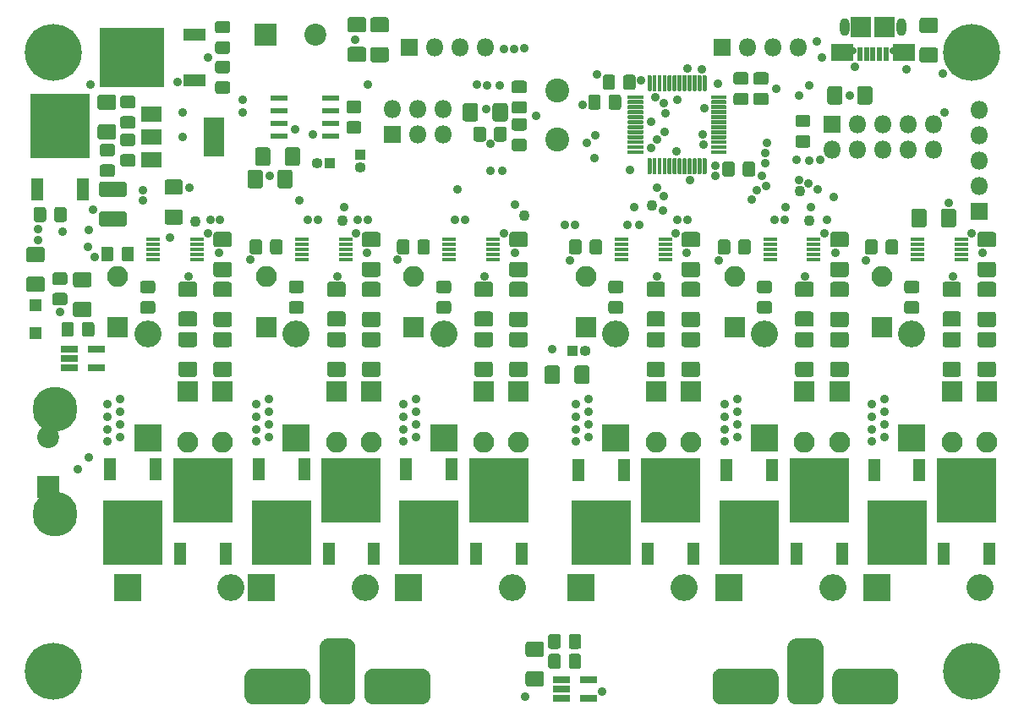
<source format=gts>
%TF.GenerationSoftware,KiCad,Pcbnew,5.1.5+dfsg1-2build2*%
%TF.CreationDate,2021-12-29T18:24:04+01:00*%
%TF.ProjectId,motorDriver,6d6f746f-7244-4726-9976-65722e6b6963,rev?*%
%TF.SameCoordinates,Original*%
%TF.FileFunction,Soldermask,Top*%
%TF.FilePolarity,Negative*%
%FSLAX46Y46*%
G04 Gerber Fmt 4.6, Leading zero omitted, Abs format (unit mm)*
G04 Created by KiCad (PCBNEW 5.1.5+dfsg1-2build2) date 2021-12-29 18:24:04*
%MOMM*%
%LPD*%
G04 APERTURE LIST*
%ADD10O,2.700000X2.700000*%
%ADD11R,2.700000X2.700000*%
%ADD12C,1.100000*%
%ADD13C,2.200000*%
%ADD14R,2.200000X2.200000*%
%ADD15R,5.900000X6.500000*%
%ADD16R,1.300000X2.300000*%
%ADD17C,5.700000*%
%ADD18C,0.100000*%
%ADD19O,2.100000X2.100000*%
%ADD20R,2.100000X2.100000*%
%ADD21O,1.800000X1.800000*%
%ADD22R,1.800000X1.800000*%
%ADD23R,2.100000X1.600000*%
%ADD24R,2.100000X3.900000*%
%ADD25R,6.500000X5.900000*%
%ADD26R,2.300000X1.300000*%
%ADD27R,1.790599X0.632600*%
%ADD28C,2.400000*%
%ADD29C,0.800000*%
%ADD30C,4.500000*%
%ADD31R,1.460399X0.390200*%
%ADD32R,1.660000X0.750000*%
%ADD33R,1.200000X1.200000*%
%ADD34O,1.100000X1.100000*%
%ADD35R,1.100000X1.100000*%
%ADD36C,0.700000*%
%ADD37O,0.950000X1.800000*%
%ADD38R,2.200000X1.700000*%
%ADD39R,2.000000X2.000000*%
%ADD40R,0.500000X1.450000*%
%ADD41C,0.900000*%
G04 APERTURE END LIST*
D10*
%TO.C,D34*%
X180000200Y-77228400D03*
D11*
X180000200Y-87603400D03*
%TD*%
D10*
%TO.C,D33*%
X186875000Y-102650000D03*
D11*
X176500000Y-102650000D03*
%TD*%
D10*
%TO.C,D29*%
X165250200Y-77228400D03*
D11*
X165250200Y-87603400D03*
%TD*%
D10*
%TO.C,D28*%
X172100000Y-102650000D03*
D11*
X161725000Y-102650000D03*
%TD*%
D10*
%TO.C,D24*%
X150370200Y-77228400D03*
D11*
X150370200Y-87603400D03*
%TD*%
D10*
%TO.C,D23*%
X157225000Y-102650000D03*
D11*
X146850000Y-102650000D03*
%TD*%
D10*
%TO.C,D19*%
X133130000Y-77225000D03*
D11*
X133130000Y-87600000D03*
%TD*%
D10*
%TO.C,D18*%
X139975000Y-102650000D03*
D11*
X129600000Y-102650000D03*
%TD*%
D10*
%TO.C,D14*%
X118380000Y-77225000D03*
D11*
X118380000Y-87600000D03*
%TD*%
D10*
%TO.C,D13*%
X125275000Y-102650000D03*
D11*
X114900000Y-102650000D03*
%TD*%
D10*
%TO.C,D9*%
X103500000Y-77225000D03*
D11*
X103500000Y-87600000D03*
%TD*%
D10*
%TO.C,D8*%
X111850000Y-102650000D03*
D11*
X101475000Y-102650000D03*
%TD*%
D12*
%TO.C,TP6*%
X141200000Y-65400000D03*
%TD*%
%TO.C,TP5*%
X123000000Y-65900000D03*
%TD*%
%TO.C,TP4*%
X108250000Y-65950000D03*
%TD*%
%TO.C,TP3*%
X168800000Y-62900000D03*
%TD*%
%TO.C,TP2*%
X169700000Y-65900000D03*
%TD*%
%TO.C,TP1*%
X154000000Y-64300000D03*
%TD*%
D13*
%TO.C,J2*%
X120250000Y-47200000D03*
D14*
X115250000Y-47200000D03*
%TD*%
D15*
%TO.C,Q12*%
X178500200Y-97103400D03*
D16*
X176220200Y-90803400D03*
X180780200Y-90803400D03*
%TD*%
D15*
%TO.C,Q11*%
X185500200Y-92903400D03*
D16*
X187780200Y-99203400D03*
X183220200Y-99203400D03*
%TD*%
D15*
%TO.C,Q10*%
X163750200Y-97103400D03*
D16*
X161470200Y-90803400D03*
X166030200Y-90803400D03*
%TD*%
D15*
%TO.C,Q9*%
X170750200Y-92903400D03*
D16*
X173030200Y-99203400D03*
X168470200Y-99203400D03*
%TD*%
D15*
%TO.C,Q8*%
X148870200Y-97103400D03*
D16*
X146590200Y-90803400D03*
X151150200Y-90803400D03*
%TD*%
D15*
%TO.C,Q7*%
X155870200Y-92903400D03*
D16*
X158150200Y-99203400D03*
X153590200Y-99203400D03*
%TD*%
D15*
%TO.C,Q6*%
X131630000Y-97100000D03*
D16*
X129350000Y-90800000D03*
X133910000Y-90800000D03*
%TD*%
D15*
%TO.C,Q5*%
X138630000Y-92900000D03*
D16*
X140910000Y-99200000D03*
X136350000Y-99200000D03*
%TD*%
D15*
%TO.C,Q4*%
X116880000Y-97100000D03*
D16*
X114600000Y-90800000D03*
X119160000Y-90800000D03*
%TD*%
D15*
%TO.C,Q3*%
X123880000Y-92900000D03*
D16*
X126160000Y-99200000D03*
X121600000Y-99200000D03*
%TD*%
D15*
%TO.C,Q2*%
X102000000Y-97100000D03*
D16*
X99720000Y-90800000D03*
X104280000Y-90800000D03*
%TD*%
D15*
%TO.C,Q1*%
X109000000Y-92900000D03*
D16*
X111280000Y-99200000D03*
X106720000Y-99200000D03*
%TD*%
D17*
%TO.C,H2*%
X186000000Y-49000000D03*
%TD*%
%TO.C,H3*%
X186000000Y-111000000D03*
%TD*%
%TO.C,H4*%
X94000000Y-111000000D03*
%TD*%
%TO.C,H1*%
X94000000Y-49000000D03*
%TD*%
D18*
%TO.C,C1*%
G36*
X141204897Y-53901308D02*
G01*
X141231275Y-53905221D01*
X141257143Y-53911701D01*
X141282252Y-53920685D01*
X141306358Y-53932086D01*
X141329232Y-53945796D01*
X141350651Y-53961682D01*
X141370410Y-53979590D01*
X141388318Y-53999349D01*
X141404204Y-54020768D01*
X141417914Y-54043642D01*
X141429315Y-54067748D01*
X141438299Y-54092857D01*
X141444779Y-54118725D01*
X141448692Y-54145103D01*
X141450000Y-54171738D01*
X141450000Y-54878262D01*
X141448692Y-54904897D01*
X141444779Y-54931275D01*
X141438299Y-54957143D01*
X141429315Y-54982252D01*
X141417914Y-55006358D01*
X141404204Y-55029232D01*
X141388318Y-55050651D01*
X141370410Y-55070410D01*
X141350651Y-55088318D01*
X141329232Y-55104204D01*
X141306358Y-55117914D01*
X141282252Y-55129315D01*
X141257143Y-55138299D01*
X141231275Y-55144779D01*
X141204897Y-55148692D01*
X141178262Y-55150000D01*
X140221738Y-55150000D01*
X140195103Y-55148692D01*
X140168725Y-55144779D01*
X140142857Y-55138299D01*
X140117748Y-55129315D01*
X140093642Y-55117914D01*
X140070768Y-55104204D01*
X140049349Y-55088318D01*
X140029590Y-55070410D01*
X140011682Y-55050651D01*
X139995796Y-55029232D01*
X139982086Y-55006358D01*
X139970685Y-54982252D01*
X139961701Y-54957143D01*
X139955221Y-54931275D01*
X139951308Y-54904897D01*
X139950000Y-54878262D01*
X139950000Y-54171738D01*
X139951308Y-54145103D01*
X139955221Y-54118725D01*
X139961701Y-54092857D01*
X139970685Y-54067748D01*
X139982086Y-54043642D01*
X139995796Y-54020768D01*
X140011682Y-53999349D01*
X140029590Y-53979590D01*
X140049349Y-53961682D01*
X140070768Y-53945796D01*
X140093642Y-53932086D01*
X140117748Y-53920685D01*
X140142857Y-53911701D01*
X140168725Y-53905221D01*
X140195103Y-53901308D01*
X140221738Y-53900000D01*
X141178262Y-53900000D01*
X141204897Y-53901308D01*
G37*
G36*
X141204897Y-51851308D02*
G01*
X141231275Y-51855221D01*
X141257143Y-51861701D01*
X141282252Y-51870685D01*
X141306358Y-51882086D01*
X141329232Y-51895796D01*
X141350651Y-51911682D01*
X141370410Y-51929590D01*
X141388318Y-51949349D01*
X141404204Y-51970768D01*
X141417914Y-51993642D01*
X141429315Y-52017748D01*
X141438299Y-52042857D01*
X141444779Y-52068725D01*
X141448692Y-52095103D01*
X141450000Y-52121738D01*
X141450000Y-52828262D01*
X141448692Y-52854897D01*
X141444779Y-52881275D01*
X141438299Y-52907143D01*
X141429315Y-52932252D01*
X141417914Y-52956358D01*
X141404204Y-52979232D01*
X141388318Y-53000651D01*
X141370410Y-53020410D01*
X141350651Y-53038318D01*
X141329232Y-53054204D01*
X141306358Y-53067914D01*
X141282252Y-53079315D01*
X141257143Y-53088299D01*
X141231275Y-53094779D01*
X141204897Y-53098692D01*
X141178262Y-53100000D01*
X140221738Y-53100000D01*
X140195103Y-53098692D01*
X140168725Y-53094779D01*
X140142857Y-53088299D01*
X140117748Y-53079315D01*
X140093642Y-53067914D01*
X140070768Y-53054204D01*
X140049349Y-53038318D01*
X140029590Y-53020410D01*
X140011682Y-53000651D01*
X139995796Y-52979232D01*
X139982086Y-52956358D01*
X139970685Y-52932252D01*
X139961701Y-52907143D01*
X139955221Y-52881275D01*
X139951308Y-52854897D01*
X139950000Y-52828262D01*
X139950000Y-52121738D01*
X139951308Y-52095103D01*
X139955221Y-52068725D01*
X139961701Y-52042857D01*
X139970685Y-52017748D01*
X139982086Y-51993642D01*
X139995796Y-51970768D01*
X140011682Y-51949349D01*
X140029590Y-51929590D01*
X140049349Y-51911682D01*
X140070768Y-51895796D01*
X140093642Y-51882086D01*
X140117748Y-51870685D01*
X140142857Y-51861701D01*
X140168725Y-51855221D01*
X140195103Y-51851308D01*
X140221738Y-51850000D01*
X141178262Y-51850000D01*
X141204897Y-51851308D01*
G37*
%TD*%
%TO.C,C3*%
G36*
X141204897Y-55601308D02*
G01*
X141231275Y-55605221D01*
X141257143Y-55611701D01*
X141282252Y-55620685D01*
X141306358Y-55632086D01*
X141329232Y-55645796D01*
X141350651Y-55661682D01*
X141370410Y-55679590D01*
X141388318Y-55699349D01*
X141404204Y-55720768D01*
X141417914Y-55743642D01*
X141429315Y-55767748D01*
X141438299Y-55792857D01*
X141444779Y-55818725D01*
X141448692Y-55845103D01*
X141450000Y-55871738D01*
X141450000Y-56578262D01*
X141448692Y-56604897D01*
X141444779Y-56631275D01*
X141438299Y-56657143D01*
X141429315Y-56682252D01*
X141417914Y-56706358D01*
X141404204Y-56729232D01*
X141388318Y-56750651D01*
X141370410Y-56770410D01*
X141350651Y-56788318D01*
X141329232Y-56804204D01*
X141306358Y-56817914D01*
X141282252Y-56829315D01*
X141257143Y-56838299D01*
X141231275Y-56844779D01*
X141204897Y-56848692D01*
X141178262Y-56850000D01*
X140221738Y-56850000D01*
X140195103Y-56848692D01*
X140168725Y-56844779D01*
X140142857Y-56838299D01*
X140117748Y-56829315D01*
X140093642Y-56817914D01*
X140070768Y-56804204D01*
X140049349Y-56788318D01*
X140029590Y-56770410D01*
X140011682Y-56750651D01*
X139995796Y-56729232D01*
X139982086Y-56706358D01*
X139970685Y-56682252D01*
X139961701Y-56657143D01*
X139955221Y-56631275D01*
X139951308Y-56604897D01*
X139950000Y-56578262D01*
X139950000Y-55871738D01*
X139951308Y-55845103D01*
X139955221Y-55818725D01*
X139961701Y-55792857D01*
X139970685Y-55767748D01*
X139982086Y-55743642D01*
X139995796Y-55720768D01*
X140011682Y-55699349D01*
X140029590Y-55679590D01*
X140049349Y-55661682D01*
X140070768Y-55645796D01*
X140093642Y-55632086D01*
X140117748Y-55620685D01*
X140142857Y-55611701D01*
X140168725Y-55605221D01*
X140195103Y-55601308D01*
X140221738Y-55600000D01*
X141178262Y-55600000D01*
X141204897Y-55601308D01*
G37*
G36*
X141204897Y-57651308D02*
G01*
X141231275Y-57655221D01*
X141257143Y-57661701D01*
X141282252Y-57670685D01*
X141306358Y-57682086D01*
X141329232Y-57695796D01*
X141350651Y-57711682D01*
X141370410Y-57729590D01*
X141388318Y-57749349D01*
X141404204Y-57770768D01*
X141417914Y-57793642D01*
X141429315Y-57817748D01*
X141438299Y-57842857D01*
X141444779Y-57868725D01*
X141448692Y-57895103D01*
X141450000Y-57921738D01*
X141450000Y-58628262D01*
X141448692Y-58654897D01*
X141444779Y-58681275D01*
X141438299Y-58707143D01*
X141429315Y-58732252D01*
X141417914Y-58756358D01*
X141404204Y-58779232D01*
X141388318Y-58800651D01*
X141370410Y-58820410D01*
X141350651Y-58838318D01*
X141329232Y-58854204D01*
X141306358Y-58867914D01*
X141282252Y-58879315D01*
X141257143Y-58888299D01*
X141231275Y-58894779D01*
X141204897Y-58898692D01*
X141178262Y-58900000D01*
X140221738Y-58900000D01*
X140195103Y-58898692D01*
X140168725Y-58894779D01*
X140142857Y-58888299D01*
X140117748Y-58879315D01*
X140093642Y-58867914D01*
X140070768Y-58854204D01*
X140049349Y-58838318D01*
X140029590Y-58820410D01*
X140011682Y-58800651D01*
X139995796Y-58779232D01*
X139982086Y-58756358D01*
X139970685Y-58732252D01*
X139961701Y-58707143D01*
X139955221Y-58681275D01*
X139951308Y-58654897D01*
X139950000Y-58628262D01*
X139950000Y-57921738D01*
X139951308Y-57895103D01*
X139955221Y-57868725D01*
X139961701Y-57842857D01*
X139970685Y-57817748D01*
X139982086Y-57793642D01*
X139995796Y-57770768D01*
X140011682Y-57749349D01*
X140029590Y-57729590D01*
X140049349Y-57711682D01*
X140070768Y-57695796D01*
X140093642Y-57682086D01*
X140117748Y-57670685D01*
X140142857Y-57661701D01*
X140168725Y-57655221D01*
X140195103Y-57651308D01*
X140221738Y-57650000D01*
X141178262Y-57650000D01*
X141204897Y-57651308D01*
G37*
%TD*%
%TO.C,C4*%
G36*
X102004897Y-55401308D02*
G01*
X102031275Y-55405221D01*
X102057143Y-55411701D01*
X102082252Y-55420685D01*
X102106358Y-55432086D01*
X102129232Y-55445796D01*
X102150651Y-55461682D01*
X102170410Y-55479590D01*
X102188318Y-55499349D01*
X102204204Y-55520768D01*
X102217914Y-55543642D01*
X102229315Y-55567748D01*
X102238299Y-55592857D01*
X102244779Y-55618725D01*
X102248692Y-55645103D01*
X102250000Y-55671738D01*
X102250000Y-56378262D01*
X102248692Y-56404897D01*
X102244779Y-56431275D01*
X102238299Y-56457143D01*
X102229315Y-56482252D01*
X102217914Y-56506358D01*
X102204204Y-56529232D01*
X102188318Y-56550651D01*
X102170410Y-56570410D01*
X102150651Y-56588318D01*
X102129232Y-56604204D01*
X102106358Y-56617914D01*
X102082252Y-56629315D01*
X102057143Y-56638299D01*
X102031275Y-56644779D01*
X102004897Y-56648692D01*
X101978262Y-56650000D01*
X101021738Y-56650000D01*
X100995103Y-56648692D01*
X100968725Y-56644779D01*
X100942857Y-56638299D01*
X100917748Y-56629315D01*
X100893642Y-56617914D01*
X100870768Y-56604204D01*
X100849349Y-56588318D01*
X100829590Y-56570410D01*
X100811682Y-56550651D01*
X100795796Y-56529232D01*
X100782086Y-56506358D01*
X100770685Y-56482252D01*
X100761701Y-56457143D01*
X100755221Y-56431275D01*
X100751308Y-56404897D01*
X100750000Y-56378262D01*
X100750000Y-55671738D01*
X100751308Y-55645103D01*
X100755221Y-55618725D01*
X100761701Y-55592857D01*
X100770685Y-55567748D01*
X100782086Y-55543642D01*
X100795796Y-55520768D01*
X100811682Y-55499349D01*
X100829590Y-55479590D01*
X100849349Y-55461682D01*
X100870768Y-55445796D01*
X100893642Y-55432086D01*
X100917748Y-55420685D01*
X100942857Y-55411701D01*
X100968725Y-55405221D01*
X100995103Y-55401308D01*
X101021738Y-55400000D01*
X101978262Y-55400000D01*
X102004897Y-55401308D01*
G37*
G36*
X102004897Y-53351308D02*
G01*
X102031275Y-53355221D01*
X102057143Y-53361701D01*
X102082252Y-53370685D01*
X102106358Y-53382086D01*
X102129232Y-53395796D01*
X102150651Y-53411682D01*
X102170410Y-53429590D01*
X102188318Y-53449349D01*
X102204204Y-53470768D01*
X102217914Y-53493642D01*
X102229315Y-53517748D01*
X102238299Y-53542857D01*
X102244779Y-53568725D01*
X102248692Y-53595103D01*
X102250000Y-53621738D01*
X102250000Y-54328262D01*
X102248692Y-54354897D01*
X102244779Y-54381275D01*
X102238299Y-54407143D01*
X102229315Y-54432252D01*
X102217914Y-54456358D01*
X102204204Y-54479232D01*
X102188318Y-54500651D01*
X102170410Y-54520410D01*
X102150651Y-54538318D01*
X102129232Y-54554204D01*
X102106358Y-54567914D01*
X102082252Y-54579315D01*
X102057143Y-54588299D01*
X102031275Y-54594779D01*
X102004897Y-54598692D01*
X101978262Y-54600000D01*
X101021738Y-54600000D01*
X100995103Y-54598692D01*
X100968725Y-54594779D01*
X100942857Y-54588299D01*
X100917748Y-54579315D01*
X100893642Y-54567914D01*
X100870768Y-54554204D01*
X100849349Y-54538318D01*
X100829590Y-54520410D01*
X100811682Y-54500651D01*
X100795796Y-54479232D01*
X100782086Y-54456358D01*
X100770685Y-54432252D01*
X100761701Y-54407143D01*
X100755221Y-54381275D01*
X100751308Y-54354897D01*
X100750000Y-54328262D01*
X100750000Y-53621738D01*
X100751308Y-53595103D01*
X100755221Y-53568725D01*
X100761701Y-53542857D01*
X100770685Y-53517748D01*
X100782086Y-53493642D01*
X100795796Y-53470768D01*
X100811682Y-53449349D01*
X100829590Y-53429590D01*
X100849349Y-53411682D01*
X100870768Y-53395796D01*
X100893642Y-53382086D01*
X100917748Y-53370685D01*
X100942857Y-53361701D01*
X100968725Y-53355221D01*
X100995103Y-53351308D01*
X101021738Y-53350000D01*
X101978262Y-53350000D01*
X102004897Y-53351308D01*
G37*
%TD*%
%TO.C,C5*%
G36*
X111504897Y-49851308D02*
G01*
X111531275Y-49855221D01*
X111557143Y-49861701D01*
X111582252Y-49870685D01*
X111606358Y-49882086D01*
X111629232Y-49895796D01*
X111650651Y-49911682D01*
X111670410Y-49929590D01*
X111688318Y-49949349D01*
X111704204Y-49970768D01*
X111717914Y-49993642D01*
X111729315Y-50017748D01*
X111738299Y-50042857D01*
X111744779Y-50068725D01*
X111748692Y-50095103D01*
X111750000Y-50121738D01*
X111750000Y-50828262D01*
X111748692Y-50854897D01*
X111744779Y-50881275D01*
X111738299Y-50907143D01*
X111729315Y-50932252D01*
X111717914Y-50956358D01*
X111704204Y-50979232D01*
X111688318Y-51000651D01*
X111670410Y-51020410D01*
X111650651Y-51038318D01*
X111629232Y-51054204D01*
X111606358Y-51067914D01*
X111582252Y-51079315D01*
X111557143Y-51088299D01*
X111531275Y-51094779D01*
X111504897Y-51098692D01*
X111478262Y-51100000D01*
X110521738Y-51100000D01*
X110495103Y-51098692D01*
X110468725Y-51094779D01*
X110442857Y-51088299D01*
X110417748Y-51079315D01*
X110393642Y-51067914D01*
X110370768Y-51054204D01*
X110349349Y-51038318D01*
X110329590Y-51020410D01*
X110311682Y-51000651D01*
X110295796Y-50979232D01*
X110282086Y-50956358D01*
X110270685Y-50932252D01*
X110261701Y-50907143D01*
X110255221Y-50881275D01*
X110251308Y-50854897D01*
X110250000Y-50828262D01*
X110250000Y-50121738D01*
X110251308Y-50095103D01*
X110255221Y-50068725D01*
X110261701Y-50042857D01*
X110270685Y-50017748D01*
X110282086Y-49993642D01*
X110295796Y-49970768D01*
X110311682Y-49949349D01*
X110329590Y-49929590D01*
X110349349Y-49911682D01*
X110370768Y-49895796D01*
X110393642Y-49882086D01*
X110417748Y-49870685D01*
X110442857Y-49861701D01*
X110468725Y-49855221D01*
X110495103Y-49851308D01*
X110521738Y-49850000D01*
X111478262Y-49850000D01*
X111504897Y-49851308D01*
G37*
G36*
X111504897Y-51901308D02*
G01*
X111531275Y-51905221D01*
X111557143Y-51911701D01*
X111582252Y-51920685D01*
X111606358Y-51932086D01*
X111629232Y-51945796D01*
X111650651Y-51961682D01*
X111670410Y-51979590D01*
X111688318Y-51999349D01*
X111704204Y-52020768D01*
X111717914Y-52043642D01*
X111729315Y-52067748D01*
X111738299Y-52092857D01*
X111744779Y-52118725D01*
X111748692Y-52145103D01*
X111750000Y-52171738D01*
X111750000Y-52878262D01*
X111748692Y-52904897D01*
X111744779Y-52931275D01*
X111738299Y-52957143D01*
X111729315Y-52982252D01*
X111717914Y-53006358D01*
X111704204Y-53029232D01*
X111688318Y-53050651D01*
X111670410Y-53070410D01*
X111650651Y-53088318D01*
X111629232Y-53104204D01*
X111606358Y-53117914D01*
X111582252Y-53129315D01*
X111557143Y-53138299D01*
X111531275Y-53144779D01*
X111504897Y-53148692D01*
X111478262Y-53150000D01*
X110521738Y-53150000D01*
X110495103Y-53148692D01*
X110468725Y-53144779D01*
X110442857Y-53138299D01*
X110417748Y-53129315D01*
X110393642Y-53117914D01*
X110370768Y-53104204D01*
X110349349Y-53088318D01*
X110329590Y-53070410D01*
X110311682Y-53050651D01*
X110295796Y-53029232D01*
X110282086Y-53006358D01*
X110270685Y-52982252D01*
X110261701Y-52957143D01*
X110255221Y-52931275D01*
X110251308Y-52904897D01*
X110250000Y-52878262D01*
X110250000Y-52171738D01*
X110251308Y-52145103D01*
X110255221Y-52118725D01*
X110261701Y-52092857D01*
X110270685Y-52067748D01*
X110282086Y-52043642D01*
X110295796Y-52020768D01*
X110311682Y-51999349D01*
X110329590Y-51979590D01*
X110349349Y-51961682D01*
X110370768Y-51945796D01*
X110393642Y-51932086D01*
X110417748Y-51920685D01*
X110442857Y-51911701D01*
X110468725Y-51905221D01*
X110495103Y-51901308D01*
X110521738Y-51900000D01*
X111478262Y-51900000D01*
X111504897Y-51901308D01*
G37*
%TD*%
%TO.C,C6*%
G36*
X95129897Y-64501308D02*
G01*
X95156275Y-64505221D01*
X95182143Y-64511701D01*
X95207252Y-64520685D01*
X95231358Y-64532086D01*
X95254232Y-64545796D01*
X95275651Y-64561682D01*
X95295410Y-64579590D01*
X95313318Y-64599349D01*
X95329204Y-64620768D01*
X95342914Y-64643642D01*
X95354315Y-64667748D01*
X95363299Y-64692857D01*
X95369779Y-64718725D01*
X95373692Y-64745103D01*
X95375000Y-64771738D01*
X95375000Y-65728262D01*
X95373692Y-65754897D01*
X95369779Y-65781275D01*
X95363299Y-65807143D01*
X95354315Y-65832252D01*
X95342914Y-65856358D01*
X95329204Y-65879232D01*
X95313318Y-65900651D01*
X95295410Y-65920410D01*
X95275651Y-65938318D01*
X95254232Y-65954204D01*
X95231358Y-65967914D01*
X95207252Y-65979315D01*
X95182143Y-65988299D01*
X95156275Y-65994779D01*
X95129897Y-65998692D01*
X95103262Y-66000000D01*
X94396738Y-66000000D01*
X94370103Y-65998692D01*
X94343725Y-65994779D01*
X94317857Y-65988299D01*
X94292748Y-65979315D01*
X94268642Y-65967914D01*
X94245768Y-65954204D01*
X94224349Y-65938318D01*
X94204590Y-65920410D01*
X94186682Y-65900651D01*
X94170796Y-65879232D01*
X94157086Y-65856358D01*
X94145685Y-65832252D01*
X94136701Y-65807143D01*
X94130221Y-65781275D01*
X94126308Y-65754897D01*
X94125000Y-65728262D01*
X94125000Y-64771738D01*
X94126308Y-64745103D01*
X94130221Y-64718725D01*
X94136701Y-64692857D01*
X94145685Y-64667748D01*
X94157086Y-64643642D01*
X94170796Y-64620768D01*
X94186682Y-64599349D01*
X94204590Y-64579590D01*
X94224349Y-64561682D01*
X94245768Y-64545796D01*
X94268642Y-64532086D01*
X94292748Y-64520685D01*
X94317857Y-64511701D01*
X94343725Y-64505221D01*
X94370103Y-64501308D01*
X94396738Y-64500000D01*
X95103262Y-64500000D01*
X95129897Y-64501308D01*
G37*
G36*
X93079897Y-64501308D02*
G01*
X93106275Y-64505221D01*
X93132143Y-64511701D01*
X93157252Y-64520685D01*
X93181358Y-64532086D01*
X93204232Y-64545796D01*
X93225651Y-64561682D01*
X93245410Y-64579590D01*
X93263318Y-64599349D01*
X93279204Y-64620768D01*
X93292914Y-64643642D01*
X93304315Y-64667748D01*
X93313299Y-64692857D01*
X93319779Y-64718725D01*
X93323692Y-64745103D01*
X93325000Y-64771738D01*
X93325000Y-65728262D01*
X93323692Y-65754897D01*
X93319779Y-65781275D01*
X93313299Y-65807143D01*
X93304315Y-65832252D01*
X93292914Y-65856358D01*
X93279204Y-65879232D01*
X93263318Y-65900651D01*
X93245410Y-65920410D01*
X93225651Y-65938318D01*
X93204232Y-65954204D01*
X93181358Y-65967914D01*
X93157252Y-65979315D01*
X93132143Y-65988299D01*
X93106275Y-65994779D01*
X93079897Y-65998692D01*
X93053262Y-66000000D01*
X92346738Y-66000000D01*
X92320103Y-65998692D01*
X92293725Y-65994779D01*
X92267857Y-65988299D01*
X92242748Y-65979315D01*
X92218642Y-65967914D01*
X92195768Y-65954204D01*
X92174349Y-65938318D01*
X92154590Y-65920410D01*
X92136682Y-65900651D01*
X92120796Y-65879232D01*
X92107086Y-65856358D01*
X92095685Y-65832252D01*
X92086701Y-65807143D01*
X92080221Y-65781275D01*
X92076308Y-65754897D01*
X92075000Y-65728262D01*
X92075000Y-64771738D01*
X92076308Y-64745103D01*
X92080221Y-64718725D01*
X92086701Y-64692857D01*
X92095685Y-64667748D01*
X92107086Y-64643642D01*
X92120796Y-64620768D01*
X92136682Y-64599349D01*
X92154590Y-64579590D01*
X92174349Y-64561682D01*
X92195768Y-64545796D01*
X92218642Y-64532086D01*
X92242748Y-64520685D01*
X92267857Y-64511701D01*
X92293725Y-64505221D01*
X92320103Y-64501308D01*
X92346738Y-64500000D01*
X93053262Y-64500000D01*
X93079897Y-64501308D01*
G37*
%TD*%
%TO.C,C7*%
G36*
X102004897Y-57151308D02*
G01*
X102031275Y-57155221D01*
X102057143Y-57161701D01*
X102082252Y-57170685D01*
X102106358Y-57182086D01*
X102129232Y-57195796D01*
X102150651Y-57211682D01*
X102170410Y-57229590D01*
X102188318Y-57249349D01*
X102204204Y-57270768D01*
X102217914Y-57293642D01*
X102229315Y-57317748D01*
X102238299Y-57342857D01*
X102244779Y-57368725D01*
X102248692Y-57395103D01*
X102250000Y-57421738D01*
X102250000Y-58128262D01*
X102248692Y-58154897D01*
X102244779Y-58181275D01*
X102238299Y-58207143D01*
X102229315Y-58232252D01*
X102217914Y-58256358D01*
X102204204Y-58279232D01*
X102188318Y-58300651D01*
X102170410Y-58320410D01*
X102150651Y-58338318D01*
X102129232Y-58354204D01*
X102106358Y-58367914D01*
X102082252Y-58379315D01*
X102057143Y-58388299D01*
X102031275Y-58394779D01*
X102004897Y-58398692D01*
X101978262Y-58400000D01*
X101021738Y-58400000D01*
X100995103Y-58398692D01*
X100968725Y-58394779D01*
X100942857Y-58388299D01*
X100917748Y-58379315D01*
X100893642Y-58367914D01*
X100870768Y-58354204D01*
X100849349Y-58338318D01*
X100829590Y-58320410D01*
X100811682Y-58300651D01*
X100795796Y-58279232D01*
X100782086Y-58256358D01*
X100770685Y-58232252D01*
X100761701Y-58207143D01*
X100755221Y-58181275D01*
X100751308Y-58154897D01*
X100750000Y-58128262D01*
X100750000Y-57421738D01*
X100751308Y-57395103D01*
X100755221Y-57368725D01*
X100761701Y-57342857D01*
X100770685Y-57317748D01*
X100782086Y-57293642D01*
X100795796Y-57270768D01*
X100811682Y-57249349D01*
X100829590Y-57229590D01*
X100849349Y-57211682D01*
X100870768Y-57195796D01*
X100893642Y-57182086D01*
X100917748Y-57170685D01*
X100942857Y-57161701D01*
X100968725Y-57155221D01*
X100995103Y-57151308D01*
X101021738Y-57150000D01*
X101978262Y-57150000D01*
X102004897Y-57151308D01*
G37*
G36*
X102004897Y-59201308D02*
G01*
X102031275Y-59205221D01*
X102057143Y-59211701D01*
X102082252Y-59220685D01*
X102106358Y-59232086D01*
X102129232Y-59245796D01*
X102150651Y-59261682D01*
X102170410Y-59279590D01*
X102188318Y-59299349D01*
X102204204Y-59320768D01*
X102217914Y-59343642D01*
X102229315Y-59367748D01*
X102238299Y-59392857D01*
X102244779Y-59418725D01*
X102248692Y-59445103D01*
X102250000Y-59471738D01*
X102250000Y-60178262D01*
X102248692Y-60204897D01*
X102244779Y-60231275D01*
X102238299Y-60257143D01*
X102229315Y-60282252D01*
X102217914Y-60306358D01*
X102204204Y-60329232D01*
X102188318Y-60350651D01*
X102170410Y-60370410D01*
X102150651Y-60388318D01*
X102129232Y-60404204D01*
X102106358Y-60417914D01*
X102082252Y-60429315D01*
X102057143Y-60438299D01*
X102031275Y-60444779D01*
X102004897Y-60448692D01*
X101978262Y-60450000D01*
X101021738Y-60450000D01*
X100995103Y-60448692D01*
X100968725Y-60444779D01*
X100942857Y-60438299D01*
X100917748Y-60429315D01*
X100893642Y-60417914D01*
X100870768Y-60404204D01*
X100849349Y-60388318D01*
X100829590Y-60370410D01*
X100811682Y-60350651D01*
X100795796Y-60329232D01*
X100782086Y-60306358D01*
X100770685Y-60282252D01*
X100761701Y-60257143D01*
X100755221Y-60231275D01*
X100751308Y-60204897D01*
X100750000Y-60178262D01*
X100750000Y-59471738D01*
X100751308Y-59445103D01*
X100755221Y-59418725D01*
X100761701Y-59392857D01*
X100770685Y-59367748D01*
X100782086Y-59343642D01*
X100795796Y-59320768D01*
X100811682Y-59299349D01*
X100829590Y-59279590D01*
X100849349Y-59261682D01*
X100870768Y-59245796D01*
X100893642Y-59232086D01*
X100917748Y-59220685D01*
X100942857Y-59211701D01*
X100968725Y-59205221D01*
X100995103Y-59201308D01*
X101021738Y-59200000D01*
X101978262Y-59200000D01*
X102004897Y-59201308D01*
G37*
%TD*%
%TO.C,C8*%
G36*
X111504897Y-47901308D02*
G01*
X111531275Y-47905221D01*
X111557143Y-47911701D01*
X111582252Y-47920685D01*
X111606358Y-47932086D01*
X111629232Y-47945796D01*
X111650651Y-47961682D01*
X111670410Y-47979590D01*
X111688318Y-47999349D01*
X111704204Y-48020768D01*
X111717914Y-48043642D01*
X111729315Y-48067748D01*
X111738299Y-48092857D01*
X111744779Y-48118725D01*
X111748692Y-48145103D01*
X111750000Y-48171738D01*
X111750000Y-48878262D01*
X111748692Y-48904897D01*
X111744779Y-48931275D01*
X111738299Y-48957143D01*
X111729315Y-48982252D01*
X111717914Y-49006358D01*
X111704204Y-49029232D01*
X111688318Y-49050651D01*
X111670410Y-49070410D01*
X111650651Y-49088318D01*
X111629232Y-49104204D01*
X111606358Y-49117914D01*
X111582252Y-49129315D01*
X111557143Y-49138299D01*
X111531275Y-49144779D01*
X111504897Y-49148692D01*
X111478262Y-49150000D01*
X110521738Y-49150000D01*
X110495103Y-49148692D01*
X110468725Y-49144779D01*
X110442857Y-49138299D01*
X110417748Y-49129315D01*
X110393642Y-49117914D01*
X110370768Y-49104204D01*
X110349349Y-49088318D01*
X110329590Y-49070410D01*
X110311682Y-49050651D01*
X110295796Y-49029232D01*
X110282086Y-49006358D01*
X110270685Y-48982252D01*
X110261701Y-48957143D01*
X110255221Y-48931275D01*
X110251308Y-48904897D01*
X110250000Y-48878262D01*
X110250000Y-48171738D01*
X110251308Y-48145103D01*
X110255221Y-48118725D01*
X110261701Y-48092857D01*
X110270685Y-48067748D01*
X110282086Y-48043642D01*
X110295796Y-48020768D01*
X110311682Y-47999349D01*
X110329590Y-47979590D01*
X110349349Y-47961682D01*
X110370768Y-47945796D01*
X110393642Y-47932086D01*
X110417748Y-47920685D01*
X110442857Y-47911701D01*
X110468725Y-47905221D01*
X110495103Y-47901308D01*
X110521738Y-47900000D01*
X111478262Y-47900000D01*
X111504897Y-47901308D01*
G37*
G36*
X111504897Y-45851308D02*
G01*
X111531275Y-45855221D01*
X111557143Y-45861701D01*
X111582252Y-45870685D01*
X111606358Y-45882086D01*
X111629232Y-45895796D01*
X111650651Y-45911682D01*
X111670410Y-45929590D01*
X111688318Y-45949349D01*
X111704204Y-45970768D01*
X111717914Y-45993642D01*
X111729315Y-46017748D01*
X111738299Y-46042857D01*
X111744779Y-46068725D01*
X111748692Y-46095103D01*
X111750000Y-46121738D01*
X111750000Y-46828262D01*
X111748692Y-46854897D01*
X111744779Y-46881275D01*
X111738299Y-46907143D01*
X111729315Y-46932252D01*
X111717914Y-46956358D01*
X111704204Y-46979232D01*
X111688318Y-47000651D01*
X111670410Y-47020410D01*
X111650651Y-47038318D01*
X111629232Y-47054204D01*
X111606358Y-47067914D01*
X111582252Y-47079315D01*
X111557143Y-47088299D01*
X111531275Y-47094779D01*
X111504897Y-47098692D01*
X111478262Y-47100000D01*
X110521738Y-47100000D01*
X110495103Y-47098692D01*
X110468725Y-47094779D01*
X110442857Y-47088299D01*
X110417748Y-47079315D01*
X110393642Y-47067914D01*
X110370768Y-47054204D01*
X110349349Y-47038318D01*
X110329590Y-47020410D01*
X110311682Y-47000651D01*
X110295796Y-46979232D01*
X110282086Y-46956358D01*
X110270685Y-46932252D01*
X110261701Y-46907143D01*
X110255221Y-46881275D01*
X110251308Y-46854897D01*
X110250000Y-46828262D01*
X110250000Y-46121738D01*
X110251308Y-46095103D01*
X110255221Y-46068725D01*
X110261701Y-46042857D01*
X110270685Y-46017748D01*
X110282086Y-45993642D01*
X110295796Y-45970768D01*
X110311682Y-45949349D01*
X110329590Y-45929590D01*
X110349349Y-45911682D01*
X110370768Y-45895796D01*
X110393642Y-45882086D01*
X110417748Y-45870685D01*
X110442857Y-45861701D01*
X110468725Y-45855221D01*
X110495103Y-45851308D01*
X110521738Y-45850000D01*
X111478262Y-45850000D01*
X111504897Y-45851308D01*
G37*
%TD*%
%TO.C,C9*%
G36*
X101133680Y-64926288D02*
G01*
X101159651Y-64930141D01*
X101185120Y-64936520D01*
X101209841Y-64945366D01*
X101233575Y-64956591D01*
X101256095Y-64970089D01*
X101277184Y-64985730D01*
X101296638Y-65003362D01*
X101314270Y-65022816D01*
X101329911Y-65043905D01*
X101343409Y-65066425D01*
X101354634Y-65090159D01*
X101363480Y-65114880D01*
X101369859Y-65140349D01*
X101373712Y-65166320D01*
X101375000Y-65192544D01*
X101375000Y-66182456D01*
X101373712Y-66208680D01*
X101369859Y-66234651D01*
X101363480Y-66260120D01*
X101354634Y-66284841D01*
X101343409Y-66308575D01*
X101329911Y-66331095D01*
X101314270Y-66352184D01*
X101296638Y-66371638D01*
X101277184Y-66389270D01*
X101256095Y-66404911D01*
X101233575Y-66418409D01*
X101209841Y-66429634D01*
X101185120Y-66438480D01*
X101159651Y-66444859D01*
X101133680Y-66448712D01*
X101107456Y-66450000D01*
X98892544Y-66450000D01*
X98866320Y-66448712D01*
X98840349Y-66444859D01*
X98814880Y-66438480D01*
X98790159Y-66429634D01*
X98766425Y-66418409D01*
X98743905Y-66404911D01*
X98722816Y-66389270D01*
X98703362Y-66371638D01*
X98685730Y-66352184D01*
X98670089Y-66331095D01*
X98656591Y-66308575D01*
X98645366Y-66284841D01*
X98636520Y-66260120D01*
X98630141Y-66234651D01*
X98626288Y-66208680D01*
X98625000Y-66182456D01*
X98625000Y-65192544D01*
X98626288Y-65166320D01*
X98630141Y-65140349D01*
X98636520Y-65114880D01*
X98645366Y-65090159D01*
X98656591Y-65066425D01*
X98670089Y-65043905D01*
X98685730Y-65022816D01*
X98703362Y-65003362D01*
X98722816Y-64985730D01*
X98743905Y-64970089D01*
X98766425Y-64956591D01*
X98790159Y-64945366D01*
X98814880Y-64936520D01*
X98840349Y-64930141D01*
X98866320Y-64926288D01*
X98892544Y-64925000D01*
X101107456Y-64925000D01*
X101133680Y-64926288D01*
G37*
G36*
X101133680Y-61951288D02*
G01*
X101159651Y-61955141D01*
X101185120Y-61961520D01*
X101209841Y-61970366D01*
X101233575Y-61981591D01*
X101256095Y-61995089D01*
X101277184Y-62010730D01*
X101296638Y-62028362D01*
X101314270Y-62047816D01*
X101329911Y-62068905D01*
X101343409Y-62091425D01*
X101354634Y-62115159D01*
X101363480Y-62139880D01*
X101369859Y-62165349D01*
X101373712Y-62191320D01*
X101375000Y-62217544D01*
X101375000Y-63207456D01*
X101373712Y-63233680D01*
X101369859Y-63259651D01*
X101363480Y-63285120D01*
X101354634Y-63309841D01*
X101343409Y-63333575D01*
X101329911Y-63356095D01*
X101314270Y-63377184D01*
X101296638Y-63396638D01*
X101277184Y-63414270D01*
X101256095Y-63429911D01*
X101233575Y-63443409D01*
X101209841Y-63454634D01*
X101185120Y-63463480D01*
X101159651Y-63469859D01*
X101133680Y-63473712D01*
X101107456Y-63475000D01*
X98892544Y-63475000D01*
X98866320Y-63473712D01*
X98840349Y-63469859D01*
X98814880Y-63463480D01*
X98790159Y-63454634D01*
X98766425Y-63443409D01*
X98743905Y-63429911D01*
X98722816Y-63414270D01*
X98703362Y-63396638D01*
X98685730Y-63377184D01*
X98670089Y-63356095D01*
X98656591Y-63333575D01*
X98645366Y-63309841D01*
X98636520Y-63285120D01*
X98630141Y-63259651D01*
X98626288Y-63233680D01*
X98625000Y-63207456D01*
X98625000Y-62217544D01*
X98626288Y-62191320D01*
X98630141Y-62165349D01*
X98636520Y-62139880D01*
X98645366Y-62115159D01*
X98656591Y-62091425D01*
X98670089Y-62068905D01*
X98685730Y-62047816D01*
X98703362Y-62028362D01*
X98722816Y-62010730D01*
X98743905Y-61995089D01*
X98766425Y-61981591D01*
X98790159Y-61970366D01*
X98814880Y-61961520D01*
X98840349Y-61955141D01*
X98866320Y-61951288D01*
X98892544Y-61950000D01*
X101107456Y-61950000D01*
X101133680Y-61951288D01*
G37*
%TD*%
%TO.C,C10*%
G36*
X124654897Y-55901308D02*
G01*
X124681275Y-55905221D01*
X124707143Y-55911701D01*
X124732252Y-55920685D01*
X124756358Y-55932086D01*
X124779232Y-55945796D01*
X124800651Y-55961682D01*
X124820410Y-55979590D01*
X124838318Y-55999349D01*
X124854204Y-56020768D01*
X124867914Y-56043642D01*
X124879315Y-56067748D01*
X124888299Y-56092857D01*
X124894779Y-56118725D01*
X124898692Y-56145103D01*
X124900000Y-56171738D01*
X124900000Y-56878262D01*
X124898692Y-56904897D01*
X124894779Y-56931275D01*
X124888299Y-56957143D01*
X124879315Y-56982252D01*
X124867914Y-57006358D01*
X124854204Y-57029232D01*
X124838318Y-57050651D01*
X124820410Y-57070410D01*
X124800651Y-57088318D01*
X124779232Y-57104204D01*
X124756358Y-57117914D01*
X124732252Y-57129315D01*
X124707143Y-57138299D01*
X124681275Y-57144779D01*
X124654897Y-57148692D01*
X124628262Y-57150000D01*
X123671738Y-57150000D01*
X123645103Y-57148692D01*
X123618725Y-57144779D01*
X123592857Y-57138299D01*
X123567748Y-57129315D01*
X123543642Y-57117914D01*
X123520768Y-57104204D01*
X123499349Y-57088318D01*
X123479590Y-57070410D01*
X123461682Y-57050651D01*
X123445796Y-57029232D01*
X123432086Y-57006358D01*
X123420685Y-56982252D01*
X123411701Y-56957143D01*
X123405221Y-56931275D01*
X123401308Y-56904897D01*
X123400000Y-56878262D01*
X123400000Y-56171738D01*
X123401308Y-56145103D01*
X123405221Y-56118725D01*
X123411701Y-56092857D01*
X123420685Y-56067748D01*
X123432086Y-56043642D01*
X123445796Y-56020768D01*
X123461682Y-55999349D01*
X123479590Y-55979590D01*
X123499349Y-55961682D01*
X123520768Y-55945796D01*
X123543642Y-55932086D01*
X123567748Y-55920685D01*
X123592857Y-55911701D01*
X123618725Y-55905221D01*
X123645103Y-55901308D01*
X123671738Y-55900000D01*
X124628262Y-55900000D01*
X124654897Y-55901308D01*
G37*
G36*
X124654897Y-53851308D02*
G01*
X124681275Y-53855221D01*
X124707143Y-53861701D01*
X124732252Y-53870685D01*
X124756358Y-53882086D01*
X124779232Y-53895796D01*
X124800651Y-53911682D01*
X124820410Y-53929590D01*
X124838318Y-53949349D01*
X124854204Y-53970768D01*
X124867914Y-53993642D01*
X124879315Y-54017748D01*
X124888299Y-54042857D01*
X124894779Y-54068725D01*
X124898692Y-54095103D01*
X124900000Y-54121738D01*
X124900000Y-54828262D01*
X124898692Y-54854897D01*
X124894779Y-54881275D01*
X124888299Y-54907143D01*
X124879315Y-54932252D01*
X124867914Y-54956358D01*
X124854204Y-54979232D01*
X124838318Y-55000651D01*
X124820410Y-55020410D01*
X124800651Y-55038318D01*
X124779232Y-55054204D01*
X124756358Y-55067914D01*
X124732252Y-55079315D01*
X124707143Y-55088299D01*
X124681275Y-55094779D01*
X124654897Y-55098692D01*
X124628262Y-55100000D01*
X123671738Y-55100000D01*
X123645103Y-55098692D01*
X123618725Y-55094779D01*
X123592857Y-55088299D01*
X123567748Y-55079315D01*
X123543642Y-55067914D01*
X123520768Y-55054204D01*
X123499349Y-55038318D01*
X123479590Y-55020410D01*
X123461682Y-55000651D01*
X123445796Y-54979232D01*
X123432086Y-54956358D01*
X123420685Y-54932252D01*
X123411701Y-54907143D01*
X123405221Y-54881275D01*
X123401308Y-54854897D01*
X123400000Y-54828262D01*
X123400000Y-54121738D01*
X123401308Y-54095103D01*
X123405221Y-54068725D01*
X123411701Y-54042857D01*
X123420685Y-54017748D01*
X123432086Y-53993642D01*
X123445796Y-53970768D01*
X123461682Y-53949349D01*
X123479590Y-53929590D01*
X123499349Y-53911682D01*
X123520768Y-53895796D01*
X123543642Y-53882086D01*
X123567748Y-53870685D01*
X123592857Y-53861701D01*
X123618725Y-53855221D01*
X123645103Y-53851308D01*
X123671738Y-53850000D01*
X124628262Y-53850000D01*
X124654897Y-53851308D01*
G37*
%TD*%
%TO.C,C11*%
G36*
X165404897Y-53051308D02*
G01*
X165431275Y-53055221D01*
X165457143Y-53061701D01*
X165482252Y-53070685D01*
X165506358Y-53082086D01*
X165529232Y-53095796D01*
X165550651Y-53111682D01*
X165570410Y-53129590D01*
X165588318Y-53149349D01*
X165604204Y-53170768D01*
X165617914Y-53193642D01*
X165629315Y-53217748D01*
X165638299Y-53242857D01*
X165644779Y-53268725D01*
X165648692Y-53295103D01*
X165650000Y-53321738D01*
X165650000Y-54028262D01*
X165648692Y-54054897D01*
X165644779Y-54081275D01*
X165638299Y-54107143D01*
X165629315Y-54132252D01*
X165617914Y-54156358D01*
X165604204Y-54179232D01*
X165588318Y-54200651D01*
X165570410Y-54220410D01*
X165550651Y-54238318D01*
X165529232Y-54254204D01*
X165506358Y-54267914D01*
X165482252Y-54279315D01*
X165457143Y-54288299D01*
X165431275Y-54294779D01*
X165404897Y-54298692D01*
X165378262Y-54300000D01*
X164421738Y-54300000D01*
X164395103Y-54298692D01*
X164368725Y-54294779D01*
X164342857Y-54288299D01*
X164317748Y-54279315D01*
X164293642Y-54267914D01*
X164270768Y-54254204D01*
X164249349Y-54238318D01*
X164229590Y-54220410D01*
X164211682Y-54200651D01*
X164195796Y-54179232D01*
X164182086Y-54156358D01*
X164170685Y-54132252D01*
X164161701Y-54107143D01*
X164155221Y-54081275D01*
X164151308Y-54054897D01*
X164150000Y-54028262D01*
X164150000Y-53321738D01*
X164151308Y-53295103D01*
X164155221Y-53268725D01*
X164161701Y-53242857D01*
X164170685Y-53217748D01*
X164182086Y-53193642D01*
X164195796Y-53170768D01*
X164211682Y-53149349D01*
X164229590Y-53129590D01*
X164249349Y-53111682D01*
X164270768Y-53095796D01*
X164293642Y-53082086D01*
X164317748Y-53070685D01*
X164342857Y-53061701D01*
X164368725Y-53055221D01*
X164395103Y-53051308D01*
X164421738Y-53050000D01*
X165378262Y-53050000D01*
X165404897Y-53051308D01*
G37*
G36*
X165404897Y-51001308D02*
G01*
X165431275Y-51005221D01*
X165457143Y-51011701D01*
X165482252Y-51020685D01*
X165506358Y-51032086D01*
X165529232Y-51045796D01*
X165550651Y-51061682D01*
X165570410Y-51079590D01*
X165588318Y-51099349D01*
X165604204Y-51120768D01*
X165617914Y-51143642D01*
X165629315Y-51167748D01*
X165638299Y-51192857D01*
X165644779Y-51218725D01*
X165648692Y-51245103D01*
X165650000Y-51271738D01*
X165650000Y-51978262D01*
X165648692Y-52004897D01*
X165644779Y-52031275D01*
X165638299Y-52057143D01*
X165629315Y-52082252D01*
X165617914Y-52106358D01*
X165604204Y-52129232D01*
X165588318Y-52150651D01*
X165570410Y-52170410D01*
X165550651Y-52188318D01*
X165529232Y-52204204D01*
X165506358Y-52217914D01*
X165482252Y-52229315D01*
X165457143Y-52238299D01*
X165431275Y-52244779D01*
X165404897Y-52248692D01*
X165378262Y-52250000D01*
X164421738Y-52250000D01*
X164395103Y-52248692D01*
X164368725Y-52244779D01*
X164342857Y-52238299D01*
X164317748Y-52229315D01*
X164293642Y-52217914D01*
X164270768Y-52204204D01*
X164249349Y-52188318D01*
X164229590Y-52170410D01*
X164211682Y-52150651D01*
X164195796Y-52129232D01*
X164182086Y-52106358D01*
X164170685Y-52082252D01*
X164161701Y-52057143D01*
X164155221Y-52031275D01*
X164151308Y-52004897D01*
X164150000Y-51978262D01*
X164150000Y-51271738D01*
X164151308Y-51245103D01*
X164155221Y-51218725D01*
X164161701Y-51192857D01*
X164170685Y-51167748D01*
X164182086Y-51143642D01*
X164195796Y-51120768D01*
X164211682Y-51099349D01*
X164229590Y-51079590D01*
X164249349Y-51061682D01*
X164270768Y-51045796D01*
X164293642Y-51032086D01*
X164317748Y-51020685D01*
X164342857Y-51011701D01*
X164368725Y-51005221D01*
X164395103Y-51001308D01*
X164421738Y-51000000D01*
X165378262Y-51000000D01*
X165404897Y-51001308D01*
G37*
%TD*%
%TO.C,C12*%
G36*
X163404897Y-53051308D02*
G01*
X163431275Y-53055221D01*
X163457143Y-53061701D01*
X163482252Y-53070685D01*
X163506358Y-53082086D01*
X163529232Y-53095796D01*
X163550651Y-53111682D01*
X163570410Y-53129590D01*
X163588318Y-53149349D01*
X163604204Y-53170768D01*
X163617914Y-53193642D01*
X163629315Y-53217748D01*
X163638299Y-53242857D01*
X163644779Y-53268725D01*
X163648692Y-53295103D01*
X163650000Y-53321738D01*
X163650000Y-54028262D01*
X163648692Y-54054897D01*
X163644779Y-54081275D01*
X163638299Y-54107143D01*
X163629315Y-54132252D01*
X163617914Y-54156358D01*
X163604204Y-54179232D01*
X163588318Y-54200651D01*
X163570410Y-54220410D01*
X163550651Y-54238318D01*
X163529232Y-54254204D01*
X163506358Y-54267914D01*
X163482252Y-54279315D01*
X163457143Y-54288299D01*
X163431275Y-54294779D01*
X163404897Y-54298692D01*
X163378262Y-54300000D01*
X162421738Y-54300000D01*
X162395103Y-54298692D01*
X162368725Y-54294779D01*
X162342857Y-54288299D01*
X162317748Y-54279315D01*
X162293642Y-54267914D01*
X162270768Y-54254204D01*
X162249349Y-54238318D01*
X162229590Y-54220410D01*
X162211682Y-54200651D01*
X162195796Y-54179232D01*
X162182086Y-54156358D01*
X162170685Y-54132252D01*
X162161701Y-54107143D01*
X162155221Y-54081275D01*
X162151308Y-54054897D01*
X162150000Y-54028262D01*
X162150000Y-53321738D01*
X162151308Y-53295103D01*
X162155221Y-53268725D01*
X162161701Y-53242857D01*
X162170685Y-53217748D01*
X162182086Y-53193642D01*
X162195796Y-53170768D01*
X162211682Y-53149349D01*
X162229590Y-53129590D01*
X162249349Y-53111682D01*
X162270768Y-53095796D01*
X162293642Y-53082086D01*
X162317748Y-53070685D01*
X162342857Y-53061701D01*
X162368725Y-53055221D01*
X162395103Y-53051308D01*
X162421738Y-53050000D01*
X163378262Y-53050000D01*
X163404897Y-53051308D01*
G37*
G36*
X163404897Y-51001308D02*
G01*
X163431275Y-51005221D01*
X163457143Y-51011701D01*
X163482252Y-51020685D01*
X163506358Y-51032086D01*
X163529232Y-51045796D01*
X163550651Y-51061682D01*
X163570410Y-51079590D01*
X163588318Y-51099349D01*
X163604204Y-51120768D01*
X163617914Y-51143642D01*
X163629315Y-51167748D01*
X163638299Y-51192857D01*
X163644779Y-51218725D01*
X163648692Y-51245103D01*
X163650000Y-51271738D01*
X163650000Y-51978262D01*
X163648692Y-52004897D01*
X163644779Y-52031275D01*
X163638299Y-52057143D01*
X163629315Y-52082252D01*
X163617914Y-52106358D01*
X163604204Y-52129232D01*
X163588318Y-52150651D01*
X163570410Y-52170410D01*
X163550651Y-52188318D01*
X163529232Y-52204204D01*
X163506358Y-52217914D01*
X163482252Y-52229315D01*
X163457143Y-52238299D01*
X163431275Y-52244779D01*
X163404897Y-52248692D01*
X163378262Y-52250000D01*
X162421738Y-52250000D01*
X162395103Y-52248692D01*
X162368725Y-52244779D01*
X162342857Y-52238299D01*
X162317748Y-52229315D01*
X162293642Y-52217914D01*
X162270768Y-52204204D01*
X162249349Y-52188318D01*
X162229590Y-52170410D01*
X162211682Y-52150651D01*
X162195796Y-52129232D01*
X162182086Y-52106358D01*
X162170685Y-52082252D01*
X162161701Y-52057143D01*
X162155221Y-52031275D01*
X162151308Y-52004897D01*
X162150000Y-51978262D01*
X162150000Y-51271738D01*
X162151308Y-51245103D01*
X162155221Y-51218725D01*
X162161701Y-51192857D01*
X162170685Y-51167748D01*
X162182086Y-51143642D01*
X162195796Y-51120768D01*
X162211682Y-51099349D01*
X162229590Y-51079590D01*
X162249349Y-51061682D01*
X162270768Y-51045796D01*
X162293642Y-51032086D01*
X162317748Y-51020685D01*
X162342857Y-51011701D01*
X162368725Y-51005221D01*
X162395103Y-51001308D01*
X162421738Y-51000000D01*
X163378262Y-51000000D01*
X163404897Y-51001308D01*
G37*
%TD*%
%TO.C,C13*%
G36*
X148604897Y-53251308D02*
G01*
X148631275Y-53255221D01*
X148657143Y-53261701D01*
X148682252Y-53270685D01*
X148706358Y-53282086D01*
X148729232Y-53295796D01*
X148750651Y-53311682D01*
X148770410Y-53329590D01*
X148788318Y-53349349D01*
X148804204Y-53370768D01*
X148817914Y-53393642D01*
X148829315Y-53417748D01*
X148838299Y-53442857D01*
X148844779Y-53468725D01*
X148848692Y-53495103D01*
X148850000Y-53521738D01*
X148850000Y-54478262D01*
X148848692Y-54504897D01*
X148844779Y-54531275D01*
X148838299Y-54557143D01*
X148829315Y-54582252D01*
X148817914Y-54606358D01*
X148804204Y-54629232D01*
X148788318Y-54650651D01*
X148770410Y-54670410D01*
X148750651Y-54688318D01*
X148729232Y-54704204D01*
X148706358Y-54717914D01*
X148682252Y-54729315D01*
X148657143Y-54738299D01*
X148631275Y-54744779D01*
X148604897Y-54748692D01*
X148578262Y-54750000D01*
X147871738Y-54750000D01*
X147845103Y-54748692D01*
X147818725Y-54744779D01*
X147792857Y-54738299D01*
X147767748Y-54729315D01*
X147743642Y-54717914D01*
X147720768Y-54704204D01*
X147699349Y-54688318D01*
X147679590Y-54670410D01*
X147661682Y-54650651D01*
X147645796Y-54629232D01*
X147632086Y-54606358D01*
X147620685Y-54582252D01*
X147611701Y-54557143D01*
X147605221Y-54531275D01*
X147601308Y-54504897D01*
X147600000Y-54478262D01*
X147600000Y-53521738D01*
X147601308Y-53495103D01*
X147605221Y-53468725D01*
X147611701Y-53442857D01*
X147620685Y-53417748D01*
X147632086Y-53393642D01*
X147645796Y-53370768D01*
X147661682Y-53349349D01*
X147679590Y-53329590D01*
X147699349Y-53311682D01*
X147720768Y-53295796D01*
X147743642Y-53282086D01*
X147767748Y-53270685D01*
X147792857Y-53261701D01*
X147818725Y-53255221D01*
X147845103Y-53251308D01*
X147871738Y-53250000D01*
X148578262Y-53250000D01*
X148604897Y-53251308D01*
G37*
G36*
X150654897Y-53251308D02*
G01*
X150681275Y-53255221D01*
X150707143Y-53261701D01*
X150732252Y-53270685D01*
X150756358Y-53282086D01*
X150779232Y-53295796D01*
X150800651Y-53311682D01*
X150820410Y-53329590D01*
X150838318Y-53349349D01*
X150854204Y-53370768D01*
X150867914Y-53393642D01*
X150879315Y-53417748D01*
X150888299Y-53442857D01*
X150894779Y-53468725D01*
X150898692Y-53495103D01*
X150900000Y-53521738D01*
X150900000Y-54478262D01*
X150898692Y-54504897D01*
X150894779Y-54531275D01*
X150888299Y-54557143D01*
X150879315Y-54582252D01*
X150867914Y-54606358D01*
X150854204Y-54629232D01*
X150838318Y-54650651D01*
X150820410Y-54670410D01*
X150800651Y-54688318D01*
X150779232Y-54704204D01*
X150756358Y-54717914D01*
X150732252Y-54729315D01*
X150707143Y-54738299D01*
X150681275Y-54744779D01*
X150654897Y-54748692D01*
X150628262Y-54750000D01*
X149921738Y-54750000D01*
X149895103Y-54748692D01*
X149868725Y-54744779D01*
X149842857Y-54738299D01*
X149817748Y-54729315D01*
X149793642Y-54717914D01*
X149770768Y-54704204D01*
X149749349Y-54688318D01*
X149729590Y-54670410D01*
X149711682Y-54650651D01*
X149695796Y-54629232D01*
X149682086Y-54606358D01*
X149670685Y-54582252D01*
X149661701Y-54557143D01*
X149655221Y-54531275D01*
X149651308Y-54504897D01*
X149650000Y-54478262D01*
X149650000Y-53521738D01*
X149651308Y-53495103D01*
X149655221Y-53468725D01*
X149661701Y-53442857D01*
X149670685Y-53417748D01*
X149682086Y-53393642D01*
X149695796Y-53370768D01*
X149711682Y-53349349D01*
X149729590Y-53329590D01*
X149749349Y-53311682D01*
X149770768Y-53295796D01*
X149793642Y-53282086D01*
X149817748Y-53270685D01*
X149842857Y-53261701D01*
X149868725Y-53255221D01*
X149895103Y-53251308D01*
X149921738Y-53250000D01*
X150628262Y-53250000D01*
X150654897Y-53251308D01*
G37*
%TD*%
%TO.C,C14*%
G36*
X164079897Y-59951308D02*
G01*
X164106275Y-59955221D01*
X164132143Y-59961701D01*
X164157252Y-59970685D01*
X164181358Y-59982086D01*
X164204232Y-59995796D01*
X164225651Y-60011682D01*
X164245410Y-60029590D01*
X164263318Y-60049349D01*
X164279204Y-60070768D01*
X164292914Y-60093642D01*
X164304315Y-60117748D01*
X164313299Y-60142857D01*
X164319779Y-60168725D01*
X164323692Y-60195103D01*
X164325000Y-60221738D01*
X164325000Y-61178262D01*
X164323692Y-61204897D01*
X164319779Y-61231275D01*
X164313299Y-61257143D01*
X164304315Y-61282252D01*
X164292914Y-61306358D01*
X164279204Y-61329232D01*
X164263318Y-61350651D01*
X164245410Y-61370410D01*
X164225651Y-61388318D01*
X164204232Y-61404204D01*
X164181358Y-61417914D01*
X164157252Y-61429315D01*
X164132143Y-61438299D01*
X164106275Y-61444779D01*
X164079897Y-61448692D01*
X164053262Y-61450000D01*
X163346738Y-61450000D01*
X163320103Y-61448692D01*
X163293725Y-61444779D01*
X163267857Y-61438299D01*
X163242748Y-61429315D01*
X163218642Y-61417914D01*
X163195768Y-61404204D01*
X163174349Y-61388318D01*
X163154590Y-61370410D01*
X163136682Y-61350651D01*
X163120796Y-61329232D01*
X163107086Y-61306358D01*
X163095685Y-61282252D01*
X163086701Y-61257143D01*
X163080221Y-61231275D01*
X163076308Y-61204897D01*
X163075000Y-61178262D01*
X163075000Y-60221738D01*
X163076308Y-60195103D01*
X163080221Y-60168725D01*
X163086701Y-60142857D01*
X163095685Y-60117748D01*
X163107086Y-60093642D01*
X163120796Y-60070768D01*
X163136682Y-60049349D01*
X163154590Y-60029590D01*
X163174349Y-60011682D01*
X163195768Y-59995796D01*
X163218642Y-59982086D01*
X163242748Y-59970685D01*
X163267857Y-59961701D01*
X163293725Y-59955221D01*
X163320103Y-59951308D01*
X163346738Y-59950000D01*
X164053262Y-59950000D01*
X164079897Y-59951308D01*
G37*
G36*
X162029897Y-59951308D02*
G01*
X162056275Y-59955221D01*
X162082143Y-59961701D01*
X162107252Y-59970685D01*
X162131358Y-59982086D01*
X162154232Y-59995796D01*
X162175651Y-60011682D01*
X162195410Y-60029590D01*
X162213318Y-60049349D01*
X162229204Y-60070768D01*
X162242914Y-60093642D01*
X162254315Y-60117748D01*
X162263299Y-60142857D01*
X162269779Y-60168725D01*
X162273692Y-60195103D01*
X162275000Y-60221738D01*
X162275000Y-61178262D01*
X162273692Y-61204897D01*
X162269779Y-61231275D01*
X162263299Y-61257143D01*
X162254315Y-61282252D01*
X162242914Y-61306358D01*
X162229204Y-61329232D01*
X162213318Y-61350651D01*
X162195410Y-61370410D01*
X162175651Y-61388318D01*
X162154232Y-61404204D01*
X162131358Y-61417914D01*
X162107252Y-61429315D01*
X162082143Y-61438299D01*
X162056275Y-61444779D01*
X162029897Y-61448692D01*
X162003262Y-61450000D01*
X161296738Y-61450000D01*
X161270103Y-61448692D01*
X161243725Y-61444779D01*
X161217857Y-61438299D01*
X161192748Y-61429315D01*
X161168642Y-61417914D01*
X161145768Y-61404204D01*
X161124349Y-61388318D01*
X161104590Y-61370410D01*
X161086682Y-61350651D01*
X161070796Y-61329232D01*
X161057086Y-61306358D01*
X161045685Y-61282252D01*
X161036701Y-61257143D01*
X161030221Y-61231275D01*
X161026308Y-61204897D01*
X161025000Y-61178262D01*
X161025000Y-60221738D01*
X161026308Y-60195103D01*
X161030221Y-60168725D01*
X161036701Y-60142857D01*
X161045685Y-60117748D01*
X161057086Y-60093642D01*
X161070796Y-60070768D01*
X161086682Y-60049349D01*
X161104590Y-60029590D01*
X161124349Y-60011682D01*
X161145768Y-59995796D01*
X161168642Y-59982086D01*
X161192748Y-59970685D01*
X161217857Y-59961701D01*
X161243725Y-59955221D01*
X161270103Y-59951308D01*
X161296738Y-59950000D01*
X162003262Y-59950000D01*
X162029897Y-59951308D01*
G37*
%TD*%
%TO.C,C16*%
G36*
X104004897Y-73926308D02*
G01*
X104031275Y-73930221D01*
X104057143Y-73936701D01*
X104082252Y-73945685D01*
X104106358Y-73957086D01*
X104129232Y-73970796D01*
X104150651Y-73986682D01*
X104170410Y-74004590D01*
X104188318Y-74024349D01*
X104204204Y-74045768D01*
X104217914Y-74068642D01*
X104229315Y-74092748D01*
X104238299Y-74117857D01*
X104244779Y-74143725D01*
X104248692Y-74170103D01*
X104250000Y-74196738D01*
X104250000Y-74903262D01*
X104248692Y-74929897D01*
X104244779Y-74956275D01*
X104238299Y-74982143D01*
X104229315Y-75007252D01*
X104217914Y-75031358D01*
X104204204Y-75054232D01*
X104188318Y-75075651D01*
X104170410Y-75095410D01*
X104150651Y-75113318D01*
X104129232Y-75129204D01*
X104106358Y-75142914D01*
X104082252Y-75154315D01*
X104057143Y-75163299D01*
X104031275Y-75169779D01*
X104004897Y-75173692D01*
X103978262Y-75175000D01*
X103021738Y-75175000D01*
X102995103Y-75173692D01*
X102968725Y-75169779D01*
X102942857Y-75163299D01*
X102917748Y-75154315D01*
X102893642Y-75142914D01*
X102870768Y-75129204D01*
X102849349Y-75113318D01*
X102829590Y-75095410D01*
X102811682Y-75075651D01*
X102795796Y-75054232D01*
X102782086Y-75031358D01*
X102770685Y-75007252D01*
X102761701Y-74982143D01*
X102755221Y-74956275D01*
X102751308Y-74929897D01*
X102750000Y-74903262D01*
X102750000Y-74196738D01*
X102751308Y-74170103D01*
X102755221Y-74143725D01*
X102761701Y-74117857D01*
X102770685Y-74092748D01*
X102782086Y-74068642D01*
X102795796Y-74045768D01*
X102811682Y-74024349D01*
X102829590Y-74004590D01*
X102849349Y-73986682D01*
X102870768Y-73970796D01*
X102893642Y-73957086D01*
X102917748Y-73945685D01*
X102942857Y-73936701D01*
X102968725Y-73930221D01*
X102995103Y-73926308D01*
X103021738Y-73925000D01*
X103978262Y-73925000D01*
X104004897Y-73926308D01*
G37*
G36*
X104004897Y-71876308D02*
G01*
X104031275Y-71880221D01*
X104057143Y-71886701D01*
X104082252Y-71895685D01*
X104106358Y-71907086D01*
X104129232Y-71920796D01*
X104150651Y-71936682D01*
X104170410Y-71954590D01*
X104188318Y-71974349D01*
X104204204Y-71995768D01*
X104217914Y-72018642D01*
X104229315Y-72042748D01*
X104238299Y-72067857D01*
X104244779Y-72093725D01*
X104248692Y-72120103D01*
X104250000Y-72146738D01*
X104250000Y-72853262D01*
X104248692Y-72879897D01*
X104244779Y-72906275D01*
X104238299Y-72932143D01*
X104229315Y-72957252D01*
X104217914Y-72981358D01*
X104204204Y-73004232D01*
X104188318Y-73025651D01*
X104170410Y-73045410D01*
X104150651Y-73063318D01*
X104129232Y-73079204D01*
X104106358Y-73092914D01*
X104082252Y-73104315D01*
X104057143Y-73113299D01*
X104031275Y-73119779D01*
X104004897Y-73123692D01*
X103978262Y-73125000D01*
X103021738Y-73125000D01*
X102995103Y-73123692D01*
X102968725Y-73119779D01*
X102942857Y-73113299D01*
X102917748Y-73104315D01*
X102893642Y-73092914D01*
X102870768Y-73079204D01*
X102849349Y-73063318D01*
X102829590Y-73045410D01*
X102811682Y-73025651D01*
X102795796Y-73004232D01*
X102782086Y-72981358D01*
X102770685Y-72957252D01*
X102761701Y-72932143D01*
X102755221Y-72906275D01*
X102751308Y-72879897D01*
X102750000Y-72853262D01*
X102750000Y-72146738D01*
X102751308Y-72120103D01*
X102755221Y-72093725D01*
X102761701Y-72067857D01*
X102770685Y-72042748D01*
X102782086Y-72018642D01*
X102795796Y-71995768D01*
X102811682Y-71974349D01*
X102829590Y-71954590D01*
X102849349Y-71936682D01*
X102870768Y-71920796D01*
X102893642Y-71907086D01*
X102917748Y-71895685D01*
X102942857Y-71886701D01*
X102968725Y-71880221D01*
X102995103Y-71876308D01*
X103021738Y-71875000D01*
X103978262Y-71875000D01*
X104004897Y-71876308D01*
G37*
%TD*%
%TO.C,C19*%
G36*
X118884897Y-73926308D02*
G01*
X118911275Y-73930221D01*
X118937143Y-73936701D01*
X118962252Y-73945685D01*
X118986358Y-73957086D01*
X119009232Y-73970796D01*
X119030651Y-73986682D01*
X119050410Y-74004590D01*
X119068318Y-74024349D01*
X119084204Y-74045768D01*
X119097914Y-74068642D01*
X119109315Y-74092748D01*
X119118299Y-74117857D01*
X119124779Y-74143725D01*
X119128692Y-74170103D01*
X119130000Y-74196738D01*
X119130000Y-74903262D01*
X119128692Y-74929897D01*
X119124779Y-74956275D01*
X119118299Y-74982143D01*
X119109315Y-75007252D01*
X119097914Y-75031358D01*
X119084204Y-75054232D01*
X119068318Y-75075651D01*
X119050410Y-75095410D01*
X119030651Y-75113318D01*
X119009232Y-75129204D01*
X118986358Y-75142914D01*
X118962252Y-75154315D01*
X118937143Y-75163299D01*
X118911275Y-75169779D01*
X118884897Y-75173692D01*
X118858262Y-75175000D01*
X117901738Y-75175000D01*
X117875103Y-75173692D01*
X117848725Y-75169779D01*
X117822857Y-75163299D01*
X117797748Y-75154315D01*
X117773642Y-75142914D01*
X117750768Y-75129204D01*
X117729349Y-75113318D01*
X117709590Y-75095410D01*
X117691682Y-75075651D01*
X117675796Y-75054232D01*
X117662086Y-75031358D01*
X117650685Y-75007252D01*
X117641701Y-74982143D01*
X117635221Y-74956275D01*
X117631308Y-74929897D01*
X117630000Y-74903262D01*
X117630000Y-74196738D01*
X117631308Y-74170103D01*
X117635221Y-74143725D01*
X117641701Y-74117857D01*
X117650685Y-74092748D01*
X117662086Y-74068642D01*
X117675796Y-74045768D01*
X117691682Y-74024349D01*
X117709590Y-74004590D01*
X117729349Y-73986682D01*
X117750768Y-73970796D01*
X117773642Y-73957086D01*
X117797748Y-73945685D01*
X117822857Y-73936701D01*
X117848725Y-73930221D01*
X117875103Y-73926308D01*
X117901738Y-73925000D01*
X118858262Y-73925000D01*
X118884897Y-73926308D01*
G37*
G36*
X118884897Y-71876308D02*
G01*
X118911275Y-71880221D01*
X118937143Y-71886701D01*
X118962252Y-71895685D01*
X118986358Y-71907086D01*
X119009232Y-71920796D01*
X119030651Y-71936682D01*
X119050410Y-71954590D01*
X119068318Y-71974349D01*
X119084204Y-71995768D01*
X119097914Y-72018642D01*
X119109315Y-72042748D01*
X119118299Y-72067857D01*
X119124779Y-72093725D01*
X119128692Y-72120103D01*
X119130000Y-72146738D01*
X119130000Y-72853262D01*
X119128692Y-72879897D01*
X119124779Y-72906275D01*
X119118299Y-72932143D01*
X119109315Y-72957252D01*
X119097914Y-72981358D01*
X119084204Y-73004232D01*
X119068318Y-73025651D01*
X119050410Y-73045410D01*
X119030651Y-73063318D01*
X119009232Y-73079204D01*
X118986358Y-73092914D01*
X118962252Y-73104315D01*
X118937143Y-73113299D01*
X118911275Y-73119779D01*
X118884897Y-73123692D01*
X118858262Y-73125000D01*
X117901738Y-73125000D01*
X117875103Y-73123692D01*
X117848725Y-73119779D01*
X117822857Y-73113299D01*
X117797748Y-73104315D01*
X117773642Y-73092914D01*
X117750768Y-73079204D01*
X117729349Y-73063318D01*
X117709590Y-73045410D01*
X117691682Y-73025651D01*
X117675796Y-73004232D01*
X117662086Y-72981358D01*
X117650685Y-72957252D01*
X117641701Y-72932143D01*
X117635221Y-72906275D01*
X117631308Y-72879897D01*
X117630000Y-72853262D01*
X117630000Y-72146738D01*
X117631308Y-72120103D01*
X117635221Y-72093725D01*
X117641701Y-72067857D01*
X117650685Y-72042748D01*
X117662086Y-72018642D01*
X117675796Y-71995768D01*
X117691682Y-71974349D01*
X117709590Y-71954590D01*
X117729349Y-71936682D01*
X117750768Y-71920796D01*
X117773642Y-71907086D01*
X117797748Y-71895685D01*
X117822857Y-71886701D01*
X117848725Y-71880221D01*
X117875103Y-71876308D01*
X117901738Y-71875000D01*
X118858262Y-71875000D01*
X118884897Y-71876308D01*
G37*
%TD*%
%TO.C,C20*%
G36*
X114709897Y-67751308D02*
G01*
X114736275Y-67755221D01*
X114762143Y-67761701D01*
X114787252Y-67770685D01*
X114811358Y-67782086D01*
X114834232Y-67795796D01*
X114855651Y-67811682D01*
X114875410Y-67829590D01*
X114893318Y-67849349D01*
X114909204Y-67870768D01*
X114922914Y-67893642D01*
X114934315Y-67917748D01*
X114943299Y-67942857D01*
X114949779Y-67968725D01*
X114953692Y-67995103D01*
X114955000Y-68021738D01*
X114955000Y-68978262D01*
X114953692Y-69004897D01*
X114949779Y-69031275D01*
X114943299Y-69057143D01*
X114934315Y-69082252D01*
X114922914Y-69106358D01*
X114909204Y-69129232D01*
X114893318Y-69150651D01*
X114875410Y-69170410D01*
X114855651Y-69188318D01*
X114834232Y-69204204D01*
X114811358Y-69217914D01*
X114787252Y-69229315D01*
X114762143Y-69238299D01*
X114736275Y-69244779D01*
X114709897Y-69248692D01*
X114683262Y-69250000D01*
X113976738Y-69250000D01*
X113950103Y-69248692D01*
X113923725Y-69244779D01*
X113897857Y-69238299D01*
X113872748Y-69229315D01*
X113848642Y-69217914D01*
X113825768Y-69204204D01*
X113804349Y-69188318D01*
X113784590Y-69170410D01*
X113766682Y-69150651D01*
X113750796Y-69129232D01*
X113737086Y-69106358D01*
X113725685Y-69082252D01*
X113716701Y-69057143D01*
X113710221Y-69031275D01*
X113706308Y-69004897D01*
X113705000Y-68978262D01*
X113705000Y-68021738D01*
X113706308Y-67995103D01*
X113710221Y-67968725D01*
X113716701Y-67942857D01*
X113725685Y-67917748D01*
X113737086Y-67893642D01*
X113750796Y-67870768D01*
X113766682Y-67849349D01*
X113784590Y-67829590D01*
X113804349Y-67811682D01*
X113825768Y-67795796D01*
X113848642Y-67782086D01*
X113872748Y-67770685D01*
X113897857Y-67761701D01*
X113923725Y-67755221D01*
X113950103Y-67751308D01*
X113976738Y-67750000D01*
X114683262Y-67750000D01*
X114709897Y-67751308D01*
G37*
G36*
X116759897Y-67751308D02*
G01*
X116786275Y-67755221D01*
X116812143Y-67761701D01*
X116837252Y-67770685D01*
X116861358Y-67782086D01*
X116884232Y-67795796D01*
X116905651Y-67811682D01*
X116925410Y-67829590D01*
X116943318Y-67849349D01*
X116959204Y-67870768D01*
X116972914Y-67893642D01*
X116984315Y-67917748D01*
X116993299Y-67942857D01*
X116999779Y-67968725D01*
X117003692Y-67995103D01*
X117005000Y-68021738D01*
X117005000Y-68978262D01*
X117003692Y-69004897D01*
X116999779Y-69031275D01*
X116993299Y-69057143D01*
X116984315Y-69082252D01*
X116972914Y-69106358D01*
X116959204Y-69129232D01*
X116943318Y-69150651D01*
X116925410Y-69170410D01*
X116905651Y-69188318D01*
X116884232Y-69204204D01*
X116861358Y-69217914D01*
X116837252Y-69229315D01*
X116812143Y-69238299D01*
X116786275Y-69244779D01*
X116759897Y-69248692D01*
X116733262Y-69250000D01*
X116026738Y-69250000D01*
X116000103Y-69248692D01*
X115973725Y-69244779D01*
X115947857Y-69238299D01*
X115922748Y-69229315D01*
X115898642Y-69217914D01*
X115875768Y-69204204D01*
X115854349Y-69188318D01*
X115834590Y-69170410D01*
X115816682Y-69150651D01*
X115800796Y-69129232D01*
X115787086Y-69106358D01*
X115775685Y-69082252D01*
X115766701Y-69057143D01*
X115760221Y-69031275D01*
X115756308Y-69004897D01*
X115755000Y-68978262D01*
X115755000Y-68021738D01*
X115756308Y-67995103D01*
X115760221Y-67968725D01*
X115766701Y-67942857D01*
X115775685Y-67917748D01*
X115787086Y-67893642D01*
X115800796Y-67870768D01*
X115816682Y-67849349D01*
X115834590Y-67829590D01*
X115854349Y-67811682D01*
X115875768Y-67795796D01*
X115898642Y-67782086D01*
X115922748Y-67770685D01*
X115947857Y-67761701D01*
X115973725Y-67755221D01*
X116000103Y-67751308D01*
X116026738Y-67750000D01*
X116733262Y-67750000D01*
X116759897Y-67751308D01*
G37*
%TD*%
%TO.C,C22*%
G36*
X133634897Y-73926308D02*
G01*
X133661275Y-73930221D01*
X133687143Y-73936701D01*
X133712252Y-73945685D01*
X133736358Y-73957086D01*
X133759232Y-73970796D01*
X133780651Y-73986682D01*
X133800410Y-74004590D01*
X133818318Y-74024349D01*
X133834204Y-74045768D01*
X133847914Y-74068642D01*
X133859315Y-74092748D01*
X133868299Y-74117857D01*
X133874779Y-74143725D01*
X133878692Y-74170103D01*
X133880000Y-74196738D01*
X133880000Y-74903262D01*
X133878692Y-74929897D01*
X133874779Y-74956275D01*
X133868299Y-74982143D01*
X133859315Y-75007252D01*
X133847914Y-75031358D01*
X133834204Y-75054232D01*
X133818318Y-75075651D01*
X133800410Y-75095410D01*
X133780651Y-75113318D01*
X133759232Y-75129204D01*
X133736358Y-75142914D01*
X133712252Y-75154315D01*
X133687143Y-75163299D01*
X133661275Y-75169779D01*
X133634897Y-75173692D01*
X133608262Y-75175000D01*
X132651738Y-75175000D01*
X132625103Y-75173692D01*
X132598725Y-75169779D01*
X132572857Y-75163299D01*
X132547748Y-75154315D01*
X132523642Y-75142914D01*
X132500768Y-75129204D01*
X132479349Y-75113318D01*
X132459590Y-75095410D01*
X132441682Y-75075651D01*
X132425796Y-75054232D01*
X132412086Y-75031358D01*
X132400685Y-75007252D01*
X132391701Y-74982143D01*
X132385221Y-74956275D01*
X132381308Y-74929897D01*
X132380000Y-74903262D01*
X132380000Y-74196738D01*
X132381308Y-74170103D01*
X132385221Y-74143725D01*
X132391701Y-74117857D01*
X132400685Y-74092748D01*
X132412086Y-74068642D01*
X132425796Y-74045768D01*
X132441682Y-74024349D01*
X132459590Y-74004590D01*
X132479349Y-73986682D01*
X132500768Y-73970796D01*
X132523642Y-73957086D01*
X132547748Y-73945685D01*
X132572857Y-73936701D01*
X132598725Y-73930221D01*
X132625103Y-73926308D01*
X132651738Y-73925000D01*
X133608262Y-73925000D01*
X133634897Y-73926308D01*
G37*
G36*
X133634897Y-71876308D02*
G01*
X133661275Y-71880221D01*
X133687143Y-71886701D01*
X133712252Y-71895685D01*
X133736358Y-71907086D01*
X133759232Y-71920796D01*
X133780651Y-71936682D01*
X133800410Y-71954590D01*
X133818318Y-71974349D01*
X133834204Y-71995768D01*
X133847914Y-72018642D01*
X133859315Y-72042748D01*
X133868299Y-72067857D01*
X133874779Y-72093725D01*
X133878692Y-72120103D01*
X133880000Y-72146738D01*
X133880000Y-72853262D01*
X133878692Y-72879897D01*
X133874779Y-72906275D01*
X133868299Y-72932143D01*
X133859315Y-72957252D01*
X133847914Y-72981358D01*
X133834204Y-73004232D01*
X133818318Y-73025651D01*
X133800410Y-73045410D01*
X133780651Y-73063318D01*
X133759232Y-73079204D01*
X133736358Y-73092914D01*
X133712252Y-73104315D01*
X133687143Y-73113299D01*
X133661275Y-73119779D01*
X133634897Y-73123692D01*
X133608262Y-73125000D01*
X132651738Y-73125000D01*
X132625103Y-73123692D01*
X132598725Y-73119779D01*
X132572857Y-73113299D01*
X132547748Y-73104315D01*
X132523642Y-73092914D01*
X132500768Y-73079204D01*
X132479349Y-73063318D01*
X132459590Y-73045410D01*
X132441682Y-73025651D01*
X132425796Y-73004232D01*
X132412086Y-72981358D01*
X132400685Y-72957252D01*
X132391701Y-72932143D01*
X132385221Y-72906275D01*
X132381308Y-72879897D01*
X132380000Y-72853262D01*
X132380000Y-72146738D01*
X132381308Y-72120103D01*
X132385221Y-72093725D01*
X132391701Y-72067857D01*
X132400685Y-72042748D01*
X132412086Y-72018642D01*
X132425796Y-71995768D01*
X132441682Y-71974349D01*
X132459590Y-71954590D01*
X132479349Y-71936682D01*
X132500768Y-71920796D01*
X132523642Y-71907086D01*
X132547748Y-71895685D01*
X132572857Y-71886701D01*
X132598725Y-71880221D01*
X132625103Y-71876308D01*
X132651738Y-71875000D01*
X133608262Y-71875000D01*
X133634897Y-71876308D01*
G37*
%TD*%
%TO.C,C23*%
G36*
X129459897Y-67751308D02*
G01*
X129486275Y-67755221D01*
X129512143Y-67761701D01*
X129537252Y-67770685D01*
X129561358Y-67782086D01*
X129584232Y-67795796D01*
X129605651Y-67811682D01*
X129625410Y-67829590D01*
X129643318Y-67849349D01*
X129659204Y-67870768D01*
X129672914Y-67893642D01*
X129684315Y-67917748D01*
X129693299Y-67942857D01*
X129699779Y-67968725D01*
X129703692Y-67995103D01*
X129705000Y-68021738D01*
X129705000Y-68978262D01*
X129703692Y-69004897D01*
X129699779Y-69031275D01*
X129693299Y-69057143D01*
X129684315Y-69082252D01*
X129672914Y-69106358D01*
X129659204Y-69129232D01*
X129643318Y-69150651D01*
X129625410Y-69170410D01*
X129605651Y-69188318D01*
X129584232Y-69204204D01*
X129561358Y-69217914D01*
X129537252Y-69229315D01*
X129512143Y-69238299D01*
X129486275Y-69244779D01*
X129459897Y-69248692D01*
X129433262Y-69250000D01*
X128726738Y-69250000D01*
X128700103Y-69248692D01*
X128673725Y-69244779D01*
X128647857Y-69238299D01*
X128622748Y-69229315D01*
X128598642Y-69217914D01*
X128575768Y-69204204D01*
X128554349Y-69188318D01*
X128534590Y-69170410D01*
X128516682Y-69150651D01*
X128500796Y-69129232D01*
X128487086Y-69106358D01*
X128475685Y-69082252D01*
X128466701Y-69057143D01*
X128460221Y-69031275D01*
X128456308Y-69004897D01*
X128455000Y-68978262D01*
X128455000Y-68021738D01*
X128456308Y-67995103D01*
X128460221Y-67968725D01*
X128466701Y-67942857D01*
X128475685Y-67917748D01*
X128487086Y-67893642D01*
X128500796Y-67870768D01*
X128516682Y-67849349D01*
X128534590Y-67829590D01*
X128554349Y-67811682D01*
X128575768Y-67795796D01*
X128598642Y-67782086D01*
X128622748Y-67770685D01*
X128647857Y-67761701D01*
X128673725Y-67755221D01*
X128700103Y-67751308D01*
X128726738Y-67750000D01*
X129433262Y-67750000D01*
X129459897Y-67751308D01*
G37*
G36*
X131509897Y-67751308D02*
G01*
X131536275Y-67755221D01*
X131562143Y-67761701D01*
X131587252Y-67770685D01*
X131611358Y-67782086D01*
X131634232Y-67795796D01*
X131655651Y-67811682D01*
X131675410Y-67829590D01*
X131693318Y-67849349D01*
X131709204Y-67870768D01*
X131722914Y-67893642D01*
X131734315Y-67917748D01*
X131743299Y-67942857D01*
X131749779Y-67968725D01*
X131753692Y-67995103D01*
X131755000Y-68021738D01*
X131755000Y-68978262D01*
X131753692Y-69004897D01*
X131749779Y-69031275D01*
X131743299Y-69057143D01*
X131734315Y-69082252D01*
X131722914Y-69106358D01*
X131709204Y-69129232D01*
X131693318Y-69150651D01*
X131675410Y-69170410D01*
X131655651Y-69188318D01*
X131634232Y-69204204D01*
X131611358Y-69217914D01*
X131587252Y-69229315D01*
X131562143Y-69238299D01*
X131536275Y-69244779D01*
X131509897Y-69248692D01*
X131483262Y-69250000D01*
X130776738Y-69250000D01*
X130750103Y-69248692D01*
X130723725Y-69244779D01*
X130697857Y-69238299D01*
X130672748Y-69229315D01*
X130648642Y-69217914D01*
X130625768Y-69204204D01*
X130604349Y-69188318D01*
X130584590Y-69170410D01*
X130566682Y-69150651D01*
X130550796Y-69129232D01*
X130537086Y-69106358D01*
X130525685Y-69082252D01*
X130516701Y-69057143D01*
X130510221Y-69031275D01*
X130506308Y-69004897D01*
X130505000Y-68978262D01*
X130505000Y-68021738D01*
X130506308Y-67995103D01*
X130510221Y-67968725D01*
X130516701Y-67942857D01*
X130525685Y-67917748D01*
X130537086Y-67893642D01*
X130550796Y-67870768D01*
X130566682Y-67849349D01*
X130584590Y-67829590D01*
X130604349Y-67811682D01*
X130625768Y-67795796D01*
X130648642Y-67782086D01*
X130672748Y-67770685D01*
X130697857Y-67761701D01*
X130723725Y-67755221D01*
X130750103Y-67751308D01*
X130776738Y-67750000D01*
X131483262Y-67750000D01*
X131509897Y-67751308D01*
G37*
%TD*%
%TO.C,D2*%
G36*
X99954897Y-60226308D02*
G01*
X99981275Y-60230221D01*
X100007143Y-60236701D01*
X100032252Y-60245685D01*
X100056358Y-60257086D01*
X100079232Y-60270796D01*
X100100651Y-60286682D01*
X100120410Y-60304590D01*
X100138318Y-60324349D01*
X100154204Y-60345768D01*
X100167914Y-60368642D01*
X100179315Y-60392748D01*
X100188299Y-60417857D01*
X100194779Y-60443725D01*
X100198692Y-60470103D01*
X100200000Y-60496738D01*
X100200000Y-61203262D01*
X100198692Y-61229897D01*
X100194779Y-61256275D01*
X100188299Y-61282143D01*
X100179315Y-61307252D01*
X100167914Y-61331358D01*
X100154204Y-61354232D01*
X100138318Y-61375651D01*
X100120410Y-61395410D01*
X100100651Y-61413318D01*
X100079232Y-61429204D01*
X100056358Y-61442914D01*
X100032252Y-61454315D01*
X100007143Y-61463299D01*
X99981275Y-61469779D01*
X99954897Y-61473692D01*
X99928262Y-61475000D01*
X98971738Y-61475000D01*
X98945103Y-61473692D01*
X98918725Y-61469779D01*
X98892857Y-61463299D01*
X98867748Y-61454315D01*
X98843642Y-61442914D01*
X98820768Y-61429204D01*
X98799349Y-61413318D01*
X98779590Y-61395410D01*
X98761682Y-61375651D01*
X98745796Y-61354232D01*
X98732086Y-61331358D01*
X98720685Y-61307252D01*
X98711701Y-61282143D01*
X98705221Y-61256275D01*
X98701308Y-61229897D01*
X98700000Y-61203262D01*
X98700000Y-60496738D01*
X98701308Y-60470103D01*
X98705221Y-60443725D01*
X98711701Y-60417857D01*
X98720685Y-60392748D01*
X98732086Y-60368642D01*
X98745796Y-60345768D01*
X98761682Y-60324349D01*
X98779590Y-60304590D01*
X98799349Y-60286682D01*
X98820768Y-60270796D01*
X98843642Y-60257086D01*
X98867748Y-60245685D01*
X98892857Y-60236701D01*
X98918725Y-60230221D01*
X98945103Y-60226308D01*
X98971738Y-60225000D01*
X99928262Y-60225000D01*
X99954897Y-60226308D01*
G37*
G36*
X99954897Y-58176308D02*
G01*
X99981275Y-58180221D01*
X100007143Y-58186701D01*
X100032252Y-58195685D01*
X100056358Y-58207086D01*
X100079232Y-58220796D01*
X100100651Y-58236682D01*
X100120410Y-58254590D01*
X100138318Y-58274349D01*
X100154204Y-58295768D01*
X100167914Y-58318642D01*
X100179315Y-58342748D01*
X100188299Y-58367857D01*
X100194779Y-58393725D01*
X100198692Y-58420103D01*
X100200000Y-58446738D01*
X100200000Y-59153262D01*
X100198692Y-59179897D01*
X100194779Y-59206275D01*
X100188299Y-59232143D01*
X100179315Y-59257252D01*
X100167914Y-59281358D01*
X100154204Y-59304232D01*
X100138318Y-59325651D01*
X100120410Y-59345410D01*
X100100651Y-59363318D01*
X100079232Y-59379204D01*
X100056358Y-59392914D01*
X100032252Y-59404315D01*
X100007143Y-59413299D01*
X99981275Y-59419779D01*
X99954897Y-59423692D01*
X99928262Y-59425000D01*
X98971738Y-59425000D01*
X98945103Y-59423692D01*
X98918725Y-59419779D01*
X98892857Y-59413299D01*
X98867748Y-59404315D01*
X98843642Y-59392914D01*
X98820768Y-59379204D01*
X98799349Y-59363318D01*
X98779590Y-59345410D01*
X98761682Y-59325651D01*
X98745796Y-59304232D01*
X98732086Y-59281358D01*
X98720685Y-59257252D01*
X98711701Y-59232143D01*
X98705221Y-59206275D01*
X98701308Y-59179897D01*
X98700000Y-59153262D01*
X98700000Y-58446738D01*
X98701308Y-58420103D01*
X98705221Y-58393725D01*
X98711701Y-58367857D01*
X98720685Y-58342748D01*
X98732086Y-58318642D01*
X98745796Y-58295768D01*
X98761682Y-58274349D01*
X98779590Y-58254590D01*
X98799349Y-58236682D01*
X98820768Y-58220796D01*
X98843642Y-58207086D01*
X98867748Y-58195685D01*
X98892857Y-58186701D01*
X98918725Y-58180221D01*
X98945103Y-58176308D01*
X98971738Y-58175000D01*
X99928262Y-58175000D01*
X99954897Y-58176308D01*
G37*
%TD*%
%TO.C,D3*%
G36*
X139179897Y-56451308D02*
G01*
X139206275Y-56455221D01*
X139232143Y-56461701D01*
X139257252Y-56470685D01*
X139281358Y-56482086D01*
X139304232Y-56495796D01*
X139325651Y-56511682D01*
X139345410Y-56529590D01*
X139363318Y-56549349D01*
X139379204Y-56570768D01*
X139392914Y-56593642D01*
X139404315Y-56617748D01*
X139413299Y-56642857D01*
X139419779Y-56668725D01*
X139423692Y-56695103D01*
X139425000Y-56721738D01*
X139425000Y-57678262D01*
X139423692Y-57704897D01*
X139419779Y-57731275D01*
X139413299Y-57757143D01*
X139404315Y-57782252D01*
X139392914Y-57806358D01*
X139379204Y-57829232D01*
X139363318Y-57850651D01*
X139345410Y-57870410D01*
X139325651Y-57888318D01*
X139304232Y-57904204D01*
X139281358Y-57917914D01*
X139257252Y-57929315D01*
X139232143Y-57938299D01*
X139206275Y-57944779D01*
X139179897Y-57948692D01*
X139153262Y-57950000D01*
X138446738Y-57950000D01*
X138420103Y-57948692D01*
X138393725Y-57944779D01*
X138367857Y-57938299D01*
X138342748Y-57929315D01*
X138318642Y-57917914D01*
X138295768Y-57904204D01*
X138274349Y-57888318D01*
X138254590Y-57870410D01*
X138236682Y-57850651D01*
X138220796Y-57829232D01*
X138207086Y-57806358D01*
X138195685Y-57782252D01*
X138186701Y-57757143D01*
X138180221Y-57731275D01*
X138176308Y-57704897D01*
X138175000Y-57678262D01*
X138175000Y-56721738D01*
X138176308Y-56695103D01*
X138180221Y-56668725D01*
X138186701Y-56642857D01*
X138195685Y-56617748D01*
X138207086Y-56593642D01*
X138220796Y-56570768D01*
X138236682Y-56549349D01*
X138254590Y-56529590D01*
X138274349Y-56511682D01*
X138295768Y-56495796D01*
X138318642Y-56482086D01*
X138342748Y-56470685D01*
X138367857Y-56461701D01*
X138393725Y-56455221D01*
X138420103Y-56451308D01*
X138446738Y-56450000D01*
X139153262Y-56450000D01*
X139179897Y-56451308D01*
G37*
G36*
X137129897Y-56451308D02*
G01*
X137156275Y-56455221D01*
X137182143Y-56461701D01*
X137207252Y-56470685D01*
X137231358Y-56482086D01*
X137254232Y-56495796D01*
X137275651Y-56511682D01*
X137295410Y-56529590D01*
X137313318Y-56549349D01*
X137329204Y-56570768D01*
X137342914Y-56593642D01*
X137354315Y-56617748D01*
X137363299Y-56642857D01*
X137369779Y-56668725D01*
X137373692Y-56695103D01*
X137375000Y-56721738D01*
X137375000Y-57678262D01*
X137373692Y-57704897D01*
X137369779Y-57731275D01*
X137363299Y-57757143D01*
X137354315Y-57782252D01*
X137342914Y-57806358D01*
X137329204Y-57829232D01*
X137313318Y-57850651D01*
X137295410Y-57870410D01*
X137275651Y-57888318D01*
X137254232Y-57904204D01*
X137231358Y-57917914D01*
X137207252Y-57929315D01*
X137182143Y-57938299D01*
X137156275Y-57944779D01*
X137129897Y-57948692D01*
X137103262Y-57950000D01*
X136396738Y-57950000D01*
X136370103Y-57948692D01*
X136343725Y-57944779D01*
X136317857Y-57938299D01*
X136292748Y-57929315D01*
X136268642Y-57917914D01*
X136245768Y-57904204D01*
X136224349Y-57888318D01*
X136204590Y-57870410D01*
X136186682Y-57850651D01*
X136170796Y-57829232D01*
X136157086Y-57806358D01*
X136145685Y-57782252D01*
X136136701Y-57757143D01*
X136130221Y-57731275D01*
X136126308Y-57704897D01*
X136125000Y-57678262D01*
X136125000Y-56721738D01*
X136126308Y-56695103D01*
X136130221Y-56668725D01*
X136136701Y-56642857D01*
X136145685Y-56617748D01*
X136157086Y-56593642D01*
X136170796Y-56570768D01*
X136186682Y-56549349D01*
X136204590Y-56529590D01*
X136224349Y-56511682D01*
X136245768Y-56495796D01*
X136268642Y-56482086D01*
X136292748Y-56470685D01*
X136317857Y-56461701D01*
X136343725Y-56455221D01*
X136370103Y-56451308D01*
X136396738Y-56450000D01*
X137103262Y-56450000D01*
X137129897Y-56451308D01*
G37*
%TD*%
%TO.C,D4*%
G36*
X169604897Y-57301308D02*
G01*
X169631275Y-57305221D01*
X169657143Y-57311701D01*
X169682252Y-57320685D01*
X169706358Y-57332086D01*
X169729232Y-57345796D01*
X169750651Y-57361682D01*
X169770410Y-57379590D01*
X169788318Y-57399349D01*
X169804204Y-57420768D01*
X169817914Y-57443642D01*
X169829315Y-57467748D01*
X169838299Y-57492857D01*
X169844779Y-57518725D01*
X169848692Y-57545103D01*
X169850000Y-57571738D01*
X169850000Y-58278262D01*
X169848692Y-58304897D01*
X169844779Y-58331275D01*
X169838299Y-58357143D01*
X169829315Y-58382252D01*
X169817914Y-58406358D01*
X169804204Y-58429232D01*
X169788318Y-58450651D01*
X169770410Y-58470410D01*
X169750651Y-58488318D01*
X169729232Y-58504204D01*
X169706358Y-58517914D01*
X169682252Y-58529315D01*
X169657143Y-58538299D01*
X169631275Y-58544779D01*
X169604897Y-58548692D01*
X169578262Y-58550000D01*
X168621738Y-58550000D01*
X168595103Y-58548692D01*
X168568725Y-58544779D01*
X168542857Y-58538299D01*
X168517748Y-58529315D01*
X168493642Y-58517914D01*
X168470768Y-58504204D01*
X168449349Y-58488318D01*
X168429590Y-58470410D01*
X168411682Y-58450651D01*
X168395796Y-58429232D01*
X168382086Y-58406358D01*
X168370685Y-58382252D01*
X168361701Y-58357143D01*
X168355221Y-58331275D01*
X168351308Y-58304897D01*
X168350000Y-58278262D01*
X168350000Y-57571738D01*
X168351308Y-57545103D01*
X168355221Y-57518725D01*
X168361701Y-57492857D01*
X168370685Y-57467748D01*
X168382086Y-57443642D01*
X168395796Y-57420768D01*
X168411682Y-57399349D01*
X168429590Y-57379590D01*
X168449349Y-57361682D01*
X168470768Y-57345796D01*
X168493642Y-57332086D01*
X168517748Y-57320685D01*
X168542857Y-57311701D01*
X168568725Y-57305221D01*
X168595103Y-57301308D01*
X168621738Y-57300000D01*
X169578262Y-57300000D01*
X169604897Y-57301308D01*
G37*
G36*
X169604897Y-55251308D02*
G01*
X169631275Y-55255221D01*
X169657143Y-55261701D01*
X169682252Y-55270685D01*
X169706358Y-55282086D01*
X169729232Y-55295796D01*
X169750651Y-55311682D01*
X169770410Y-55329590D01*
X169788318Y-55349349D01*
X169804204Y-55370768D01*
X169817914Y-55393642D01*
X169829315Y-55417748D01*
X169838299Y-55442857D01*
X169844779Y-55468725D01*
X169848692Y-55495103D01*
X169850000Y-55521738D01*
X169850000Y-56228262D01*
X169848692Y-56254897D01*
X169844779Y-56281275D01*
X169838299Y-56307143D01*
X169829315Y-56332252D01*
X169817914Y-56356358D01*
X169804204Y-56379232D01*
X169788318Y-56400651D01*
X169770410Y-56420410D01*
X169750651Y-56438318D01*
X169729232Y-56454204D01*
X169706358Y-56467914D01*
X169682252Y-56479315D01*
X169657143Y-56488299D01*
X169631275Y-56494779D01*
X169604897Y-56498692D01*
X169578262Y-56500000D01*
X168621738Y-56500000D01*
X168595103Y-56498692D01*
X168568725Y-56494779D01*
X168542857Y-56488299D01*
X168517748Y-56479315D01*
X168493642Y-56467914D01*
X168470768Y-56454204D01*
X168449349Y-56438318D01*
X168429590Y-56420410D01*
X168411682Y-56400651D01*
X168395796Y-56379232D01*
X168382086Y-56356358D01*
X168370685Y-56332252D01*
X168361701Y-56307143D01*
X168355221Y-56281275D01*
X168351308Y-56254897D01*
X168350000Y-56228262D01*
X168350000Y-55521738D01*
X168351308Y-55495103D01*
X168355221Y-55468725D01*
X168361701Y-55442857D01*
X168370685Y-55417748D01*
X168382086Y-55393642D01*
X168395796Y-55370768D01*
X168411682Y-55349349D01*
X168429590Y-55329590D01*
X168449349Y-55311682D01*
X168470768Y-55295796D01*
X168493642Y-55282086D01*
X168517748Y-55270685D01*
X168542857Y-55261701D01*
X168568725Y-55255221D01*
X168595103Y-55251308D01*
X168621738Y-55250000D01*
X169578262Y-55250000D01*
X169604897Y-55251308D01*
G37*
%TD*%
D19*
%TO.C,D5*%
X100500000Y-71420000D03*
D20*
X100500000Y-76500000D03*
%TD*%
D19*
%TO.C,D6*%
X111000000Y-88080000D03*
D20*
X111000000Y-83000000D03*
%TD*%
D19*
%TO.C,D7*%
X107500000Y-88080000D03*
D20*
X107500000Y-83000000D03*
%TD*%
D19*
%TO.C,D10*%
X115380000Y-71420000D03*
D20*
X115380000Y-76500000D03*
%TD*%
D19*
%TO.C,D11*%
X125880000Y-88080000D03*
D20*
X125880000Y-83000000D03*
%TD*%
D19*
%TO.C,D12*%
X122380000Y-88080000D03*
D20*
X122380000Y-83000000D03*
%TD*%
D19*
%TO.C,D15*%
X130130000Y-71420000D03*
D20*
X130130000Y-76500000D03*
%TD*%
D19*
%TO.C,D16*%
X140630000Y-88080000D03*
D20*
X140630000Y-83000000D03*
%TD*%
D19*
%TO.C,D17*%
X137130000Y-88080000D03*
D20*
X137130000Y-83000000D03*
%TD*%
D18*
%TO.C,F1*%
G36*
X92933680Y-68501288D02*
G01*
X92959651Y-68505141D01*
X92985120Y-68511520D01*
X93009841Y-68520366D01*
X93033575Y-68531591D01*
X93056095Y-68545089D01*
X93077184Y-68560730D01*
X93096638Y-68578362D01*
X93114270Y-68597816D01*
X93129911Y-68618905D01*
X93143409Y-68641425D01*
X93154634Y-68665159D01*
X93163480Y-68689880D01*
X93169859Y-68715349D01*
X93173712Y-68741320D01*
X93175000Y-68767544D01*
X93175000Y-69757456D01*
X93173712Y-69783680D01*
X93169859Y-69809651D01*
X93163480Y-69835120D01*
X93154634Y-69859841D01*
X93143409Y-69883575D01*
X93129911Y-69906095D01*
X93114270Y-69927184D01*
X93096638Y-69946638D01*
X93077184Y-69964270D01*
X93056095Y-69979911D01*
X93033575Y-69993409D01*
X93009841Y-70004634D01*
X92985120Y-70013480D01*
X92959651Y-70019859D01*
X92933680Y-70023712D01*
X92907456Y-70025000D01*
X91592544Y-70025000D01*
X91566320Y-70023712D01*
X91540349Y-70019859D01*
X91514880Y-70013480D01*
X91490159Y-70004634D01*
X91466425Y-69993409D01*
X91443905Y-69979911D01*
X91422816Y-69964270D01*
X91403362Y-69946638D01*
X91385730Y-69927184D01*
X91370089Y-69906095D01*
X91356591Y-69883575D01*
X91345366Y-69859841D01*
X91336520Y-69835120D01*
X91330141Y-69809651D01*
X91326288Y-69783680D01*
X91325000Y-69757456D01*
X91325000Y-68767544D01*
X91326288Y-68741320D01*
X91330141Y-68715349D01*
X91336520Y-68689880D01*
X91345366Y-68665159D01*
X91356591Y-68641425D01*
X91370089Y-68618905D01*
X91385730Y-68597816D01*
X91403362Y-68578362D01*
X91422816Y-68560730D01*
X91443905Y-68545089D01*
X91466425Y-68531591D01*
X91490159Y-68520366D01*
X91514880Y-68511520D01*
X91540349Y-68505141D01*
X91566320Y-68501288D01*
X91592544Y-68500000D01*
X92907456Y-68500000D01*
X92933680Y-68501288D01*
G37*
G36*
X92933680Y-71476288D02*
G01*
X92959651Y-71480141D01*
X92985120Y-71486520D01*
X93009841Y-71495366D01*
X93033575Y-71506591D01*
X93056095Y-71520089D01*
X93077184Y-71535730D01*
X93096638Y-71553362D01*
X93114270Y-71572816D01*
X93129911Y-71593905D01*
X93143409Y-71616425D01*
X93154634Y-71640159D01*
X93163480Y-71664880D01*
X93169859Y-71690349D01*
X93173712Y-71716320D01*
X93175000Y-71742544D01*
X93175000Y-72732456D01*
X93173712Y-72758680D01*
X93169859Y-72784651D01*
X93163480Y-72810120D01*
X93154634Y-72834841D01*
X93143409Y-72858575D01*
X93129911Y-72881095D01*
X93114270Y-72902184D01*
X93096638Y-72921638D01*
X93077184Y-72939270D01*
X93056095Y-72954911D01*
X93033575Y-72968409D01*
X93009841Y-72979634D01*
X92985120Y-72988480D01*
X92959651Y-72994859D01*
X92933680Y-72998712D01*
X92907456Y-73000000D01*
X91592544Y-73000000D01*
X91566320Y-72998712D01*
X91540349Y-72994859D01*
X91514880Y-72988480D01*
X91490159Y-72979634D01*
X91466425Y-72968409D01*
X91443905Y-72954911D01*
X91422816Y-72939270D01*
X91403362Y-72921638D01*
X91385730Y-72902184D01*
X91370089Y-72881095D01*
X91356591Y-72858575D01*
X91345366Y-72834841D01*
X91336520Y-72810120D01*
X91330141Y-72784651D01*
X91326288Y-72758680D01*
X91325000Y-72732456D01*
X91325000Y-71742544D01*
X91326288Y-71716320D01*
X91330141Y-71690349D01*
X91336520Y-71664880D01*
X91345366Y-71640159D01*
X91356591Y-71616425D01*
X91370089Y-71593905D01*
X91385730Y-71572816D01*
X91403362Y-71553362D01*
X91422816Y-71535730D01*
X91443905Y-71520089D01*
X91466425Y-71506591D01*
X91490159Y-71495366D01*
X91514880Y-71486520D01*
X91540349Y-71480141D01*
X91566320Y-71476288D01*
X91592544Y-71475000D01*
X92907456Y-71475000D01*
X92933680Y-71476288D01*
G37*
%TD*%
D21*
%TO.C,J4*%
X137330000Y-48500000D03*
X134790000Y-48500000D03*
X132250000Y-48500000D03*
D22*
X129710000Y-48500000D03*
%TD*%
D21*
%TO.C,J5*%
X168620000Y-48500000D03*
X166080000Y-48500000D03*
X163540000Y-48500000D03*
D22*
X161000000Y-48500000D03*
%TD*%
D21*
%TO.C,J9*%
X186750000Y-54740000D03*
X186750000Y-57280000D03*
X186750000Y-59820000D03*
X186750000Y-62360000D03*
D22*
X186750000Y-64900000D03*
%TD*%
D18*
%TO.C,R1*%
G36*
X118508680Y-58526288D02*
G01*
X118534651Y-58530141D01*
X118560120Y-58536520D01*
X118584841Y-58545366D01*
X118608575Y-58556591D01*
X118631095Y-58570089D01*
X118652184Y-58585730D01*
X118671638Y-58603362D01*
X118689270Y-58622816D01*
X118704911Y-58643905D01*
X118718409Y-58666425D01*
X118729634Y-58690159D01*
X118738480Y-58714880D01*
X118744859Y-58740349D01*
X118748712Y-58766320D01*
X118750000Y-58792544D01*
X118750000Y-60107456D01*
X118748712Y-60133680D01*
X118744859Y-60159651D01*
X118738480Y-60185120D01*
X118729634Y-60209841D01*
X118718409Y-60233575D01*
X118704911Y-60256095D01*
X118689270Y-60277184D01*
X118671638Y-60296638D01*
X118652184Y-60314270D01*
X118631095Y-60329911D01*
X118608575Y-60343409D01*
X118584841Y-60354634D01*
X118560120Y-60363480D01*
X118534651Y-60369859D01*
X118508680Y-60373712D01*
X118482456Y-60375000D01*
X117492544Y-60375000D01*
X117466320Y-60373712D01*
X117440349Y-60369859D01*
X117414880Y-60363480D01*
X117390159Y-60354634D01*
X117366425Y-60343409D01*
X117343905Y-60329911D01*
X117322816Y-60314270D01*
X117303362Y-60296638D01*
X117285730Y-60277184D01*
X117270089Y-60256095D01*
X117256591Y-60233575D01*
X117245366Y-60209841D01*
X117236520Y-60185120D01*
X117230141Y-60159651D01*
X117226288Y-60133680D01*
X117225000Y-60107456D01*
X117225000Y-58792544D01*
X117226288Y-58766320D01*
X117230141Y-58740349D01*
X117236520Y-58714880D01*
X117245366Y-58690159D01*
X117256591Y-58666425D01*
X117270089Y-58643905D01*
X117285730Y-58622816D01*
X117303362Y-58603362D01*
X117322816Y-58585730D01*
X117343905Y-58570089D01*
X117366425Y-58556591D01*
X117390159Y-58545366D01*
X117414880Y-58536520D01*
X117440349Y-58530141D01*
X117466320Y-58526288D01*
X117492544Y-58525000D01*
X118482456Y-58525000D01*
X118508680Y-58526288D01*
G37*
G36*
X115533680Y-58526288D02*
G01*
X115559651Y-58530141D01*
X115585120Y-58536520D01*
X115609841Y-58545366D01*
X115633575Y-58556591D01*
X115656095Y-58570089D01*
X115677184Y-58585730D01*
X115696638Y-58603362D01*
X115714270Y-58622816D01*
X115729911Y-58643905D01*
X115743409Y-58666425D01*
X115754634Y-58690159D01*
X115763480Y-58714880D01*
X115769859Y-58740349D01*
X115773712Y-58766320D01*
X115775000Y-58792544D01*
X115775000Y-60107456D01*
X115773712Y-60133680D01*
X115769859Y-60159651D01*
X115763480Y-60185120D01*
X115754634Y-60209841D01*
X115743409Y-60233575D01*
X115729911Y-60256095D01*
X115714270Y-60277184D01*
X115696638Y-60296638D01*
X115677184Y-60314270D01*
X115656095Y-60329911D01*
X115633575Y-60343409D01*
X115609841Y-60354634D01*
X115585120Y-60363480D01*
X115559651Y-60369859D01*
X115533680Y-60373712D01*
X115507456Y-60375000D01*
X114517544Y-60375000D01*
X114491320Y-60373712D01*
X114465349Y-60369859D01*
X114439880Y-60363480D01*
X114415159Y-60354634D01*
X114391425Y-60343409D01*
X114368905Y-60329911D01*
X114347816Y-60314270D01*
X114328362Y-60296638D01*
X114310730Y-60277184D01*
X114295089Y-60256095D01*
X114281591Y-60233575D01*
X114270366Y-60209841D01*
X114261520Y-60185120D01*
X114255141Y-60159651D01*
X114251288Y-60133680D01*
X114250000Y-60107456D01*
X114250000Y-58792544D01*
X114251288Y-58766320D01*
X114255141Y-58740349D01*
X114261520Y-58714880D01*
X114270366Y-58690159D01*
X114281591Y-58666425D01*
X114295089Y-58643905D01*
X114310730Y-58622816D01*
X114328362Y-58603362D01*
X114347816Y-58585730D01*
X114368905Y-58570089D01*
X114391425Y-58556591D01*
X114415159Y-58545366D01*
X114439880Y-58536520D01*
X114465349Y-58530141D01*
X114491320Y-58526288D01*
X114517544Y-58525000D01*
X115507456Y-58525000D01*
X115533680Y-58526288D01*
G37*
%TD*%
%TO.C,R2*%
G36*
X125133680Y-45488788D02*
G01*
X125159651Y-45492641D01*
X125185120Y-45499020D01*
X125209841Y-45507866D01*
X125233575Y-45519091D01*
X125256095Y-45532589D01*
X125277184Y-45548230D01*
X125296638Y-45565862D01*
X125314270Y-45585316D01*
X125329911Y-45606405D01*
X125343409Y-45628925D01*
X125354634Y-45652659D01*
X125363480Y-45677380D01*
X125369859Y-45702849D01*
X125373712Y-45728820D01*
X125375000Y-45755044D01*
X125375000Y-46744956D01*
X125373712Y-46771180D01*
X125369859Y-46797151D01*
X125363480Y-46822620D01*
X125354634Y-46847341D01*
X125343409Y-46871075D01*
X125329911Y-46893595D01*
X125314270Y-46914684D01*
X125296638Y-46934138D01*
X125277184Y-46951770D01*
X125256095Y-46967411D01*
X125233575Y-46980909D01*
X125209841Y-46992134D01*
X125185120Y-47000980D01*
X125159651Y-47007359D01*
X125133680Y-47011212D01*
X125107456Y-47012500D01*
X123792544Y-47012500D01*
X123766320Y-47011212D01*
X123740349Y-47007359D01*
X123714880Y-47000980D01*
X123690159Y-46992134D01*
X123666425Y-46980909D01*
X123643905Y-46967411D01*
X123622816Y-46951770D01*
X123603362Y-46934138D01*
X123585730Y-46914684D01*
X123570089Y-46893595D01*
X123556591Y-46871075D01*
X123545366Y-46847341D01*
X123536520Y-46822620D01*
X123530141Y-46797151D01*
X123526288Y-46771180D01*
X123525000Y-46744956D01*
X123525000Y-45755044D01*
X123526288Y-45728820D01*
X123530141Y-45702849D01*
X123536520Y-45677380D01*
X123545366Y-45652659D01*
X123556591Y-45628925D01*
X123570089Y-45606405D01*
X123585730Y-45585316D01*
X123603362Y-45565862D01*
X123622816Y-45548230D01*
X123643905Y-45532589D01*
X123666425Y-45519091D01*
X123690159Y-45507866D01*
X123714880Y-45499020D01*
X123740349Y-45492641D01*
X123766320Y-45488788D01*
X123792544Y-45487500D01*
X125107456Y-45487500D01*
X125133680Y-45488788D01*
G37*
G36*
X125133680Y-48463788D02*
G01*
X125159651Y-48467641D01*
X125185120Y-48474020D01*
X125209841Y-48482866D01*
X125233575Y-48494091D01*
X125256095Y-48507589D01*
X125277184Y-48523230D01*
X125296638Y-48540862D01*
X125314270Y-48560316D01*
X125329911Y-48581405D01*
X125343409Y-48603925D01*
X125354634Y-48627659D01*
X125363480Y-48652380D01*
X125369859Y-48677849D01*
X125373712Y-48703820D01*
X125375000Y-48730044D01*
X125375000Y-49719956D01*
X125373712Y-49746180D01*
X125369859Y-49772151D01*
X125363480Y-49797620D01*
X125354634Y-49822341D01*
X125343409Y-49846075D01*
X125329911Y-49868595D01*
X125314270Y-49889684D01*
X125296638Y-49909138D01*
X125277184Y-49926770D01*
X125256095Y-49942411D01*
X125233575Y-49955909D01*
X125209841Y-49967134D01*
X125185120Y-49975980D01*
X125159651Y-49982359D01*
X125133680Y-49986212D01*
X125107456Y-49987500D01*
X123792544Y-49987500D01*
X123766320Y-49986212D01*
X123740349Y-49982359D01*
X123714880Y-49975980D01*
X123690159Y-49967134D01*
X123666425Y-49955909D01*
X123643905Y-49942411D01*
X123622816Y-49926770D01*
X123603362Y-49909138D01*
X123585730Y-49889684D01*
X123570089Y-49868595D01*
X123556591Y-49846075D01*
X123545366Y-49822341D01*
X123536520Y-49797620D01*
X123530141Y-49772151D01*
X123526288Y-49746180D01*
X123525000Y-49719956D01*
X123525000Y-48730044D01*
X123526288Y-48703820D01*
X123530141Y-48677849D01*
X123536520Y-48652380D01*
X123545366Y-48627659D01*
X123556591Y-48603925D01*
X123570089Y-48581405D01*
X123585730Y-48560316D01*
X123603362Y-48540862D01*
X123622816Y-48523230D01*
X123643905Y-48507589D01*
X123666425Y-48494091D01*
X123690159Y-48482866D01*
X123714880Y-48474020D01*
X123740349Y-48467641D01*
X123766320Y-48463788D01*
X123792544Y-48462500D01*
X125107456Y-48462500D01*
X125133680Y-48463788D01*
G37*
%TD*%
%TO.C,R4*%
G36*
X117758680Y-60776288D02*
G01*
X117784651Y-60780141D01*
X117810120Y-60786520D01*
X117834841Y-60795366D01*
X117858575Y-60806591D01*
X117881095Y-60820089D01*
X117902184Y-60835730D01*
X117921638Y-60853362D01*
X117939270Y-60872816D01*
X117954911Y-60893905D01*
X117968409Y-60916425D01*
X117979634Y-60940159D01*
X117988480Y-60964880D01*
X117994859Y-60990349D01*
X117998712Y-61016320D01*
X118000000Y-61042544D01*
X118000000Y-62357456D01*
X117998712Y-62383680D01*
X117994859Y-62409651D01*
X117988480Y-62435120D01*
X117979634Y-62459841D01*
X117968409Y-62483575D01*
X117954911Y-62506095D01*
X117939270Y-62527184D01*
X117921638Y-62546638D01*
X117902184Y-62564270D01*
X117881095Y-62579911D01*
X117858575Y-62593409D01*
X117834841Y-62604634D01*
X117810120Y-62613480D01*
X117784651Y-62619859D01*
X117758680Y-62623712D01*
X117732456Y-62625000D01*
X116742544Y-62625000D01*
X116716320Y-62623712D01*
X116690349Y-62619859D01*
X116664880Y-62613480D01*
X116640159Y-62604634D01*
X116616425Y-62593409D01*
X116593905Y-62579911D01*
X116572816Y-62564270D01*
X116553362Y-62546638D01*
X116535730Y-62527184D01*
X116520089Y-62506095D01*
X116506591Y-62483575D01*
X116495366Y-62459841D01*
X116486520Y-62435120D01*
X116480141Y-62409651D01*
X116476288Y-62383680D01*
X116475000Y-62357456D01*
X116475000Y-61042544D01*
X116476288Y-61016320D01*
X116480141Y-60990349D01*
X116486520Y-60964880D01*
X116495366Y-60940159D01*
X116506591Y-60916425D01*
X116520089Y-60893905D01*
X116535730Y-60872816D01*
X116553362Y-60853362D01*
X116572816Y-60835730D01*
X116593905Y-60820089D01*
X116616425Y-60806591D01*
X116640159Y-60795366D01*
X116664880Y-60786520D01*
X116690349Y-60780141D01*
X116716320Y-60776288D01*
X116742544Y-60775000D01*
X117732456Y-60775000D01*
X117758680Y-60776288D01*
G37*
G36*
X114783680Y-60776288D02*
G01*
X114809651Y-60780141D01*
X114835120Y-60786520D01*
X114859841Y-60795366D01*
X114883575Y-60806591D01*
X114906095Y-60820089D01*
X114927184Y-60835730D01*
X114946638Y-60853362D01*
X114964270Y-60872816D01*
X114979911Y-60893905D01*
X114993409Y-60916425D01*
X115004634Y-60940159D01*
X115013480Y-60964880D01*
X115019859Y-60990349D01*
X115023712Y-61016320D01*
X115025000Y-61042544D01*
X115025000Y-62357456D01*
X115023712Y-62383680D01*
X115019859Y-62409651D01*
X115013480Y-62435120D01*
X115004634Y-62459841D01*
X114993409Y-62483575D01*
X114979911Y-62506095D01*
X114964270Y-62527184D01*
X114946638Y-62546638D01*
X114927184Y-62564270D01*
X114906095Y-62579911D01*
X114883575Y-62593409D01*
X114859841Y-62604634D01*
X114835120Y-62613480D01*
X114809651Y-62619859D01*
X114783680Y-62623712D01*
X114757456Y-62625000D01*
X113767544Y-62625000D01*
X113741320Y-62623712D01*
X113715349Y-62619859D01*
X113689880Y-62613480D01*
X113665159Y-62604634D01*
X113641425Y-62593409D01*
X113618905Y-62579911D01*
X113597816Y-62564270D01*
X113578362Y-62546638D01*
X113560730Y-62527184D01*
X113545089Y-62506095D01*
X113531591Y-62483575D01*
X113520366Y-62459841D01*
X113511520Y-62435120D01*
X113505141Y-62409651D01*
X113501288Y-62383680D01*
X113500000Y-62357456D01*
X113500000Y-61042544D01*
X113501288Y-61016320D01*
X113505141Y-60990349D01*
X113511520Y-60964880D01*
X113520366Y-60940159D01*
X113531591Y-60916425D01*
X113545089Y-60893905D01*
X113560730Y-60872816D01*
X113578362Y-60853362D01*
X113597816Y-60835730D01*
X113618905Y-60820089D01*
X113641425Y-60806591D01*
X113665159Y-60795366D01*
X113689880Y-60786520D01*
X113715349Y-60780141D01*
X113741320Y-60776288D01*
X113767544Y-60775000D01*
X114757456Y-60775000D01*
X114783680Y-60776288D01*
G37*
%TD*%
%TO.C,R5*%
G36*
X127383680Y-45501288D02*
G01*
X127409651Y-45505141D01*
X127435120Y-45511520D01*
X127459841Y-45520366D01*
X127483575Y-45531591D01*
X127506095Y-45545089D01*
X127527184Y-45560730D01*
X127546638Y-45578362D01*
X127564270Y-45597816D01*
X127579911Y-45618905D01*
X127593409Y-45641425D01*
X127604634Y-45665159D01*
X127613480Y-45689880D01*
X127619859Y-45715349D01*
X127623712Y-45741320D01*
X127625000Y-45767544D01*
X127625000Y-46757456D01*
X127623712Y-46783680D01*
X127619859Y-46809651D01*
X127613480Y-46835120D01*
X127604634Y-46859841D01*
X127593409Y-46883575D01*
X127579911Y-46906095D01*
X127564270Y-46927184D01*
X127546638Y-46946638D01*
X127527184Y-46964270D01*
X127506095Y-46979911D01*
X127483575Y-46993409D01*
X127459841Y-47004634D01*
X127435120Y-47013480D01*
X127409651Y-47019859D01*
X127383680Y-47023712D01*
X127357456Y-47025000D01*
X126042544Y-47025000D01*
X126016320Y-47023712D01*
X125990349Y-47019859D01*
X125964880Y-47013480D01*
X125940159Y-47004634D01*
X125916425Y-46993409D01*
X125893905Y-46979911D01*
X125872816Y-46964270D01*
X125853362Y-46946638D01*
X125835730Y-46927184D01*
X125820089Y-46906095D01*
X125806591Y-46883575D01*
X125795366Y-46859841D01*
X125786520Y-46835120D01*
X125780141Y-46809651D01*
X125776288Y-46783680D01*
X125775000Y-46757456D01*
X125775000Y-45767544D01*
X125776288Y-45741320D01*
X125780141Y-45715349D01*
X125786520Y-45689880D01*
X125795366Y-45665159D01*
X125806591Y-45641425D01*
X125820089Y-45618905D01*
X125835730Y-45597816D01*
X125853362Y-45578362D01*
X125872816Y-45560730D01*
X125893905Y-45545089D01*
X125916425Y-45531591D01*
X125940159Y-45520366D01*
X125964880Y-45511520D01*
X125990349Y-45505141D01*
X126016320Y-45501288D01*
X126042544Y-45500000D01*
X127357456Y-45500000D01*
X127383680Y-45501288D01*
G37*
G36*
X127383680Y-48476288D02*
G01*
X127409651Y-48480141D01*
X127435120Y-48486520D01*
X127459841Y-48495366D01*
X127483575Y-48506591D01*
X127506095Y-48520089D01*
X127527184Y-48535730D01*
X127546638Y-48553362D01*
X127564270Y-48572816D01*
X127579911Y-48593905D01*
X127593409Y-48616425D01*
X127604634Y-48640159D01*
X127613480Y-48664880D01*
X127619859Y-48690349D01*
X127623712Y-48716320D01*
X127625000Y-48742544D01*
X127625000Y-49732456D01*
X127623712Y-49758680D01*
X127619859Y-49784651D01*
X127613480Y-49810120D01*
X127604634Y-49834841D01*
X127593409Y-49858575D01*
X127579911Y-49881095D01*
X127564270Y-49902184D01*
X127546638Y-49921638D01*
X127527184Y-49939270D01*
X127506095Y-49954911D01*
X127483575Y-49968409D01*
X127459841Y-49979634D01*
X127435120Y-49988480D01*
X127409651Y-49994859D01*
X127383680Y-49998712D01*
X127357456Y-50000000D01*
X126042544Y-50000000D01*
X126016320Y-49998712D01*
X125990349Y-49994859D01*
X125964880Y-49988480D01*
X125940159Y-49979634D01*
X125916425Y-49968409D01*
X125893905Y-49954911D01*
X125872816Y-49939270D01*
X125853362Y-49921638D01*
X125835730Y-49902184D01*
X125820089Y-49881095D01*
X125806591Y-49858575D01*
X125795366Y-49834841D01*
X125786520Y-49810120D01*
X125780141Y-49784651D01*
X125776288Y-49758680D01*
X125775000Y-49732456D01*
X125775000Y-48742544D01*
X125776288Y-48716320D01*
X125780141Y-48690349D01*
X125786520Y-48664880D01*
X125795366Y-48640159D01*
X125806591Y-48616425D01*
X125820089Y-48593905D01*
X125835730Y-48572816D01*
X125853362Y-48553362D01*
X125872816Y-48535730D01*
X125893905Y-48520089D01*
X125916425Y-48506591D01*
X125940159Y-48495366D01*
X125964880Y-48486520D01*
X125990349Y-48480141D01*
X126016320Y-48476288D01*
X126042544Y-48475000D01*
X127357456Y-48475000D01*
X127383680Y-48476288D01*
G37*
%TD*%
%TO.C,R8*%
G36*
X100083680Y-56213788D02*
G01*
X100109651Y-56217641D01*
X100135120Y-56224020D01*
X100159841Y-56232866D01*
X100183575Y-56244091D01*
X100206095Y-56257589D01*
X100227184Y-56273230D01*
X100246638Y-56290862D01*
X100264270Y-56310316D01*
X100279911Y-56331405D01*
X100293409Y-56353925D01*
X100304634Y-56377659D01*
X100313480Y-56402380D01*
X100319859Y-56427849D01*
X100323712Y-56453820D01*
X100325000Y-56480044D01*
X100325000Y-57469956D01*
X100323712Y-57496180D01*
X100319859Y-57522151D01*
X100313480Y-57547620D01*
X100304634Y-57572341D01*
X100293409Y-57596075D01*
X100279911Y-57618595D01*
X100264270Y-57639684D01*
X100246638Y-57659138D01*
X100227184Y-57676770D01*
X100206095Y-57692411D01*
X100183575Y-57705909D01*
X100159841Y-57717134D01*
X100135120Y-57725980D01*
X100109651Y-57732359D01*
X100083680Y-57736212D01*
X100057456Y-57737500D01*
X98742544Y-57737500D01*
X98716320Y-57736212D01*
X98690349Y-57732359D01*
X98664880Y-57725980D01*
X98640159Y-57717134D01*
X98616425Y-57705909D01*
X98593905Y-57692411D01*
X98572816Y-57676770D01*
X98553362Y-57659138D01*
X98535730Y-57639684D01*
X98520089Y-57618595D01*
X98506591Y-57596075D01*
X98495366Y-57572341D01*
X98486520Y-57547620D01*
X98480141Y-57522151D01*
X98476288Y-57496180D01*
X98475000Y-57469956D01*
X98475000Y-56480044D01*
X98476288Y-56453820D01*
X98480141Y-56427849D01*
X98486520Y-56402380D01*
X98495366Y-56377659D01*
X98506591Y-56353925D01*
X98520089Y-56331405D01*
X98535730Y-56310316D01*
X98553362Y-56290862D01*
X98572816Y-56273230D01*
X98593905Y-56257589D01*
X98616425Y-56244091D01*
X98640159Y-56232866D01*
X98664880Y-56224020D01*
X98690349Y-56217641D01*
X98716320Y-56213788D01*
X98742544Y-56212500D01*
X100057456Y-56212500D01*
X100083680Y-56213788D01*
G37*
G36*
X100083680Y-53238788D02*
G01*
X100109651Y-53242641D01*
X100135120Y-53249020D01*
X100159841Y-53257866D01*
X100183575Y-53269091D01*
X100206095Y-53282589D01*
X100227184Y-53298230D01*
X100246638Y-53315862D01*
X100264270Y-53335316D01*
X100279911Y-53356405D01*
X100293409Y-53378925D01*
X100304634Y-53402659D01*
X100313480Y-53427380D01*
X100319859Y-53452849D01*
X100323712Y-53478820D01*
X100325000Y-53505044D01*
X100325000Y-54494956D01*
X100323712Y-54521180D01*
X100319859Y-54547151D01*
X100313480Y-54572620D01*
X100304634Y-54597341D01*
X100293409Y-54621075D01*
X100279911Y-54643595D01*
X100264270Y-54664684D01*
X100246638Y-54684138D01*
X100227184Y-54701770D01*
X100206095Y-54717411D01*
X100183575Y-54730909D01*
X100159841Y-54742134D01*
X100135120Y-54750980D01*
X100109651Y-54757359D01*
X100083680Y-54761212D01*
X100057456Y-54762500D01*
X98742544Y-54762500D01*
X98716320Y-54761212D01*
X98690349Y-54757359D01*
X98664880Y-54750980D01*
X98640159Y-54742134D01*
X98616425Y-54730909D01*
X98593905Y-54717411D01*
X98572816Y-54701770D01*
X98553362Y-54684138D01*
X98535730Y-54664684D01*
X98520089Y-54643595D01*
X98506591Y-54621075D01*
X98495366Y-54597341D01*
X98486520Y-54572620D01*
X98480141Y-54547151D01*
X98476288Y-54521180D01*
X98475000Y-54494956D01*
X98475000Y-53505044D01*
X98476288Y-53478820D01*
X98480141Y-53452849D01*
X98486520Y-53427380D01*
X98495366Y-53402659D01*
X98506591Y-53378925D01*
X98520089Y-53356405D01*
X98535730Y-53335316D01*
X98553362Y-53315862D01*
X98572816Y-53298230D01*
X98593905Y-53282589D01*
X98616425Y-53269091D01*
X98640159Y-53257866D01*
X98664880Y-53249020D01*
X98690349Y-53242641D01*
X98716320Y-53238788D01*
X98742544Y-53237500D01*
X100057456Y-53237500D01*
X100083680Y-53238788D01*
G37*
%TD*%
%TO.C,R9*%
G36*
X182383680Y-45551288D02*
G01*
X182409651Y-45555141D01*
X182435120Y-45561520D01*
X182459841Y-45570366D01*
X182483575Y-45581591D01*
X182506095Y-45595089D01*
X182527184Y-45610730D01*
X182546638Y-45628362D01*
X182564270Y-45647816D01*
X182579911Y-45668905D01*
X182593409Y-45691425D01*
X182604634Y-45715159D01*
X182613480Y-45739880D01*
X182619859Y-45765349D01*
X182623712Y-45791320D01*
X182625000Y-45817544D01*
X182625000Y-46807456D01*
X182623712Y-46833680D01*
X182619859Y-46859651D01*
X182613480Y-46885120D01*
X182604634Y-46909841D01*
X182593409Y-46933575D01*
X182579911Y-46956095D01*
X182564270Y-46977184D01*
X182546638Y-46996638D01*
X182527184Y-47014270D01*
X182506095Y-47029911D01*
X182483575Y-47043409D01*
X182459841Y-47054634D01*
X182435120Y-47063480D01*
X182409651Y-47069859D01*
X182383680Y-47073712D01*
X182357456Y-47075000D01*
X181042544Y-47075000D01*
X181016320Y-47073712D01*
X180990349Y-47069859D01*
X180964880Y-47063480D01*
X180940159Y-47054634D01*
X180916425Y-47043409D01*
X180893905Y-47029911D01*
X180872816Y-47014270D01*
X180853362Y-46996638D01*
X180835730Y-46977184D01*
X180820089Y-46956095D01*
X180806591Y-46933575D01*
X180795366Y-46909841D01*
X180786520Y-46885120D01*
X180780141Y-46859651D01*
X180776288Y-46833680D01*
X180775000Y-46807456D01*
X180775000Y-45817544D01*
X180776288Y-45791320D01*
X180780141Y-45765349D01*
X180786520Y-45739880D01*
X180795366Y-45715159D01*
X180806591Y-45691425D01*
X180820089Y-45668905D01*
X180835730Y-45647816D01*
X180853362Y-45628362D01*
X180872816Y-45610730D01*
X180893905Y-45595089D01*
X180916425Y-45581591D01*
X180940159Y-45570366D01*
X180964880Y-45561520D01*
X180990349Y-45555141D01*
X181016320Y-45551288D01*
X181042544Y-45550000D01*
X182357456Y-45550000D01*
X182383680Y-45551288D01*
G37*
G36*
X182383680Y-48526288D02*
G01*
X182409651Y-48530141D01*
X182435120Y-48536520D01*
X182459841Y-48545366D01*
X182483575Y-48556591D01*
X182506095Y-48570089D01*
X182527184Y-48585730D01*
X182546638Y-48603362D01*
X182564270Y-48622816D01*
X182579911Y-48643905D01*
X182593409Y-48666425D01*
X182604634Y-48690159D01*
X182613480Y-48714880D01*
X182619859Y-48740349D01*
X182623712Y-48766320D01*
X182625000Y-48792544D01*
X182625000Y-49782456D01*
X182623712Y-49808680D01*
X182619859Y-49834651D01*
X182613480Y-49860120D01*
X182604634Y-49884841D01*
X182593409Y-49908575D01*
X182579911Y-49931095D01*
X182564270Y-49952184D01*
X182546638Y-49971638D01*
X182527184Y-49989270D01*
X182506095Y-50004911D01*
X182483575Y-50018409D01*
X182459841Y-50029634D01*
X182435120Y-50038480D01*
X182409651Y-50044859D01*
X182383680Y-50048712D01*
X182357456Y-50050000D01*
X181042544Y-50050000D01*
X181016320Y-50048712D01*
X180990349Y-50044859D01*
X180964880Y-50038480D01*
X180940159Y-50029634D01*
X180916425Y-50018409D01*
X180893905Y-50004911D01*
X180872816Y-49989270D01*
X180853362Y-49971638D01*
X180835730Y-49952184D01*
X180820089Y-49931095D01*
X180806591Y-49908575D01*
X180795366Y-49884841D01*
X180786520Y-49860120D01*
X180780141Y-49834651D01*
X180776288Y-49808680D01*
X180775000Y-49782456D01*
X180775000Y-48792544D01*
X180776288Y-48766320D01*
X180780141Y-48740349D01*
X180786520Y-48714880D01*
X180795366Y-48690159D01*
X180806591Y-48666425D01*
X180820089Y-48643905D01*
X180835730Y-48622816D01*
X180853362Y-48603362D01*
X180872816Y-48585730D01*
X180893905Y-48570089D01*
X180916425Y-48556591D01*
X180940159Y-48545366D01*
X180964880Y-48536520D01*
X180990349Y-48530141D01*
X181016320Y-48526288D01*
X181042544Y-48525000D01*
X182357456Y-48525000D01*
X182383680Y-48526288D01*
G37*
%TD*%
%TO.C,R10*%
G36*
X139308680Y-54076288D02*
G01*
X139334651Y-54080141D01*
X139360120Y-54086520D01*
X139384841Y-54095366D01*
X139408575Y-54106591D01*
X139431095Y-54120089D01*
X139452184Y-54135730D01*
X139471638Y-54153362D01*
X139489270Y-54172816D01*
X139504911Y-54193905D01*
X139518409Y-54216425D01*
X139529634Y-54240159D01*
X139538480Y-54264880D01*
X139544859Y-54290349D01*
X139548712Y-54316320D01*
X139550000Y-54342544D01*
X139550000Y-55657456D01*
X139548712Y-55683680D01*
X139544859Y-55709651D01*
X139538480Y-55735120D01*
X139529634Y-55759841D01*
X139518409Y-55783575D01*
X139504911Y-55806095D01*
X139489270Y-55827184D01*
X139471638Y-55846638D01*
X139452184Y-55864270D01*
X139431095Y-55879911D01*
X139408575Y-55893409D01*
X139384841Y-55904634D01*
X139360120Y-55913480D01*
X139334651Y-55919859D01*
X139308680Y-55923712D01*
X139282456Y-55925000D01*
X138292544Y-55925000D01*
X138266320Y-55923712D01*
X138240349Y-55919859D01*
X138214880Y-55913480D01*
X138190159Y-55904634D01*
X138166425Y-55893409D01*
X138143905Y-55879911D01*
X138122816Y-55864270D01*
X138103362Y-55846638D01*
X138085730Y-55827184D01*
X138070089Y-55806095D01*
X138056591Y-55783575D01*
X138045366Y-55759841D01*
X138036520Y-55735120D01*
X138030141Y-55709651D01*
X138026288Y-55683680D01*
X138025000Y-55657456D01*
X138025000Y-54342544D01*
X138026288Y-54316320D01*
X138030141Y-54290349D01*
X138036520Y-54264880D01*
X138045366Y-54240159D01*
X138056591Y-54216425D01*
X138070089Y-54193905D01*
X138085730Y-54172816D01*
X138103362Y-54153362D01*
X138122816Y-54135730D01*
X138143905Y-54120089D01*
X138166425Y-54106591D01*
X138190159Y-54095366D01*
X138214880Y-54086520D01*
X138240349Y-54080141D01*
X138266320Y-54076288D01*
X138292544Y-54075000D01*
X139282456Y-54075000D01*
X139308680Y-54076288D01*
G37*
G36*
X136333680Y-54076288D02*
G01*
X136359651Y-54080141D01*
X136385120Y-54086520D01*
X136409841Y-54095366D01*
X136433575Y-54106591D01*
X136456095Y-54120089D01*
X136477184Y-54135730D01*
X136496638Y-54153362D01*
X136514270Y-54172816D01*
X136529911Y-54193905D01*
X136543409Y-54216425D01*
X136554634Y-54240159D01*
X136563480Y-54264880D01*
X136569859Y-54290349D01*
X136573712Y-54316320D01*
X136575000Y-54342544D01*
X136575000Y-55657456D01*
X136573712Y-55683680D01*
X136569859Y-55709651D01*
X136563480Y-55735120D01*
X136554634Y-55759841D01*
X136543409Y-55783575D01*
X136529911Y-55806095D01*
X136514270Y-55827184D01*
X136496638Y-55846638D01*
X136477184Y-55864270D01*
X136456095Y-55879911D01*
X136433575Y-55893409D01*
X136409841Y-55904634D01*
X136385120Y-55913480D01*
X136359651Y-55919859D01*
X136333680Y-55923712D01*
X136307456Y-55925000D01*
X135317544Y-55925000D01*
X135291320Y-55923712D01*
X135265349Y-55919859D01*
X135239880Y-55913480D01*
X135215159Y-55904634D01*
X135191425Y-55893409D01*
X135168905Y-55879911D01*
X135147816Y-55864270D01*
X135128362Y-55846638D01*
X135110730Y-55827184D01*
X135095089Y-55806095D01*
X135081591Y-55783575D01*
X135070366Y-55759841D01*
X135061520Y-55735120D01*
X135055141Y-55709651D01*
X135051288Y-55683680D01*
X135050000Y-55657456D01*
X135050000Y-54342544D01*
X135051288Y-54316320D01*
X135055141Y-54290349D01*
X135061520Y-54264880D01*
X135070366Y-54240159D01*
X135081591Y-54216425D01*
X135095089Y-54193905D01*
X135110730Y-54172816D01*
X135128362Y-54153362D01*
X135147816Y-54135730D01*
X135168905Y-54120089D01*
X135191425Y-54106591D01*
X135215159Y-54095366D01*
X135239880Y-54086520D01*
X135265349Y-54080141D01*
X135291320Y-54076288D01*
X135317544Y-54075000D01*
X136307456Y-54075000D01*
X136333680Y-54076288D01*
G37*
%TD*%
%TO.C,R11*%
G36*
X175808680Y-52376288D02*
G01*
X175834651Y-52380141D01*
X175860120Y-52386520D01*
X175884841Y-52395366D01*
X175908575Y-52406591D01*
X175931095Y-52420089D01*
X175952184Y-52435730D01*
X175971638Y-52453362D01*
X175989270Y-52472816D01*
X176004911Y-52493905D01*
X176018409Y-52516425D01*
X176029634Y-52540159D01*
X176038480Y-52564880D01*
X176044859Y-52590349D01*
X176048712Y-52616320D01*
X176050000Y-52642544D01*
X176050000Y-53957456D01*
X176048712Y-53983680D01*
X176044859Y-54009651D01*
X176038480Y-54035120D01*
X176029634Y-54059841D01*
X176018409Y-54083575D01*
X176004911Y-54106095D01*
X175989270Y-54127184D01*
X175971638Y-54146638D01*
X175952184Y-54164270D01*
X175931095Y-54179911D01*
X175908575Y-54193409D01*
X175884841Y-54204634D01*
X175860120Y-54213480D01*
X175834651Y-54219859D01*
X175808680Y-54223712D01*
X175782456Y-54225000D01*
X174792544Y-54225000D01*
X174766320Y-54223712D01*
X174740349Y-54219859D01*
X174714880Y-54213480D01*
X174690159Y-54204634D01*
X174666425Y-54193409D01*
X174643905Y-54179911D01*
X174622816Y-54164270D01*
X174603362Y-54146638D01*
X174585730Y-54127184D01*
X174570089Y-54106095D01*
X174556591Y-54083575D01*
X174545366Y-54059841D01*
X174536520Y-54035120D01*
X174530141Y-54009651D01*
X174526288Y-53983680D01*
X174525000Y-53957456D01*
X174525000Y-52642544D01*
X174526288Y-52616320D01*
X174530141Y-52590349D01*
X174536520Y-52564880D01*
X174545366Y-52540159D01*
X174556591Y-52516425D01*
X174570089Y-52493905D01*
X174585730Y-52472816D01*
X174603362Y-52453362D01*
X174622816Y-52435730D01*
X174643905Y-52420089D01*
X174666425Y-52406591D01*
X174690159Y-52395366D01*
X174714880Y-52386520D01*
X174740349Y-52380141D01*
X174766320Y-52376288D01*
X174792544Y-52375000D01*
X175782456Y-52375000D01*
X175808680Y-52376288D01*
G37*
G36*
X172833680Y-52376288D02*
G01*
X172859651Y-52380141D01*
X172885120Y-52386520D01*
X172909841Y-52395366D01*
X172933575Y-52406591D01*
X172956095Y-52420089D01*
X172977184Y-52435730D01*
X172996638Y-52453362D01*
X173014270Y-52472816D01*
X173029911Y-52493905D01*
X173043409Y-52516425D01*
X173054634Y-52540159D01*
X173063480Y-52564880D01*
X173069859Y-52590349D01*
X173073712Y-52616320D01*
X173075000Y-52642544D01*
X173075000Y-53957456D01*
X173073712Y-53983680D01*
X173069859Y-54009651D01*
X173063480Y-54035120D01*
X173054634Y-54059841D01*
X173043409Y-54083575D01*
X173029911Y-54106095D01*
X173014270Y-54127184D01*
X172996638Y-54146638D01*
X172977184Y-54164270D01*
X172956095Y-54179911D01*
X172933575Y-54193409D01*
X172909841Y-54204634D01*
X172885120Y-54213480D01*
X172859651Y-54219859D01*
X172833680Y-54223712D01*
X172807456Y-54225000D01*
X171817544Y-54225000D01*
X171791320Y-54223712D01*
X171765349Y-54219859D01*
X171739880Y-54213480D01*
X171715159Y-54204634D01*
X171691425Y-54193409D01*
X171668905Y-54179911D01*
X171647816Y-54164270D01*
X171628362Y-54146638D01*
X171610730Y-54127184D01*
X171595089Y-54106095D01*
X171581591Y-54083575D01*
X171570366Y-54059841D01*
X171561520Y-54035120D01*
X171555141Y-54009651D01*
X171551288Y-53983680D01*
X171550000Y-53957456D01*
X171550000Y-52642544D01*
X171551288Y-52616320D01*
X171555141Y-52590349D01*
X171561520Y-52564880D01*
X171570366Y-52540159D01*
X171581591Y-52516425D01*
X171595089Y-52493905D01*
X171610730Y-52472816D01*
X171628362Y-52453362D01*
X171647816Y-52435730D01*
X171668905Y-52420089D01*
X171691425Y-52406591D01*
X171715159Y-52395366D01*
X171739880Y-52386520D01*
X171765349Y-52380141D01*
X171791320Y-52376288D01*
X171817544Y-52375000D01*
X172807456Y-52375000D01*
X172833680Y-52376288D01*
G37*
%TD*%
%TO.C,R12*%
G36*
X106783680Y-61751288D02*
G01*
X106809651Y-61755141D01*
X106835120Y-61761520D01*
X106859841Y-61770366D01*
X106883575Y-61781591D01*
X106906095Y-61795089D01*
X106927184Y-61810730D01*
X106946638Y-61828362D01*
X106964270Y-61847816D01*
X106979911Y-61868905D01*
X106993409Y-61891425D01*
X107004634Y-61915159D01*
X107013480Y-61939880D01*
X107019859Y-61965349D01*
X107023712Y-61991320D01*
X107025000Y-62017544D01*
X107025000Y-63007456D01*
X107023712Y-63033680D01*
X107019859Y-63059651D01*
X107013480Y-63085120D01*
X107004634Y-63109841D01*
X106993409Y-63133575D01*
X106979911Y-63156095D01*
X106964270Y-63177184D01*
X106946638Y-63196638D01*
X106927184Y-63214270D01*
X106906095Y-63229911D01*
X106883575Y-63243409D01*
X106859841Y-63254634D01*
X106835120Y-63263480D01*
X106809651Y-63269859D01*
X106783680Y-63273712D01*
X106757456Y-63275000D01*
X105442544Y-63275000D01*
X105416320Y-63273712D01*
X105390349Y-63269859D01*
X105364880Y-63263480D01*
X105340159Y-63254634D01*
X105316425Y-63243409D01*
X105293905Y-63229911D01*
X105272816Y-63214270D01*
X105253362Y-63196638D01*
X105235730Y-63177184D01*
X105220089Y-63156095D01*
X105206591Y-63133575D01*
X105195366Y-63109841D01*
X105186520Y-63085120D01*
X105180141Y-63059651D01*
X105176288Y-63033680D01*
X105175000Y-63007456D01*
X105175000Y-62017544D01*
X105176288Y-61991320D01*
X105180141Y-61965349D01*
X105186520Y-61939880D01*
X105195366Y-61915159D01*
X105206591Y-61891425D01*
X105220089Y-61868905D01*
X105235730Y-61847816D01*
X105253362Y-61828362D01*
X105272816Y-61810730D01*
X105293905Y-61795089D01*
X105316425Y-61781591D01*
X105340159Y-61770366D01*
X105364880Y-61761520D01*
X105390349Y-61755141D01*
X105416320Y-61751288D01*
X105442544Y-61750000D01*
X106757456Y-61750000D01*
X106783680Y-61751288D01*
G37*
G36*
X106783680Y-64726288D02*
G01*
X106809651Y-64730141D01*
X106835120Y-64736520D01*
X106859841Y-64745366D01*
X106883575Y-64756591D01*
X106906095Y-64770089D01*
X106927184Y-64785730D01*
X106946638Y-64803362D01*
X106964270Y-64822816D01*
X106979911Y-64843905D01*
X106993409Y-64866425D01*
X107004634Y-64890159D01*
X107013480Y-64914880D01*
X107019859Y-64940349D01*
X107023712Y-64966320D01*
X107025000Y-64992544D01*
X107025000Y-65982456D01*
X107023712Y-66008680D01*
X107019859Y-66034651D01*
X107013480Y-66060120D01*
X107004634Y-66084841D01*
X106993409Y-66108575D01*
X106979911Y-66131095D01*
X106964270Y-66152184D01*
X106946638Y-66171638D01*
X106927184Y-66189270D01*
X106906095Y-66204911D01*
X106883575Y-66218409D01*
X106859841Y-66229634D01*
X106835120Y-66238480D01*
X106809651Y-66244859D01*
X106783680Y-66248712D01*
X106757456Y-66250000D01*
X105442544Y-66250000D01*
X105416320Y-66248712D01*
X105390349Y-66244859D01*
X105364880Y-66238480D01*
X105340159Y-66229634D01*
X105316425Y-66218409D01*
X105293905Y-66204911D01*
X105272816Y-66189270D01*
X105253362Y-66171638D01*
X105235730Y-66152184D01*
X105220089Y-66131095D01*
X105206591Y-66108575D01*
X105195366Y-66084841D01*
X105186520Y-66060120D01*
X105180141Y-66034651D01*
X105176288Y-66008680D01*
X105175000Y-65982456D01*
X105175000Y-64992544D01*
X105176288Y-64966320D01*
X105180141Y-64940349D01*
X105186520Y-64914880D01*
X105195366Y-64890159D01*
X105206591Y-64866425D01*
X105220089Y-64843905D01*
X105235730Y-64822816D01*
X105253362Y-64803362D01*
X105272816Y-64785730D01*
X105293905Y-64770089D01*
X105316425Y-64756591D01*
X105340159Y-64745366D01*
X105364880Y-64736520D01*
X105390349Y-64730141D01*
X105416320Y-64726288D01*
X105442544Y-64725000D01*
X106757456Y-64725000D01*
X106783680Y-64726288D01*
G37*
%TD*%
%TO.C,R14*%
G36*
X111683680Y-67001288D02*
G01*
X111709651Y-67005141D01*
X111735120Y-67011520D01*
X111759841Y-67020366D01*
X111783575Y-67031591D01*
X111806095Y-67045089D01*
X111827184Y-67060730D01*
X111846638Y-67078362D01*
X111864270Y-67097816D01*
X111879911Y-67118905D01*
X111893409Y-67141425D01*
X111904634Y-67165159D01*
X111913480Y-67189880D01*
X111919859Y-67215349D01*
X111923712Y-67241320D01*
X111925000Y-67267544D01*
X111925000Y-68257456D01*
X111923712Y-68283680D01*
X111919859Y-68309651D01*
X111913480Y-68335120D01*
X111904634Y-68359841D01*
X111893409Y-68383575D01*
X111879911Y-68406095D01*
X111864270Y-68427184D01*
X111846638Y-68446638D01*
X111827184Y-68464270D01*
X111806095Y-68479911D01*
X111783575Y-68493409D01*
X111759841Y-68504634D01*
X111735120Y-68513480D01*
X111709651Y-68519859D01*
X111683680Y-68523712D01*
X111657456Y-68525000D01*
X110342544Y-68525000D01*
X110316320Y-68523712D01*
X110290349Y-68519859D01*
X110264880Y-68513480D01*
X110240159Y-68504634D01*
X110216425Y-68493409D01*
X110193905Y-68479911D01*
X110172816Y-68464270D01*
X110153362Y-68446638D01*
X110135730Y-68427184D01*
X110120089Y-68406095D01*
X110106591Y-68383575D01*
X110095366Y-68359841D01*
X110086520Y-68335120D01*
X110080141Y-68309651D01*
X110076288Y-68283680D01*
X110075000Y-68257456D01*
X110075000Y-67267544D01*
X110076288Y-67241320D01*
X110080141Y-67215349D01*
X110086520Y-67189880D01*
X110095366Y-67165159D01*
X110106591Y-67141425D01*
X110120089Y-67118905D01*
X110135730Y-67097816D01*
X110153362Y-67078362D01*
X110172816Y-67060730D01*
X110193905Y-67045089D01*
X110216425Y-67031591D01*
X110240159Y-67020366D01*
X110264880Y-67011520D01*
X110290349Y-67005141D01*
X110316320Y-67001288D01*
X110342544Y-67000000D01*
X111657456Y-67000000D01*
X111683680Y-67001288D01*
G37*
G36*
X111683680Y-69976288D02*
G01*
X111709651Y-69980141D01*
X111735120Y-69986520D01*
X111759841Y-69995366D01*
X111783575Y-70006591D01*
X111806095Y-70020089D01*
X111827184Y-70035730D01*
X111846638Y-70053362D01*
X111864270Y-70072816D01*
X111879911Y-70093905D01*
X111893409Y-70116425D01*
X111904634Y-70140159D01*
X111913480Y-70164880D01*
X111919859Y-70190349D01*
X111923712Y-70216320D01*
X111925000Y-70242544D01*
X111925000Y-71232456D01*
X111923712Y-71258680D01*
X111919859Y-71284651D01*
X111913480Y-71310120D01*
X111904634Y-71334841D01*
X111893409Y-71358575D01*
X111879911Y-71381095D01*
X111864270Y-71402184D01*
X111846638Y-71421638D01*
X111827184Y-71439270D01*
X111806095Y-71454911D01*
X111783575Y-71468409D01*
X111759841Y-71479634D01*
X111735120Y-71488480D01*
X111709651Y-71494859D01*
X111683680Y-71498712D01*
X111657456Y-71500000D01*
X110342544Y-71500000D01*
X110316320Y-71498712D01*
X110290349Y-71494859D01*
X110264880Y-71488480D01*
X110240159Y-71479634D01*
X110216425Y-71468409D01*
X110193905Y-71454911D01*
X110172816Y-71439270D01*
X110153362Y-71421638D01*
X110135730Y-71402184D01*
X110120089Y-71381095D01*
X110106591Y-71358575D01*
X110095366Y-71334841D01*
X110086520Y-71310120D01*
X110080141Y-71284651D01*
X110076288Y-71258680D01*
X110075000Y-71232456D01*
X110075000Y-70242544D01*
X110076288Y-70216320D01*
X110080141Y-70190349D01*
X110086520Y-70164880D01*
X110095366Y-70140159D01*
X110106591Y-70116425D01*
X110120089Y-70093905D01*
X110135730Y-70072816D01*
X110153362Y-70053362D01*
X110172816Y-70035730D01*
X110193905Y-70020089D01*
X110216425Y-70006591D01*
X110240159Y-69995366D01*
X110264880Y-69986520D01*
X110290349Y-69980141D01*
X110316320Y-69976288D01*
X110342544Y-69975000D01*
X111657456Y-69975000D01*
X111683680Y-69976288D01*
G37*
%TD*%
%TO.C,R15*%
G36*
X111683680Y-77001288D02*
G01*
X111709651Y-77005141D01*
X111735120Y-77011520D01*
X111759841Y-77020366D01*
X111783575Y-77031591D01*
X111806095Y-77045089D01*
X111827184Y-77060730D01*
X111846638Y-77078362D01*
X111864270Y-77097816D01*
X111879911Y-77118905D01*
X111893409Y-77141425D01*
X111904634Y-77165159D01*
X111913480Y-77189880D01*
X111919859Y-77215349D01*
X111923712Y-77241320D01*
X111925000Y-77267544D01*
X111925000Y-78257456D01*
X111923712Y-78283680D01*
X111919859Y-78309651D01*
X111913480Y-78335120D01*
X111904634Y-78359841D01*
X111893409Y-78383575D01*
X111879911Y-78406095D01*
X111864270Y-78427184D01*
X111846638Y-78446638D01*
X111827184Y-78464270D01*
X111806095Y-78479911D01*
X111783575Y-78493409D01*
X111759841Y-78504634D01*
X111735120Y-78513480D01*
X111709651Y-78519859D01*
X111683680Y-78523712D01*
X111657456Y-78525000D01*
X110342544Y-78525000D01*
X110316320Y-78523712D01*
X110290349Y-78519859D01*
X110264880Y-78513480D01*
X110240159Y-78504634D01*
X110216425Y-78493409D01*
X110193905Y-78479911D01*
X110172816Y-78464270D01*
X110153362Y-78446638D01*
X110135730Y-78427184D01*
X110120089Y-78406095D01*
X110106591Y-78383575D01*
X110095366Y-78359841D01*
X110086520Y-78335120D01*
X110080141Y-78309651D01*
X110076288Y-78283680D01*
X110075000Y-78257456D01*
X110075000Y-77267544D01*
X110076288Y-77241320D01*
X110080141Y-77215349D01*
X110086520Y-77189880D01*
X110095366Y-77165159D01*
X110106591Y-77141425D01*
X110120089Y-77118905D01*
X110135730Y-77097816D01*
X110153362Y-77078362D01*
X110172816Y-77060730D01*
X110193905Y-77045089D01*
X110216425Y-77031591D01*
X110240159Y-77020366D01*
X110264880Y-77011520D01*
X110290349Y-77005141D01*
X110316320Y-77001288D01*
X110342544Y-77000000D01*
X111657456Y-77000000D01*
X111683680Y-77001288D01*
G37*
G36*
X111683680Y-79976288D02*
G01*
X111709651Y-79980141D01*
X111735120Y-79986520D01*
X111759841Y-79995366D01*
X111783575Y-80006591D01*
X111806095Y-80020089D01*
X111827184Y-80035730D01*
X111846638Y-80053362D01*
X111864270Y-80072816D01*
X111879911Y-80093905D01*
X111893409Y-80116425D01*
X111904634Y-80140159D01*
X111913480Y-80164880D01*
X111919859Y-80190349D01*
X111923712Y-80216320D01*
X111925000Y-80242544D01*
X111925000Y-81232456D01*
X111923712Y-81258680D01*
X111919859Y-81284651D01*
X111913480Y-81310120D01*
X111904634Y-81334841D01*
X111893409Y-81358575D01*
X111879911Y-81381095D01*
X111864270Y-81402184D01*
X111846638Y-81421638D01*
X111827184Y-81439270D01*
X111806095Y-81454911D01*
X111783575Y-81468409D01*
X111759841Y-81479634D01*
X111735120Y-81488480D01*
X111709651Y-81494859D01*
X111683680Y-81498712D01*
X111657456Y-81500000D01*
X110342544Y-81500000D01*
X110316320Y-81498712D01*
X110290349Y-81494859D01*
X110264880Y-81488480D01*
X110240159Y-81479634D01*
X110216425Y-81468409D01*
X110193905Y-81454911D01*
X110172816Y-81439270D01*
X110153362Y-81421638D01*
X110135730Y-81402184D01*
X110120089Y-81381095D01*
X110106591Y-81358575D01*
X110095366Y-81334841D01*
X110086520Y-81310120D01*
X110080141Y-81284651D01*
X110076288Y-81258680D01*
X110075000Y-81232456D01*
X110075000Y-80242544D01*
X110076288Y-80216320D01*
X110080141Y-80190349D01*
X110086520Y-80164880D01*
X110095366Y-80140159D01*
X110106591Y-80116425D01*
X110120089Y-80093905D01*
X110135730Y-80072816D01*
X110153362Y-80053362D01*
X110172816Y-80035730D01*
X110193905Y-80020089D01*
X110216425Y-80006591D01*
X110240159Y-79995366D01*
X110264880Y-79986520D01*
X110290349Y-79980141D01*
X110316320Y-79976288D01*
X110342544Y-79975000D01*
X111657456Y-79975000D01*
X111683680Y-79976288D01*
G37*
%TD*%
%TO.C,R16*%
G36*
X111683680Y-72001288D02*
G01*
X111709651Y-72005141D01*
X111735120Y-72011520D01*
X111759841Y-72020366D01*
X111783575Y-72031591D01*
X111806095Y-72045089D01*
X111827184Y-72060730D01*
X111846638Y-72078362D01*
X111864270Y-72097816D01*
X111879911Y-72118905D01*
X111893409Y-72141425D01*
X111904634Y-72165159D01*
X111913480Y-72189880D01*
X111919859Y-72215349D01*
X111923712Y-72241320D01*
X111925000Y-72267544D01*
X111925000Y-73257456D01*
X111923712Y-73283680D01*
X111919859Y-73309651D01*
X111913480Y-73335120D01*
X111904634Y-73359841D01*
X111893409Y-73383575D01*
X111879911Y-73406095D01*
X111864270Y-73427184D01*
X111846638Y-73446638D01*
X111827184Y-73464270D01*
X111806095Y-73479911D01*
X111783575Y-73493409D01*
X111759841Y-73504634D01*
X111735120Y-73513480D01*
X111709651Y-73519859D01*
X111683680Y-73523712D01*
X111657456Y-73525000D01*
X110342544Y-73525000D01*
X110316320Y-73523712D01*
X110290349Y-73519859D01*
X110264880Y-73513480D01*
X110240159Y-73504634D01*
X110216425Y-73493409D01*
X110193905Y-73479911D01*
X110172816Y-73464270D01*
X110153362Y-73446638D01*
X110135730Y-73427184D01*
X110120089Y-73406095D01*
X110106591Y-73383575D01*
X110095366Y-73359841D01*
X110086520Y-73335120D01*
X110080141Y-73309651D01*
X110076288Y-73283680D01*
X110075000Y-73257456D01*
X110075000Y-72267544D01*
X110076288Y-72241320D01*
X110080141Y-72215349D01*
X110086520Y-72189880D01*
X110095366Y-72165159D01*
X110106591Y-72141425D01*
X110120089Y-72118905D01*
X110135730Y-72097816D01*
X110153362Y-72078362D01*
X110172816Y-72060730D01*
X110193905Y-72045089D01*
X110216425Y-72031591D01*
X110240159Y-72020366D01*
X110264880Y-72011520D01*
X110290349Y-72005141D01*
X110316320Y-72001288D01*
X110342544Y-72000000D01*
X111657456Y-72000000D01*
X111683680Y-72001288D01*
G37*
G36*
X111683680Y-74976288D02*
G01*
X111709651Y-74980141D01*
X111735120Y-74986520D01*
X111759841Y-74995366D01*
X111783575Y-75006591D01*
X111806095Y-75020089D01*
X111827184Y-75035730D01*
X111846638Y-75053362D01*
X111864270Y-75072816D01*
X111879911Y-75093905D01*
X111893409Y-75116425D01*
X111904634Y-75140159D01*
X111913480Y-75164880D01*
X111919859Y-75190349D01*
X111923712Y-75216320D01*
X111925000Y-75242544D01*
X111925000Y-76232456D01*
X111923712Y-76258680D01*
X111919859Y-76284651D01*
X111913480Y-76310120D01*
X111904634Y-76334841D01*
X111893409Y-76358575D01*
X111879911Y-76381095D01*
X111864270Y-76402184D01*
X111846638Y-76421638D01*
X111827184Y-76439270D01*
X111806095Y-76454911D01*
X111783575Y-76468409D01*
X111759841Y-76479634D01*
X111735120Y-76488480D01*
X111709651Y-76494859D01*
X111683680Y-76498712D01*
X111657456Y-76500000D01*
X110342544Y-76500000D01*
X110316320Y-76498712D01*
X110290349Y-76494859D01*
X110264880Y-76488480D01*
X110240159Y-76479634D01*
X110216425Y-76468409D01*
X110193905Y-76454911D01*
X110172816Y-76439270D01*
X110153362Y-76421638D01*
X110135730Y-76402184D01*
X110120089Y-76381095D01*
X110106591Y-76358575D01*
X110095366Y-76334841D01*
X110086520Y-76310120D01*
X110080141Y-76284651D01*
X110076288Y-76258680D01*
X110075000Y-76232456D01*
X110075000Y-75242544D01*
X110076288Y-75216320D01*
X110080141Y-75190349D01*
X110086520Y-75164880D01*
X110095366Y-75140159D01*
X110106591Y-75116425D01*
X110120089Y-75093905D01*
X110135730Y-75072816D01*
X110153362Y-75053362D01*
X110172816Y-75035730D01*
X110193905Y-75020089D01*
X110216425Y-75006591D01*
X110240159Y-74995366D01*
X110264880Y-74986520D01*
X110290349Y-74980141D01*
X110316320Y-74976288D01*
X110342544Y-74975000D01*
X111657456Y-74975000D01*
X111683680Y-74976288D01*
G37*
%TD*%
%TO.C,R17*%
G36*
X108183680Y-77001288D02*
G01*
X108209651Y-77005141D01*
X108235120Y-77011520D01*
X108259841Y-77020366D01*
X108283575Y-77031591D01*
X108306095Y-77045089D01*
X108327184Y-77060730D01*
X108346638Y-77078362D01*
X108364270Y-77097816D01*
X108379911Y-77118905D01*
X108393409Y-77141425D01*
X108404634Y-77165159D01*
X108413480Y-77189880D01*
X108419859Y-77215349D01*
X108423712Y-77241320D01*
X108425000Y-77267544D01*
X108425000Y-78257456D01*
X108423712Y-78283680D01*
X108419859Y-78309651D01*
X108413480Y-78335120D01*
X108404634Y-78359841D01*
X108393409Y-78383575D01*
X108379911Y-78406095D01*
X108364270Y-78427184D01*
X108346638Y-78446638D01*
X108327184Y-78464270D01*
X108306095Y-78479911D01*
X108283575Y-78493409D01*
X108259841Y-78504634D01*
X108235120Y-78513480D01*
X108209651Y-78519859D01*
X108183680Y-78523712D01*
X108157456Y-78525000D01*
X106842544Y-78525000D01*
X106816320Y-78523712D01*
X106790349Y-78519859D01*
X106764880Y-78513480D01*
X106740159Y-78504634D01*
X106716425Y-78493409D01*
X106693905Y-78479911D01*
X106672816Y-78464270D01*
X106653362Y-78446638D01*
X106635730Y-78427184D01*
X106620089Y-78406095D01*
X106606591Y-78383575D01*
X106595366Y-78359841D01*
X106586520Y-78335120D01*
X106580141Y-78309651D01*
X106576288Y-78283680D01*
X106575000Y-78257456D01*
X106575000Y-77267544D01*
X106576288Y-77241320D01*
X106580141Y-77215349D01*
X106586520Y-77189880D01*
X106595366Y-77165159D01*
X106606591Y-77141425D01*
X106620089Y-77118905D01*
X106635730Y-77097816D01*
X106653362Y-77078362D01*
X106672816Y-77060730D01*
X106693905Y-77045089D01*
X106716425Y-77031591D01*
X106740159Y-77020366D01*
X106764880Y-77011520D01*
X106790349Y-77005141D01*
X106816320Y-77001288D01*
X106842544Y-77000000D01*
X108157456Y-77000000D01*
X108183680Y-77001288D01*
G37*
G36*
X108183680Y-79976288D02*
G01*
X108209651Y-79980141D01*
X108235120Y-79986520D01*
X108259841Y-79995366D01*
X108283575Y-80006591D01*
X108306095Y-80020089D01*
X108327184Y-80035730D01*
X108346638Y-80053362D01*
X108364270Y-80072816D01*
X108379911Y-80093905D01*
X108393409Y-80116425D01*
X108404634Y-80140159D01*
X108413480Y-80164880D01*
X108419859Y-80190349D01*
X108423712Y-80216320D01*
X108425000Y-80242544D01*
X108425000Y-81232456D01*
X108423712Y-81258680D01*
X108419859Y-81284651D01*
X108413480Y-81310120D01*
X108404634Y-81334841D01*
X108393409Y-81358575D01*
X108379911Y-81381095D01*
X108364270Y-81402184D01*
X108346638Y-81421638D01*
X108327184Y-81439270D01*
X108306095Y-81454911D01*
X108283575Y-81468409D01*
X108259841Y-81479634D01*
X108235120Y-81488480D01*
X108209651Y-81494859D01*
X108183680Y-81498712D01*
X108157456Y-81500000D01*
X106842544Y-81500000D01*
X106816320Y-81498712D01*
X106790349Y-81494859D01*
X106764880Y-81488480D01*
X106740159Y-81479634D01*
X106716425Y-81468409D01*
X106693905Y-81454911D01*
X106672816Y-81439270D01*
X106653362Y-81421638D01*
X106635730Y-81402184D01*
X106620089Y-81381095D01*
X106606591Y-81358575D01*
X106595366Y-81334841D01*
X106586520Y-81310120D01*
X106580141Y-81284651D01*
X106576288Y-81258680D01*
X106575000Y-81232456D01*
X106575000Y-80242544D01*
X106576288Y-80216320D01*
X106580141Y-80190349D01*
X106586520Y-80164880D01*
X106595366Y-80140159D01*
X106606591Y-80116425D01*
X106620089Y-80093905D01*
X106635730Y-80072816D01*
X106653362Y-80053362D01*
X106672816Y-80035730D01*
X106693905Y-80020089D01*
X106716425Y-80006591D01*
X106740159Y-79995366D01*
X106764880Y-79986520D01*
X106790349Y-79980141D01*
X106816320Y-79976288D01*
X106842544Y-79975000D01*
X108157456Y-79975000D01*
X108183680Y-79976288D01*
G37*
%TD*%
%TO.C,R18*%
G36*
X108183680Y-71988788D02*
G01*
X108209651Y-71992641D01*
X108235120Y-71999020D01*
X108259841Y-72007866D01*
X108283575Y-72019091D01*
X108306095Y-72032589D01*
X108327184Y-72048230D01*
X108346638Y-72065862D01*
X108364270Y-72085316D01*
X108379911Y-72106405D01*
X108393409Y-72128925D01*
X108404634Y-72152659D01*
X108413480Y-72177380D01*
X108419859Y-72202849D01*
X108423712Y-72228820D01*
X108425000Y-72255044D01*
X108425000Y-73244956D01*
X108423712Y-73271180D01*
X108419859Y-73297151D01*
X108413480Y-73322620D01*
X108404634Y-73347341D01*
X108393409Y-73371075D01*
X108379911Y-73393595D01*
X108364270Y-73414684D01*
X108346638Y-73434138D01*
X108327184Y-73451770D01*
X108306095Y-73467411D01*
X108283575Y-73480909D01*
X108259841Y-73492134D01*
X108235120Y-73500980D01*
X108209651Y-73507359D01*
X108183680Y-73511212D01*
X108157456Y-73512500D01*
X106842544Y-73512500D01*
X106816320Y-73511212D01*
X106790349Y-73507359D01*
X106764880Y-73500980D01*
X106740159Y-73492134D01*
X106716425Y-73480909D01*
X106693905Y-73467411D01*
X106672816Y-73451770D01*
X106653362Y-73434138D01*
X106635730Y-73414684D01*
X106620089Y-73393595D01*
X106606591Y-73371075D01*
X106595366Y-73347341D01*
X106586520Y-73322620D01*
X106580141Y-73297151D01*
X106576288Y-73271180D01*
X106575000Y-73244956D01*
X106575000Y-72255044D01*
X106576288Y-72228820D01*
X106580141Y-72202849D01*
X106586520Y-72177380D01*
X106595366Y-72152659D01*
X106606591Y-72128925D01*
X106620089Y-72106405D01*
X106635730Y-72085316D01*
X106653362Y-72065862D01*
X106672816Y-72048230D01*
X106693905Y-72032589D01*
X106716425Y-72019091D01*
X106740159Y-72007866D01*
X106764880Y-71999020D01*
X106790349Y-71992641D01*
X106816320Y-71988788D01*
X106842544Y-71987500D01*
X108157456Y-71987500D01*
X108183680Y-71988788D01*
G37*
G36*
X108183680Y-74963788D02*
G01*
X108209651Y-74967641D01*
X108235120Y-74974020D01*
X108259841Y-74982866D01*
X108283575Y-74994091D01*
X108306095Y-75007589D01*
X108327184Y-75023230D01*
X108346638Y-75040862D01*
X108364270Y-75060316D01*
X108379911Y-75081405D01*
X108393409Y-75103925D01*
X108404634Y-75127659D01*
X108413480Y-75152380D01*
X108419859Y-75177849D01*
X108423712Y-75203820D01*
X108425000Y-75230044D01*
X108425000Y-76219956D01*
X108423712Y-76246180D01*
X108419859Y-76272151D01*
X108413480Y-76297620D01*
X108404634Y-76322341D01*
X108393409Y-76346075D01*
X108379911Y-76368595D01*
X108364270Y-76389684D01*
X108346638Y-76409138D01*
X108327184Y-76426770D01*
X108306095Y-76442411D01*
X108283575Y-76455909D01*
X108259841Y-76467134D01*
X108235120Y-76475980D01*
X108209651Y-76482359D01*
X108183680Y-76486212D01*
X108157456Y-76487500D01*
X106842544Y-76487500D01*
X106816320Y-76486212D01*
X106790349Y-76482359D01*
X106764880Y-76475980D01*
X106740159Y-76467134D01*
X106716425Y-76455909D01*
X106693905Y-76442411D01*
X106672816Y-76426770D01*
X106653362Y-76409138D01*
X106635730Y-76389684D01*
X106620089Y-76368595D01*
X106606591Y-76346075D01*
X106595366Y-76322341D01*
X106586520Y-76297620D01*
X106580141Y-76272151D01*
X106576288Y-76246180D01*
X106575000Y-76219956D01*
X106575000Y-75230044D01*
X106576288Y-75203820D01*
X106580141Y-75177849D01*
X106586520Y-75152380D01*
X106595366Y-75127659D01*
X106606591Y-75103925D01*
X106620089Y-75081405D01*
X106635730Y-75060316D01*
X106653362Y-75040862D01*
X106672816Y-75023230D01*
X106693905Y-75007589D01*
X106716425Y-74994091D01*
X106740159Y-74982866D01*
X106764880Y-74974020D01*
X106790349Y-74967641D01*
X106816320Y-74963788D01*
X106842544Y-74962500D01*
X108157456Y-74962500D01*
X108183680Y-74963788D01*
G37*
%TD*%
%TO.C,R20*%
G36*
X126563680Y-67001288D02*
G01*
X126589651Y-67005141D01*
X126615120Y-67011520D01*
X126639841Y-67020366D01*
X126663575Y-67031591D01*
X126686095Y-67045089D01*
X126707184Y-67060730D01*
X126726638Y-67078362D01*
X126744270Y-67097816D01*
X126759911Y-67118905D01*
X126773409Y-67141425D01*
X126784634Y-67165159D01*
X126793480Y-67189880D01*
X126799859Y-67215349D01*
X126803712Y-67241320D01*
X126805000Y-67267544D01*
X126805000Y-68257456D01*
X126803712Y-68283680D01*
X126799859Y-68309651D01*
X126793480Y-68335120D01*
X126784634Y-68359841D01*
X126773409Y-68383575D01*
X126759911Y-68406095D01*
X126744270Y-68427184D01*
X126726638Y-68446638D01*
X126707184Y-68464270D01*
X126686095Y-68479911D01*
X126663575Y-68493409D01*
X126639841Y-68504634D01*
X126615120Y-68513480D01*
X126589651Y-68519859D01*
X126563680Y-68523712D01*
X126537456Y-68525000D01*
X125222544Y-68525000D01*
X125196320Y-68523712D01*
X125170349Y-68519859D01*
X125144880Y-68513480D01*
X125120159Y-68504634D01*
X125096425Y-68493409D01*
X125073905Y-68479911D01*
X125052816Y-68464270D01*
X125033362Y-68446638D01*
X125015730Y-68427184D01*
X125000089Y-68406095D01*
X124986591Y-68383575D01*
X124975366Y-68359841D01*
X124966520Y-68335120D01*
X124960141Y-68309651D01*
X124956288Y-68283680D01*
X124955000Y-68257456D01*
X124955000Y-67267544D01*
X124956288Y-67241320D01*
X124960141Y-67215349D01*
X124966520Y-67189880D01*
X124975366Y-67165159D01*
X124986591Y-67141425D01*
X125000089Y-67118905D01*
X125015730Y-67097816D01*
X125033362Y-67078362D01*
X125052816Y-67060730D01*
X125073905Y-67045089D01*
X125096425Y-67031591D01*
X125120159Y-67020366D01*
X125144880Y-67011520D01*
X125170349Y-67005141D01*
X125196320Y-67001288D01*
X125222544Y-67000000D01*
X126537456Y-67000000D01*
X126563680Y-67001288D01*
G37*
G36*
X126563680Y-69976288D02*
G01*
X126589651Y-69980141D01*
X126615120Y-69986520D01*
X126639841Y-69995366D01*
X126663575Y-70006591D01*
X126686095Y-70020089D01*
X126707184Y-70035730D01*
X126726638Y-70053362D01*
X126744270Y-70072816D01*
X126759911Y-70093905D01*
X126773409Y-70116425D01*
X126784634Y-70140159D01*
X126793480Y-70164880D01*
X126799859Y-70190349D01*
X126803712Y-70216320D01*
X126805000Y-70242544D01*
X126805000Y-71232456D01*
X126803712Y-71258680D01*
X126799859Y-71284651D01*
X126793480Y-71310120D01*
X126784634Y-71334841D01*
X126773409Y-71358575D01*
X126759911Y-71381095D01*
X126744270Y-71402184D01*
X126726638Y-71421638D01*
X126707184Y-71439270D01*
X126686095Y-71454911D01*
X126663575Y-71468409D01*
X126639841Y-71479634D01*
X126615120Y-71488480D01*
X126589651Y-71494859D01*
X126563680Y-71498712D01*
X126537456Y-71500000D01*
X125222544Y-71500000D01*
X125196320Y-71498712D01*
X125170349Y-71494859D01*
X125144880Y-71488480D01*
X125120159Y-71479634D01*
X125096425Y-71468409D01*
X125073905Y-71454911D01*
X125052816Y-71439270D01*
X125033362Y-71421638D01*
X125015730Y-71402184D01*
X125000089Y-71381095D01*
X124986591Y-71358575D01*
X124975366Y-71334841D01*
X124966520Y-71310120D01*
X124960141Y-71284651D01*
X124956288Y-71258680D01*
X124955000Y-71232456D01*
X124955000Y-70242544D01*
X124956288Y-70216320D01*
X124960141Y-70190349D01*
X124966520Y-70164880D01*
X124975366Y-70140159D01*
X124986591Y-70116425D01*
X125000089Y-70093905D01*
X125015730Y-70072816D01*
X125033362Y-70053362D01*
X125052816Y-70035730D01*
X125073905Y-70020089D01*
X125096425Y-70006591D01*
X125120159Y-69995366D01*
X125144880Y-69986520D01*
X125170349Y-69980141D01*
X125196320Y-69976288D01*
X125222544Y-69975000D01*
X126537456Y-69975000D01*
X126563680Y-69976288D01*
G37*
%TD*%
%TO.C,R21*%
G36*
X126563680Y-77001288D02*
G01*
X126589651Y-77005141D01*
X126615120Y-77011520D01*
X126639841Y-77020366D01*
X126663575Y-77031591D01*
X126686095Y-77045089D01*
X126707184Y-77060730D01*
X126726638Y-77078362D01*
X126744270Y-77097816D01*
X126759911Y-77118905D01*
X126773409Y-77141425D01*
X126784634Y-77165159D01*
X126793480Y-77189880D01*
X126799859Y-77215349D01*
X126803712Y-77241320D01*
X126805000Y-77267544D01*
X126805000Y-78257456D01*
X126803712Y-78283680D01*
X126799859Y-78309651D01*
X126793480Y-78335120D01*
X126784634Y-78359841D01*
X126773409Y-78383575D01*
X126759911Y-78406095D01*
X126744270Y-78427184D01*
X126726638Y-78446638D01*
X126707184Y-78464270D01*
X126686095Y-78479911D01*
X126663575Y-78493409D01*
X126639841Y-78504634D01*
X126615120Y-78513480D01*
X126589651Y-78519859D01*
X126563680Y-78523712D01*
X126537456Y-78525000D01*
X125222544Y-78525000D01*
X125196320Y-78523712D01*
X125170349Y-78519859D01*
X125144880Y-78513480D01*
X125120159Y-78504634D01*
X125096425Y-78493409D01*
X125073905Y-78479911D01*
X125052816Y-78464270D01*
X125033362Y-78446638D01*
X125015730Y-78427184D01*
X125000089Y-78406095D01*
X124986591Y-78383575D01*
X124975366Y-78359841D01*
X124966520Y-78335120D01*
X124960141Y-78309651D01*
X124956288Y-78283680D01*
X124955000Y-78257456D01*
X124955000Y-77267544D01*
X124956288Y-77241320D01*
X124960141Y-77215349D01*
X124966520Y-77189880D01*
X124975366Y-77165159D01*
X124986591Y-77141425D01*
X125000089Y-77118905D01*
X125015730Y-77097816D01*
X125033362Y-77078362D01*
X125052816Y-77060730D01*
X125073905Y-77045089D01*
X125096425Y-77031591D01*
X125120159Y-77020366D01*
X125144880Y-77011520D01*
X125170349Y-77005141D01*
X125196320Y-77001288D01*
X125222544Y-77000000D01*
X126537456Y-77000000D01*
X126563680Y-77001288D01*
G37*
G36*
X126563680Y-79976288D02*
G01*
X126589651Y-79980141D01*
X126615120Y-79986520D01*
X126639841Y-79995366D01*
X126663575Y-80006591D01*
X126686095Y-80020089D01*
X126707184Y-80035730D01*
X126726638Y-80053362D01*
X126744270Y-80072816D01*
X126759911Y-80093905D01*
X126773409Y-80116425D01*
X126784634Y-80140159D01*
X126793480Y-80164880D01*
X126799859Y-80190349D01*
X126803712Y-80216320D01*
X126805000Y-80242544D01*
X126805000Y-81232456D01*
X126803712Y-81258680D01*
X126799859Y-81284651D01*
X126793480Y-81310120D01*
X126784634Y-81334841D01*
X126773409Y-81358575D01*
X126759911Y-81381095D01*
X126744270Y-81402184D01*
X126726638Y-81421638D01*
X126707184Y-81439270D01*
X126686095Y-81454911D01*
X126663575Y-81468409D01*
X126639841Y-81479634D01*
X126615120Y-81488480D01*
X126589651Y-81494859D01*
X126563680Y-81498712D01*
X126537456Y-81500000D01*
X125222544Y-81500000D01*
X125196320Y-81498712D01*
X125170349Y-81494859D01*
X125144880Y-81488480D01*
X125120159Y-81479634D01*
X125096425Y-81468409D01*
X125073905Y-81454911D01*
X125052816Y-81439270D01*
X125033362Y-81421638D01*
X125015730Y-81402184D01*
X125000089Y-81381095D01*
X124986591Y-81358575D01*
X124975366Y-81334841D01*
X124966520Y-81310120D01*
X124960141Y-81284651D01*
X124956288Y-81258680D01*
X124955000Y-81232456D01*
X124955000Y-80242544D01*
X124956288Y-80216320D01*
X124960141Y-80190349D01*
X124966520Y-80164880D01*
X124975366Y-80140159D01*
X124986591Y-80116425D01*
X125000089Y-80093905D01*
X125015730Y-80072816D01*
X125033362Y-80053362D01*
X125052816Y-80035730D01*
X125073905Y-80020089D01*
X125096425Y-80006591D01*
X125120159Y-79995366D01*
X125144880Y-79986520D01*
X125170349Y-79980141D01*
X125196320Y-79976288D01*
X125222544Y-79975000D01*
X126537456Y-79975000D01*
X126563680Y-79976288D01*
G37*
%TD*%
%TO.C,R22*%
G36*
X126563680Y-72001288D02*
G01*
X126589651Y-72005141D01*
X126615120Y-72011520D01*
X126639841Y-72020366D01*
X126663575Y-72031591D01*
X126686095Y-72045089D01*
X126707184Y-72060730D01*
X126726638Y-72078362D01*
X126744270Y-72097816D01*
X126759911Y-72118905D01*
X126773409Y-72141425D01*
X126784634Y-72165159D01*
X126793480Y-72189880D01*
X126799859Y-72215349D01*
X126803712Y-72241320D01*
X126805000Y-72267544D01*
X126805000Y-73257456D01*
X126803712Y-73283680D01*
X126799859Y-73309651D01*
X126793480Y-73335120D01*
X126784634Y-73359841D01*
X126773409Y-73383575D01*
X126759911Y-73406095D01*
X126744270Y-73427184D01*
X126726638Y-73446638D01*
X126707184Y-73464270D01*
X126686095Y-73479911D01*
X126663575Y-73493409D01*
X126639841Y-73504634D01*
X126615120Y-73513480D01*
X126589651Y-73519859D01*
X126563680Y-73523712D01*
X126537456Y-73525000D01*
X125222544Y-73525000D01*
X125196320Y-73523712D01*
X125170349Y-73519859D01*
X125144880Y-73513480D01*
X125120159Y-73504634D01*
X125096425Y-73493409D01*
X125073905Y-73479911D01*
X125052816Y-73464270D01*
X125033362Y-73446638D01*
X125015730Y-73427184D01*
X125000089Y-73406095D01*
X124986591Y-73383575D01*
X124975366Y-73359841D01*
X124966520Y-73335120D01*
X124960141Y-73309651D01*
X124956288Y-73283680D01*
X124955000Y-73257456D01*
X124955000Y-72267544D01*
X124956288Y-72241320D01*
X124960141Y-72215349D01*
X124966520Y-72189880D01*
X124975366Y-72165159D01*
X124986591Y-72141425D01*
X125000089Y-72118905D01*
X125015730Y-72097816D01*
X125033362Y-72078362D01*
X125052816Y-72060730D01*
X125073905Y-72045089D01*
X125096425Y-72031591D01*
X125120159Y-72020366D01*
X125144880Y-72011520D01*
X125170349Y-72005141D01*
X125196320Y-72001288D01*
X125222544Y-72000000D01*
X126537456Y-72000000D01*
X126563680Y-72001288D01*
G37*
G36*
X126563680Y-74976288D02*
G01*
X126589651Y-74980141D01*
X126615120Y-74986520D01*
X126639841Y-74995366D01*
X126663575Y-75006591D01*
X126686095Y-75020089D01*
X126707184Y-75035730D01*
X126726638Y-75053362D01*
X126744270Y-75072816D01*
X126759911Y-75093905D01*
X126773409Y-75116425D01*
X126784634Y-75140159D01*
X126793480Y-75164880D01*
X126799859Y-75190349D01*
X126803712Y-75216320D01*
X126805000Y-75242544D01*
X126805000Y-76232456D01*
X126803712Y-76258680D01*
X126799859Y-76284651D01*
X126793480Y-76310120D01*
X126784634Y-76334841D01*
X126773409Y-76358575D01*
X126759911Y-76381095D01*
X126744270Y-76402184D01*
X126726638Y-76421638D01*
X126707184Y-76439270D01*
X126686095Y-76454911D01*
X126663575Y-76468409D01*
X126639841Y-76479634D01*
X126615120Y-76488480D01*
X126589651Y-76494859D01*
X126563680Y-76498712D01*
X126537456Y-76500000D01*
X125222544Y-76500000D01*
X125196320Y-76498712D01*
X125170349Y-76494859D01*
X125144880Y-76488480D01*
X125120159Y-76479634D01*
X125096425Y-76468409D01*
X125073905Y-76454911D01*
X125052816Y-76439270D01*
X125033362Y-76421638D01*
X125015730Y-76402184D01*
X125000089Y-76381095D01*
X124986591Y-76358575D01*
X124975366Y-76334841D01*
X124966520Y-76310120D01*
X124960141Y-76284651D01*
X124956288Y-76258680D01*
X124955000Y-76232456D01*
X124955000Y-75242544D01*
X124956288Y-75216320D01*
X124960141Y-75190349D01*
X124966520Y-75164880D01*
X124975366Y-75140159D01*
X124986591Y-75116425D01*
X125000089Y-75093905D01*
X125015730Y-75072816D01*
X125033362Y-75053362D01*
X125052816Y-75035730D01*
X125073905Y-75020089D01*
X125096425Y-75006591D01*
X125120159Y-74995366D01*
X125144880Y-74986520D01*
X125170349Y-74980141D01*
X125196320Y-74976288D01*
X125222544Y-74975000D01*
X126537456Y-74975000D01*
X126563680Y-74976288D01*
G37*
%TD*%
%TO.C,R23*%
G36*
X123063680Y-77001288D02*
G01*
X123089651Y-77005141D01*
X123115120Y-77011520D01*
X123139841Y-77020366D01*
X123163575Y-77031591D01*
X123186095Y-77045089D01*
X123207184Y-77060730D01*
X123226638Y-77078362D01*
X123244270Y-77097816D01*
X123259911Y-77118905D01*
X123273409Y-77141425D01*
X123284634Y-77165159D01*
X123293480Y-77189880D01*
X123299859Y-77215349D01*
X123303712Y-77241320D01*
X123305000Y-77267544D01*
X123305000Y-78257456D01*
X123303712Y-78283680D01*
X123299859Y-78309651D01*
X123293480Y-78335120D01*
X123284634Y-78359841D01*
X123273409Y-78383575D01*
X123259911Y-78406095D01*
X123244270Y-78427184D01*
X123226638Y-78446638D01*
X123207184Y-78464270D01*
X123186095Y-78479911D01*
X123163575Y-78493409D01*
X123139841Y-78504634D01*
X123115120Y-78513480D01*
X123089651Y-78519859D01*
X123063680Y-78523712D01*
X123037456Y-78525000D01*
X121722544Y-78525000D01*
X121696320Y-78523712D01*
X121670349Y-78519859D01*
X121644880Y-78513480D01*
X121620159Y-78504634D01*
X121596425Y-78493409D01*
X121573905Y-78479911D01*
X121552816Y-78464270D01*
X121533362Y-78446638D01*
X121515730Y-78427184D01*
X121500089Y-78406095D01*
X121486591Y-78383575D01*
X121475366Y-78359841D01*
X121466520Y-78335120D01*
X121460141Y-78309651D01*
X121456288Y-78283680D01*
X121455000Y-78257456D01*
X121455000Y-77267544D01*
X121456288Y-77241320D01*
X121460141Y-77215349D01*
X121466520Y-77189880D01*
X121475366Y-77165159D01*
X121486591Y-77141425D01*
X121500089Y-77118905D01*
X121515730Y-77097816D01*
X121533362Y-77078362D01*
X121552816Y-77060730D01*
X121573905Y-77045089D01*
X121596425Y-77031591D01*
X121620159Y-77020366D01*
X121644880Y-77011520D01*
X121670349Y-77005141D01*
X121696320Y-77001288D01*
X121722544Y-77000000D01*
X123037456Y-77000000D01*
X123063680Y-77001288D01*
G37*
G36*
X123063680Y-79976288D02*
G01*
X123089651Y-79980141D01*
X123115120Y-79986520D01*
X123139841Y-79995366D01*
X123163575Y-80006591D01*
X123186095Y-80020089D01*
X123207184Y-80035730D01*
X123226638Y-80053362D01*
X123244270Y-80072816D01*
X123259911Y-80093905D01*
X123273409Y-80116425D01*
X123284634Y-80140159D01*
X123293480Y-80164880D01*
X123299859Y-80190349D01*
X123303712Y-80216320D01*
X123305000Y-80242544D01*
X123305000Y-81232456D01*
X123303712Y-81258680D01*
X123299859Y-81284651D01*
X123293480Y-81310120D01*
X123284634Y-81334841D01*
X123273409Y-81358575D01*
X123259911Y-81381095D01*
X123244270Y-81402184D01*
X123226638Y-81421638D01*
X123207184Y-81439270D01*
X123186095Y-81454911D01*
X123163575Y-81468409D01*
X123139841Y-81479634D01*
X123115120Y-81488480D01*
X123089651Y-81494859D01*
X123063680Y-81498712D01*
X123037456Y-81500000D01*
X121722544Y-81500000D01*
X121696320Y-81498712D01*
X121670349Y-81494859D01*
X121644880Y-81488480D01*
X121620159Y-81479634D01*
X121596425Y-81468409D01*
X121573905Y-81454911D01*
X121552816Y-81439270D01*
X121533362Y-81421638D01*
X121515730Y-81402184D01*
X121500089Y-81381095D01*
X121486591Y-81358575D01*
X121475366Y-81334841D01*
X121466520Y-81310120D01*
X121460141Y-81284651D01*
X121456288Y-81258680D01*
X121455000Y-81232456D01*
X121455000Y-80242544D01*
X121456288Y-80216320D01*
X121460141Y-80190349D01*
X121466520Y-80164880D01*
X121475366Y-80140159D01*
X121486591Y-80116425D01*
X121500089Y-80093905D01*
X121515730Y-80072816D01*
X121533362Y-80053362D01*
X121552816Y-80035730D01*
X121573905Y-80020089D01*
X121596425Y-80006591D01*
X121620159Y-79995366D01*
X121644880Y-79986520D01*
X121670349Y-79980141D01*
X121696320Y-79976288D01*
X121722544Y-79975000D01*
X123037456Y-79975000D01*
X123063680Y-79976288D01*
G37*
%TD*%
%TO.C,R24*%
G36*
X123063680Y-71988788D02*
G01*
X123089651Y-71992641D01*
X123115120Y-71999020D01*
X123139841Y-72007866D01*
X123163575Y-72019091D01*
X123186095Y-72032589D01*
X123207184Y-72048230D01*
X123226638Y-72065862D01*
X123244270Y-72085316D01*
X123259911Y-72106405D01*
X123273409Y-72128925D01*
X123284634Y-72152659D01*
X123293480Y-72177380D01*
X123299859Y-72202849D01*
X123303712Y-72228820D01*
X123305000Y-72255044D01*
X123305000Y-73244956D01*
X123303712Y-73271180D01*
X123299859Y-73297151D01*
X123293480Y-73322620D01*
X123284634Y-73347341D01*
X123273409Y-73371075D01*
X123259911Y-73393595D01*
X123244270Y-73414684D01*
X123226638Y-73434138D01*
X123207184Y-73451770D01*
X123186095Y-73467411D01*
X123163575Y-73480909D01*
X123139841Y-73492134D01*
X123115120Y-73500980D01*
X123089651Y-73507359D01*
X123063680Y-73511212D01*
X123037456Y-73512500D01*
X121722544Y-73512500D01*
X121696320Y-73511212D01*
X121670349Y-73507359D01*
X121644880Y-73500980D01*
X121620159Y-73492134D01*
X121596425Y-73480909D01*
X121573905Y-73467411D01*
X121552816Y-73451770D01*
X121533362Y-73434138D01*
X121515730Y-73414684D01*
X121500089Y-73393595D01*
X121486591Y-73371075D01*
X121475366Y-73347341D01*
X121466520Y-73322620D01*
X121460141Y-73297151D01*
X121456288Y-73271180D01*
X121455000Y-73244956D01*
X121455000Y-72255044D01*
X121456288Y-72228820D01*
X121460141Y-72202849D01*
X121466520Y-72177380D01*
X121475366Y-72152659D01*
X121486591Y-72128925D01*
X121500089Y-72106405D01*
X121515730Y-72085316D01*
X121533362Y-72065862D01*
X121552816Y-72048230D01*
X121573905Y-72032589D01*
X121596425Y-72019091D01*
X121620159Y-72007866D01*
X121644880Y-71999020D01*
X121670349Y-71992641D01*
X121696320Y-71988788D01*
X121722544Y-71987500D01*
X123037456Y-71987500D01*
X123063680Y-71988788D01*
G37*
G36*
X123063680Y-74963788D02*
G01*
X123089651Y-74967641D01*
X123115120Y-74974020D01*
X123139841Y-74982866D01*
X123163575Y-74994091D01*
X123186095Y-75007589D01*
X123207184Y-75023230D01*
X123226638Y-75040862D01*
X123244270Y-75060316D01*
X123259911Y-75081405D01*
X123273409Y-75103925D01*
X123284634Y-75127659D01*
X123293480Y-75152380D01*
X123299859Y-75177849D01*
X123303712Y-75203820D01*
X123305000Y-75230044D01*
X123305000Y-76219956D01*
X123303712Y-76246180D01*
X123299859Y-76272151D01*
X123293480Y-76297620D01*
X123284634Y-76322341D01*
X123273409Y-76346075D01*
X123259911Y-76368595D01*
X123244270Y-76389684D01*
X123226638Y-76409138D01*
X123207184Y-76426770D01*
X123186095Y-76442411D01*
X123163575Y-76455909D01*
X123139841Y-76467134D01*
X123115120Y-76475980D01*
X123089651Y-76482359D01*
X123063680Y-76486212D01*
X123037456Y-76487500D01*
X121722544Y-76487500D01*
X121696320Y-76486212D01*
X121670349Y-76482359D01*
X121644880Y-76475980D01*
X121620159Y-76467134D01*
X121596425Y-76455909D01*
X121573905Y-76442411D01*
X121552816Y-76426770D01*
X121533362Y-76409138D01*
X121515730Y-76389684D01*
X121500089Y-76368595D01*
X121486591Y-76346075D01*
X121475366Y-76322341D01*
X121466520Y-76297620D01*
X121460141Y-76272151D01*
X121456288Y-76246180D01*
X121455000Y-76219956D01*
X121455000Y-75230044D01*
X121456288Y-75203820D01*
X121460141Y-75177849D01*
X121466520Y-75152380D01*
X121475366Y-75127659D01*
X121486591Y-75103925D01*
X121500089Y-75081405D01*
X121515730Y-75060316D01*
X121533362Y-75040862D01*
X121552816Y-75023230D01*
X121573905Y-75007589D01*
X121596425Y-74994091D01*
X121620159Y-74982866D01*
X121644880Y-74974020D01*
X121670349Y-74967641D01*
X121696320Y-74963788D01*
X121722544Y-74962500D01*
X123037456Y-74962500D01*
X123063680Y-74963788D01*
G37*
%TD*%
%TO.C,R26*%
G36*
X141313680Y-67001288D02*
G01*
X141339651Y-67005141D01*
X141365120Y-67011520D01*
X141389841Y-67020366D01*
X141413575Y-67031591D01*
X141436095Y-67045089D01*
X141457184Y-67060730D01*
X141476638Y-67078362D01*
X141494270Y-67097816D01*
X141509911Y-67118905D01*
X141523409Y-67141425D01*
X141534634Y-67165159D01*
X141543480Y-67189880D01*
X141549859Y-67215349D01*
X141553712Y-67241320D01*
X141555000Y-67267544D01*
X141555000Y-68257456D01*
X141553712Y-68283680D01*
X141549859Y-68309651D01*
X141543480Y-68335120D01*
X141534634Y-68359841D01*
X141523409Y-68383575D01*
X141509911Y-68406095D01*
X141494270Y-68427184D01*
X141476638Y-68446638D01*
X141457184Y-68464270D01*
X141436095Y-68479911D01*
X141413575Y-68493409D01*
X141389841Y-68504634D01*
X141365120Y-68513480D01*
X141339651Y-68519859D01*
X141313680Y-68523712D01*
X141287456Y-68525000D01*
X139972544Y-68525000D01*
X139946320Y-68523712D01*
X139920349Y-68519859D01*
X139894880Y-68513480D01*
X139870159Y-68504634D01*
X139846425Y-68493409D01*
X139823905Y-68479911D01*
X139802816Y-68464270D01*
X139783362Y-68446638D01*
X139765730Y-68427184D01*
X139750089Y-68406095D01*
X139736591Y-68383575D01*
X139725366Y-68359841D01*
X139716520Y-68335120D01*
X139710141Y-68309651D01*
X139706288Y-68283680D01*
X139705000Y-68257456D01*
X139705000Y-67267544D01*
X139706288Y-67241320D01*
X139710141Y-67215349D01*
X139716520Y-67189880D01*
X139725366Y-67165159D01*
X139736591Y-67141425D01*
X139750089Y-67118905D01*
X139765730Y-67097816D01*
X139783362Y-67078362D01*
X139802816Y-67060730D01*
X139823905Y-67045089D01*
X139846425Y-67031591D01*
X139870159Y-67020366D01*
X139894880Y-67011520D01*
X139920349Y-67005141D01*
X139946320Y-67001288D01*
X139972544Y-67000000D01*
X141287456Y-67000000D01*
X141313680Y-67001288D01*
G37*
G36*
X141313680Y-69976288D02*
G01*
X141339651Y-69980141D01*
X141365120Y-69986520D01*
X141389841Y-69995366D01*
X141413575Y-70006591D01*
X141436095Y-70020089D01*
X141457184Y-70035730D01*
X141476638Y-70053362D01*
X141494270Y-70072816D01*
X141509911Y-70093905D01*
X141523409Y-70116425D01*
X141534634Y-70140159D01*
X141543480Y-70164880D01*
X141549859Y-70190349D01*
X141553712Y-70216320D01*
X141555000Y-70242544D01*
X141555000Y-71232456D01*
X141553712Y-71258680D01*
X141549859Y-71284651D01*
X141543480Y-71310120D01*
X141534634Y-71334841D01*
X141523409Y-71358575D01*
X141509911Y-71381095D01*
X141494270Y-71402184D01*
X141476638Y-71421638D01*
X141457184Y-71439270D01*
X141436095Y-71454911D01*
X141413575Y-71468409D01*
X141389841Y-71479634D01*
X141365120Y-71488480D01*
X141339651Y-71494859D01*
X141313680Y-71498712D01*
X141287456Y-71500000D01*
X139972544Y-71500000D01*
X139946320Y-71498712D01*
X139920349Y-71494859D01*
X139894880Y-71488480D01*
X139870159Y-71479634D01*
X139846425Y-71468409D01*
X139823905Y-71454911D01*
X139802816Y-71439270D01*
X139783362Y-71421638D01*
X139765730Y-71402184D01*
X139750089Y-71381095D01*
X139736591Y-71358575D01*
X139725366Y-71334841D01*
X139716520Y-71310120D01*
X139710141Y-71284651D01*
X139706288Y-71258680D01*
X139705000Y-71232456D01*
X139705000Y-70242544D01*
X139706288Y-70216320D01*
X139710141Y-70190349D01*
X139716520Y-70164880D01*
X139725366Y-70140159D01*
X139736591Y-70116425D01*
X139750089Y-70093905D01*
X139765730Y-70072816D01*
X139783362Y-70053362D01*
X139802816Y-70035730D01*
X139823905Y-70020089D01*
X139846425Y-70006591D01*
X139870159Y-69995366D01*
X139894880Y-69986520D01*
X139920349Y-69980141D01*
X139946320Y-69976288D01*
X139972544Y-69975000D01*
X141287456Y-69975000D01*
X141313680Y-69976288D01*
G37*
%TD*%
%TO.C,R27*%
G36*
X141313680Y-77001288D02*
G01*
X141339651Y-77005141D01*
X141365120Y-77011520D01*
X141389841Y-77020366D01*
X141413575Y-77031591D01*
X141436095Y-77045089D01*
X141457184Y-77060730D01*
X141476638Y-77078362D01*
X141494270Y-77097816D01*
X141509911Y-77118905D01*
X141523409Y-77141425D01*
X141534634Y-77165159D01*
X141543480Y-77189880D01*
X141549859Y-77215349D01*
X141553712Y-77241320D01*
X141555000Y-77267544D01*
X141555000Y-78257456D01*
X141553712Y-78283680D01*
X141549859Y-78309651D01*
X141543480Y-78335120D01*
X141534634Y-78359841D01*
X141523409Y-78383575D01*
X141509911Y-78406095D01*
X141494270Y-78427184D01*
X141476638Y-78446638D01*
X141457184Y-78464270D01*
X141436095Y-78479911D01*
X141413575Y-78493409D01*
X141389841Y-78504634D01*
X141365120Y-78513480D01*
X141339651Y-78519859D01*
X141313680Y-78523712D01*
X141287456Y-78525000D01*
X139972544Y-78525000D01*
X139946320Y-78523712D01*
X139920349Y-78519859D01*
X139894880Y-78513480D01*
X139870159Y-78504634D01*
X139846425Y-78493409D01*
X139823905Y-78479911D01*
X139802816Y-78464270D01*
X139783362Y-78446638D01*
X139765730Y-78427184D01*
X139750089Y-78406095D01*
X139736591Y-78383575D01*
X139725366Y-78359841D01*
X139716520Y-78335120D01*
X139710141Y-78309651D01*
X139706288Y-78283680D01*
X139705000Y-78257456D01*
X139705000Y-77267544D01*
X139706288Y-77241320D01*
X139710141Y-77215349D01*
X139716520Y-77189880D01*
X139725366Y-77165159D01*
X139736591Y-77141425D01*
X139750089Y-77118905D01*
X139765730Y-77097816D01*
X139783362Y-77078362D01*
X139802816Y-77060730D01*
X139823905Y-77045089D01*
X139846425Y-77031591D01*
X139870159Y-77020366D01*
X139894880Y-77011520D01*
X139920349Y-77005141D01*
X139946320Y-77001288D01*
X139972544Y-77000000D01*
X141287456Y-77000000D01*
X141313680Y-77001288D01*
G37*
G36*
X141313680Y-79976288D02*
G01*
X141339651Y-79980141D01*
X141365120Y-79986520D01*
X141389841Y-79995366D01*
X141413575Y-80006591D01*
X141436095Y-80020089D01*
X141457184Y-80035730D01*
X141476638Y-80053362D01*
X141494270Y-80072816D01*
X141509911Y-80093905D01*
X141523409Y-80116425D01*
X141534634Y-80140159D01*
X141543480Y-80164880D01*
X141549859Y-80190349D01*
X141553712Y-80216320D01*
X141555000Y-80242544D01*
X141555000Y-81232456D01*
X141553712Y-81258680D01*
X141549859Y-81284651D01*
X141543480Y-81310120D01*
X141534634Y-81334841D01*
X141523409Y-81358575D01*
X141509911Y-81381095D01*
X141494270Y-81402184D01*
X141476638Y-81421638D01*
X141457184Y-81439270D01*
X141436095Y-81454911D01*
X141413575Y-81468409D01*
X141389841Y-81479634D01*
X141365120Y-81488480D01*
X141339651Y-81494859D01*
X141313680Y-81498712D01*
X141287456Y-81500000D01*
X139972544Y-81500000D01*
X139946320Y-81498712D01*
X139920349Y-81494859D01*
X139894880Y-81488480D01*
X139870159Y-81479634D01*
X139846425Y-81468409D01*
X139823905Y-81454911D01*
X139802816Y-81439270D01*
X139783362Y-81421638D01*
X139765730Y-81402184D01*
X139750089Y-81381095D01*
X139736591Y-81358575D01*
X139725366Y-81334841D01*
X139716520Y-81310120D01*
X139710141Y-81284651D01*
X139706288Y-81258680D01*
X139705000Y-81232456D01*
X139705000Y-80242544D01*
X139706288Y-80216320D01*
X139710141Y-80190349D01*
X139716520Y-80164880D01*
X139725366Y-80140159D01*
X139736591Y-80116425D01*
X139750089Y-80093905D01*
X139765730Y-80072816D01*
X139783362Y-80053362D01*
X139802816Y-80035730D01*
X139823905Y-80020089D01*
X139846425Y-80006591D01*
X139870159Y-79995366D01*
X139894880Y-79986520D01*
X139920349Y-79980141D01*
X139946320Y-79976288D01*
X139972544Y-79975000D01*
X141287456Y-79975000D01*
X141313680Y-79976288D01*
G37*
%TD*%
%TO.C,R28*%
G36*
X141313680Y-72001288D02*
G01*
X141339651Y-72005141D01*
X141365120Y-72011520D01*
X141389841Y-72020366D01*
X141413575Y-72031591D01*
X141436095Y-72045089D01*
X141457184Y-72060730D01*
X141476638Y-72078362D01*
X141494270Y-72097816D01*
X141509911Y-72118905D01*
X141523409Y-72141425D01*
X141534634Y-72165159D01*
X141543480Y-72189880D01*
X141549859Y-72215349D01*
X141553712Y-72241320D01*
X141555000Y-72267544D01*
X141555000Y-73257456D01*
X141553712Y-73283680D01*
X141549859Y-73309651D01*
X141543480Y-73335120D01*
X141534634Y-73359841D01*
X141523409Y-73383575D01*
X141509911Y-73406095D01*
X141494270Y-73427184D01*
X141476638Y-73446638D01*
X141457184Y-73464270D01*
X141436095Y-73479911D01*
X141413575Y-73493409D01*
X141389841Y-73504634D01*
X141365120Y-73513480D01*
X141339651Y-73519859D01*
X141313680Y-73523712D01*
X141287456Y-73525000D01*
X139972544Y-73525000D01*
X139946320Y-73523712D01*
X139920349Y-73519859D01*
X139894880Y-73513480D01*
X139870159Y-73504634D01*
X139846425Y-73493409D01*
X139823905Y-73479911D01*
X139802816Y-73464270D01*
X139783362Y-73446638D01*
X139765730Y-73427184D01*
X139750089Y-73406095D01*
X139736591Y-73383575D01*
X139725366Y-73359841D01*
X139716520Y-73335120D01*
X139710141Y-73309651D01*
X139706288Y-73283680D01*
X139705000Y-73257456D01*
X139705000Y-72267544D01*
X139706288Y-72241320D01*
X139710141Y-72215349D01*
X139716520Y-72189880D01*
X139725366Y-72165159D01*
X139736591Y-72141425D01*
X139750089Y-72118905D01*
X139765730Y-72097816D01*
X139783362Y-72078362D01*
X139802816Y-72060730D01*
X139823905Y-72045089D01*
X139846425Y-72031591D01*
X139870159Y-72020366D01*
X139894880Y-72011520D01*
X139920349Y-72005141D01*
X139946320Y-72001288D01*
X139972544Y-72000000D01*
X141287456Y-72000000D01*
X141313680Y-72001288D01*
G37*
G36*
X141313680Y-74976288D02*
G01*
X141339651Y-74980141D01*
X141365120Y-74986520D01*
X141389841Y-74995366D01*
X141413575Y-75006591D01*
X141436095Y-75020089D01*
X141457184Y-75035730D01*
X141476638Y-75053362D01*
X141494270Y-75072816D01*
X141509911Y-75093905D01*
X141523409Y-75116425D01*
X141534634Y-75140159D01*
X141543480Y-75164880D01*
X141549859Y-75190349D01*
X141553712Y-75216320D01*
X141555000Y-75242544D01*
X141555000Y-76232456D01*
X141553712Y-76258680D01*
X141549859Y-76284651D01*
X141543480Y-76310120D01*
X141534634Y-76334841D01*
X141523409Y-76358575D01*
X141509911Y-76381095D01*
X141494270Y-76402184D01*
X141476638Y-76421638D01*
X141457184Y-76439270D01*
X141436095Y-76454911D01*
X141413575Y-76468409D01*
X141389841Y-76479634D01*
X141365120Y-76488480D01*
X141339651Y-76494859D01*
X141313680Y-76498712D01*
X141287456Y-76500000D01*
X139972544Y-76500000D01*
X139946320Y-76498712D01*
X139920349Y-76494859D01*
X139894880Y-76488480D01*
X139870159Y-76479634D01*
X139846425Y-76468409D01*
X139823905Y-76454911D01*
X139802816Y-76439270D01*
X139783362Y-76421638D01*
X139765730Y-76402184D01*
X139750089Y-76381095D01*
X139736591Y-76358575D01*
X139725366Y-76334841D01*
X139716520Y-76310120D01*
X139710141Y-76284651D01*
X139706288Y-76258680D01*
X139705000Y-76232456D01*
X139705000Y-75242544D01*
X139706288Y-75216320D01*
X139710141Y-75190349D01*
X139716520Y-75164880D01*
X139725366Y-75140159D01*
X139736591Y-75116425D01*
X139750089Y-75093905D01*
X139765730Y-75072816D01*
X139783362Y-75053362D01*
X139802816Y-75035730D01*
X139823905Y-75020089D01*
X139846425Y-75006591D01*
X139870159Y-74995366D01*
X139894880Y-74986520D01*
X139920349Y-74980141D01*
X139946320Y-74976288D01*
X139972544Y-74975000D01*
X141287456Y-74975000D01*
X141313680Y-74976288D01*
G37*
%TD*%
%TO.C,R29*%
G36*
X137813680Y-77001288D02*
G01*
X137839651Y-77005141D01*
X137865120Y-77011520D01*
X137889841Y-77020366D01*
X137913575Y-77031591D01*
X137936095Y-77045089D01*
X137957184Y-77060730D01*
X137976638Y-77078362D01*
X137994270Y-77097816D01*
X138009911Y-77118905D01*
X138023409Y-77141425D01*
X138034634Y-77165159D01*
X138043480Y-77189880D01*
X138049859Y-77215349D01*
X138053712Y-77241320D01*
X138055000Y-77267544D01*
X138055000Y-78257456D01*
X138053712Y-78283680D01*
X138049859Y-78309651D01*
X138043480Y-78335120D01*
X138034634Y-78359841D01*
X138023409Y-78383575D01*
X138009911Y-78406095D01*
X137994270Y-78427184D01*
X137976638Y-78446638D01*
X137957184Y-78464270D01*
X137936095Y-78479911D01*
X137913575Y-78493409D01*
X137889841Y-78504634D01*
X137865120Y-78513480D01*
X137839651Y-78519859D01*
X137813680Y-78523712D01*
X137787456Y-78525000D01*
X136472544Y-78525000D01*
X136446320Y-78523712D01*
X136420349Y-78519859D01*
X136394880Y-78513480D01*
X136370159Y-78504634D01*
X136346425Y-78493409D01*
X136323905Y-78479911D01*
X136302816Y-78464270D01*
X136283362Y-78446638D01*
X136265730Y-78427184D01*
X136250089Y-78406095D01*
X136236591Y-78383575D01*
X136225366Y-78359841D01*
X136216520Y-78335120D01*
X136210141Y-78309651D01*
X136206288Y-78283680D01*
X136205000Y-78257456D01*
X136205000Y-77267544D01*
X136206288Y-77241320D01*
X136210141Y-77215349D01*
X136216520Y-77189880D01*
X136225366Y-77165159D01*
X136236591Y-77141425D01*
X136250089Y-77118905D01*
X136265730Y-77097816D01*
X136283362Y-77078362D01*
X136302816Y-77060730D01*
X136323905Y-77045089D01*
X136346425Y-77031591D01*
X136370159Y-77020366D01*
X136394880Y-77011520D01*
X136420349Y-77005141D01*
X136446320Y-77001288D01*
X136472544Y-77000000D01*
X137787456Y-77000000D01*
X137813680Y-77001288D01*
G37*
G36*
X137813680Y-79976288D02*
G01*
X137839651Y-79980141D01*
X137865120Y-79986520D01*
X137889841Y-79995366D01*
X137913575Y-80006591D01*
X137936095Y-80020089D01*
X137957184Y-80035730D01*
X137976638Y-80053362D01*
X137994270Y-80072816D01*
X138009911Y-80093905D01*
X138023409Y-80116425D01*
X138034634Y-80140159D01*
X138043480Y-80164880D01*
X138049859Y-80190349D01*
X138053712Y-80216320D01*
X138055000Y-80242544D01*
X138055000Y-81232456D01*
X138053712Y-81258680D01*
X138049859Y-81284651D01*
X138043480Y-81310120D01*
X138034634Y-81334841D01*
X138023409Y-81358575D01*
X138009911Y-81381095D01*
X137994270Y-81402184D01*
X137976638Y-81421638D01*
X137957184Y-81439270D01*
X137936095Y-81454911D01*
X137913575Y-81468409D01*
X137889841Y-81479634D01*
X137865120Y-81488480D01*
X137839651Y-81494859D01*
X137813680Y-81498712D01*
X137787456Y-81500000D01*
X136472544Y-81500000D01*
X136446320Y-81498712D01*
X136420349Y-81494859D01*
X136394880Y-81488480D01*
X136370159Y-81479634D01*
X136346425Y-81468409D01*
X136323905Y-81454911D01*
X136302816Y-81439270D01*
X136283362Y-81421638D01*
X136265730Y-81402184D01*
X136250089Y-81381095D01*
X136236591Y-81358575D01*
X136225366Y-81334841D01*
X136216520Y-81310120D01*
X136210141Y-81284651D01*
X136206288Y-81258680D01*
X136205000Y-81232456D01*
X136205000Y-80242544D01*
X136206288Y-80216320D01*
X136210141Y-80190349D01*
X136216520Y-80164880D01*
X136225366Y-80140159D01*
X136236591Y-80116425D01*
X136250089Y-80093905D01*
X136265730Y-80072816D01*
X136283362Y-80053362D01*
X136302816Y-80035730D01*
X136323905Y-80020089D01*
X136346425Y-80006591D01*
X136370159Y-79995366D01*
X136394880Y-79986520D01*
X136420349Y-79980141D01*
X136446320Y-79976288D01*
X136472544Y-79975000D01*
X137787456Y-79975000D01*
X137813680Y-79976288D01*
G37*
%TD*%
%TO.C,R30*%
G36*
X137813680Y-71988788D02*
G01*
X137839651Y-71992641D01*
X137865120Y-71999020D01*
X137889841Y-72007866D01*
X137913575Y-72019091D01*
X137936095Y-72032589D01*
X137957184Y-72048230D01*
X137976638Y-72065862D01*
X137994270Y-72085316D01*
X138009911Y-72106405D01*
X138023409Y-72128925D01*
X138034634Y-72152659D01*
X138043480Y-72177380D01*
X138049859Y-72202849D01*
X138053712Y-72228820D01*
X138055000Y-72255044D01*
X138055000Y-73244956D01*
X138053712Y-73271180D01*
X138049859Y-73297151D01*
X138043480Y-73322620D01*
X138034634Y-73347341D01*
X138023409Y-73371075D01*
X138009911Y-73393595D01*
X137994270Y-73414684D01*
X137976638Y-73434138D01*
X137957184Y-73451770D01*
X137936095Y-73467411D01*
X137913575Y-73480909D01*
X137889841Y-73492134D01*
X137865120Y-73500980D01*
X137839651Y-73507359D01*
X137813680Y-73511212D01*
X137787456Y-73512500D01*
X136472544Y-73512500D01*
X136446320Y-73511212D01*
X136420349Y-73507359D01*
X136394880Y-73500980D01*
X136370159Y-73492134D01*
X136346425Y-73480909D01*
X136323905Y-73467411D01*
X136302816Y-73451770D01*
X136283362Y-73434138D01*
X136265730Y-73414684D01*
X136250089Y-73393595D01*
X136236591Y-73371075D01*
X136225366Y-73347341D01*
X136216520Y-73322620D01*
X136210141Y-73297151D01*
X136206288Y-73271180D01*
X136205000Y-73244956D01*
X136205000Y-72255044D01*
X136206288Y-72228820D01*
X136210141Y-72202849D01*
X136216520Y-72177380D01*
X136225366Y-72152659D01*
X136236591Y-72128925D01*
X136250089Y-72106405D01*
X136265730Y-72085316D01*
X136283362Y-72065862D01*
X136302816Y-72048230D01*
X136323905Y-72032589D01*
X136346425Y-72019091D01*
X136370159Y-72007866D01*
X136394880Y-71999020D01*
X136420349Y-71992641D01*
X136446320Y-71988788D01*
X136472544Y-71987500D01*
X137787456Y-71987500D01*
X137813680Y-71988788D01*
G37*
G36*
X137813680Y-74963788D02*
G01*
X137839651Y-74967641D01*
X137865120Y-74974020D01*
X137889841Y-74982866D01*
X137913575Y-74994091D01*
X137936095Y-75007589D01*
X137957184Y-75023230D01*
X137976638Y-75040862D01*
X137994270Y-75060316D01*
X138009911Y-75081405D01*
X138023409Y-75103925D01*
X138034634Y-75127659D01*
X138043480Y-75152380D01*
X138049859Y-75177849D01*
X138053712Y-75203820D01*
X138055000Y-75230044D01*
X138055000Y-76219956D01*
X138053712Y-76246180D01*
X138049859Y-76272151D01*
X138043480Y-76297620D01*
X138034634Y-76322341D01*
X138023409Y-76346075D01*
X138009911Y-76368595D01*
X137994270Y-76389684D01*
X137976638Y-76409138D01*
X137957184Y-76426770D01*
X137936095Y-76442411D01*
X137913575Y-76455909D01*
X137889841Y-76467134D01*
X137865120Y-76475980D01*
X137839651Y-76482359D01*
X137813680Y-76486212D01*
X137787456Y-76487500D01*
X136472544Y-76487500D01*
X136446320Y-76486212D01*
X136420349Y-76482359D01*
X136394880Y-76475980D01*
X136370159Y-76467134D01*
X136346425Y-76455909D01*
X136323905Y-76442411D01*
X136302816Y-76426770D01*
X136283362Y-76409138D01*
X136265730Y-76389684D01*
X136250089Y-76368595D01*
X136236591Y-76346075D01*
X136225366Y-76322341D01*
X136216520Y-76297620D01*
X136210141Y-76272151D01*
X136206288Y-76246180D01*
X136205000Y-76219956D01*
X136205000Y-75230044D01*
X136206288Y-75203820D01*
X136210141Y-75177849D01*
X136216520Y-75152380D01*
X136225366Y-75127659D01*
X136236591Y-75103925D01*
X136250089Y-75081405D01*
X136265730Y-75060316D01*
X136283362Y-75040862D01*
X136302816Y-75023230D01*
X136323905Y-75007589D01*
X136346425Y-74994091D01*
X136370159Y-74982866D01*
X136394880Y-74974020D01*
X136420349Y-74967641D01*
X136446320Y-74963788D01*
X136472544Y-74962500D01*
X137787456Y-74962500D01*
X137813680Y-74963788D01*
G37*
%TD*%
D23*
%TO.C,U1*%
X103850000Y-55200000D03*
X103850000Y-59800000D03*
X103850000Y-57500000D03*
D24*
X110150000Y-57500000D03*
%TD*%
D25*
%TO.C,U2*%
X101900000Y-49500000D03*
D26*
X108200000Y-47220000D03*
X108200000Y-51780000D03*
%TD*%
D15*
%TO.C,U3*%
X94750000Y-56400000D03*
D16*
X97030000Y-62700000D03*
X92470000Y-62700000D03*
%TD*%
D27*
%TO.C,U4*%
X116646500Y-57405000D03*
X116646500Y-56135000D03*
X116646500Y-54865000D03*
X116646500Y-53595000D03*
X121853500Y-53595000D03*
X121853500Y-54865000D03*
X121853500Y-56135000D03*
X121853500Y-57405000D03*
%TD*%
D28*
%TO.C,Y1*%
X144500000Y-52850000D03*
X144500000Y-57750000D03*
%TD*%
D18*
%TO.C,C15*%
G36*
X150054897Y-51251308D02*
G01*
X150081275Y-51255221D01*
X150107143Y-51261701D01*
X150132252Y-51270685D01*
X150156358Y-51282086D01*
X150179232Y-51295796D01*
X150200651Y-51311682D01*
X150220410Y-51329590D01*
X150238318Y-51349349D01*
X150254204Y-51370768D01*
X150267914Y-51393642D01*
X150279315Y-51417748D01*
X150288299Y-51442857D01*
X150294779Y-51468725D01*
X150298692Y-51495103D01*
X150300000Y-51521738D01*
X150300000Y-52478262D01*
X150298692Y-52504897D01*
X150294779Y-52531275D01*
X150288299Y-52557143D01*
X150279315Y-52582252D01*
X150267914Y-52606358D01*
X150254204Y-52629232D01*
X150238318Y-52650651D01*
X150220410Y-52670410D01*
X150200651Y-52688318D01*
X150179232Y-52704204D01*
X150156358Y-52717914D01*
X150132252Y-52729315D01*
X150107143Y-52738299D01*
X150081275Y-52744779D01*
X150054897Y-52748692D01*
X150028262Y-52750000D01*
X149321738Y-52750000D01*
X149295103Y-52748692D01*
X149268725Y-52744779D01*
X149242857Y-52738299D01*
X149217748Y-52729315D01*
X149193642Y-52717914D01*
X149170768Y-52704204D01*
X149149349Y-52688318D01*
X149129590Y-52670410D01*
X149111682Y-52650651D01*
X149095796Y-52629232D01*
X149082086Y-52606358D01*
X149070685Y-52582252D01*
X149061701Y-52557143D01*
X149055221Y-52531275D01*
X149051308Y-52504897D01*
X149050000Y-52478262D01*
X149050000Y-51521738D01*
X149051308Y-51495103D01*
X149055221Y-51468725D01*
X149061701Y-51442857D01*
X149070685Y-51417748D01*
X149082086Y-51393642D01*
X149095796Y-51370768D01*
X149111682Y-51349349D01*
X149129590Y-51329590D01*
X149149349Y-51311682D01*
X149170768Y-51295796D01*
X149193642Y-51282086D01*
X149217748Y-51270685D01*
X149242857Y-51261701D01*
X149268725Y-51255221D01*
X149295103Y-51251308D01*
X149321738Y-51250000D01*
X150028262Y-51250000D01*
X150054897Y-51251308D01*
G37*
G36*
X152104897Y-51251308D02*
G01*
X152131275Y-51255221D01*
X152157143Y-51261701D01*
X152182252Y-51270685D01*
X152206358Y-51282086D01*
X152229232Y-51295796D01*
X152250651Y-51311682D01*
X152270410Y-51329590D01*
X152288318Y-51349349D01*
X152304204Y-51370768D01*
X152317914Y-51393642D01*
X152329315Y-51417748D01*
X152338299Y-51442857D01*
X152344779Y-51468725D01*
X152348692Y-51495103D01*
X152350000Y-51521738D01*
X152350000Y-52478262D01*
X152348692Y-52504897D01*
X152344779Y-52531275D01*
X152338299Y-52557143D01*
X152329315Y-52582252D01*
X152317914Y-52606358D01*
X152304204Y-52629232D01*
X152288318Y-52650651D01*
X152270410Y-52670410D01*
X152250651Y-52688318D01*
X152229232Y-52704204D01*
X152206358Y-52717914D01*
X152182252Y-52729315D01*
X152157143Y-52738299D01*
X152131275Y-52744779D01*
X152104897Y-52748692D01*
X152078262Y-52750000D01*
X151371738Y-52750000D01*
X151345103Y-52748692D01*
X151318725Y-52744779D01*
X151292857Y-52738299D01*
X151267748Y-52729315D01*
X151243642Y-52717914D01*
X151220768Y-52704204D01*
X151199349Y-52688318D01*
X151179590Y-52670410D01*
X151161682Y-52650651D01*
X151145796Y-52629232D01*
X151132086Y-52606358D01*
X151120685Y-52582252D01*
X151111701Y-52557143D01*
X151105221Y-52531275D01*
X151101308Y-52504897D01*
X151100000Y-52478262D01*
X151100000Y-51521738D01*
X151101308Y-51495103D01*
X151105221Y-51468725D01*
X151111701Y-51442857D01*
X151120685Y-51417748D01*
X151132086Y-51393642D01*
X151145796Y-51370768D01*
X151161682Y-51349349D01*
X151179590Y-51329590D01*
X151199349Y-51311682D01*
X151220768Y-51295796D01*
X151243642Y-51282086D01*
X151267748Y-51270685D01*
X151292857Y-51261701D01*
X151318725Y-51255221D01*
X151345103Y-51251308D01*
X151371738Y-51250000D01*
X152078262Y-51250000D01*
X152104897Y-51251308D01*
G37*
%TD*%
D29*
%TO.C,J3*%
X94250000Y-83100000D03*
X95416726Y-83583274D03*
D30*
X94250000Y-84750000D03*
D29*
X92600000Y-84750000D03*
X93083274Y-83583274D03*
X95416726Y-85916726D03*
X95900000Y-84750000D03*
X94250000Y-96900000D03*
X95416726Y-94083274D03*
D30*
X94250000Y-95250000D03*
D29*
X93083274Y-96416726D03*
X92600000Y-95250000D03*
X95416726Y-96416726D03*
X95900000Y-95250000D03*
D13*
X93500000Y-87500000D03*
D14*
X93500000Y-92500000D03*
%TD*%
D31*
%TO.C,U6*%
X108447100Y-67749999D03*
X108447100Y-68250001D03*
X108447100Y-68750000D03*
X108447100Y-69249999D03*
X108447100Y-69750001D03*
X104052900Y-69750001D03*
X104052900Y-69249999D03*
X104052900Y-68750000D03*
X104052900Y-68250001D03*
X104052900Y-67749999D03*
%TD*%
%TO.C,U8*%
X138077100Y-67749999D03*
X138077100Y-68250001D03*
X138077100Y-68750000D03*
X138077100Y-69249999D03*
X138077100Y-69750001D03*
X133682900Y-69750001D03*
X133682900Y-69249999D03*
X133682900Y-68750000D03*
X133682900Y-68250001D03*
X133682900Y-67749999D03*
%TD*%
D18*
%TO.C,J12*%
G36*
X123488215Y-107704334D02*
G01*
X123575581Y-107717293D01*
X123661256Y-107738754D01*
X123744415Y-107768508D01*
X123824257Y-107806271D01*
X123900013Y-107851677D01*
X123970954Y-107904291D01*
X124036396Y-107963604D01*
X124095709Y-108029046D01*
X124148323Y-108099987D01*
X124193729Y-108175743D01*
X124231492Y-108255585D01*
X124261246Y-108338744D01*
X124282707Y-108424419D01*
X124295666Y-108511785D01*
X124300000Y-108600000D01*
X124300000Y-113400000D01*
X124295666Y-113488215D01*
X124282707Y-113575581D01*
X124261246Y-113661256D01*
X124231492Y-113744415D01*
X124193729Y-113824257D01*
X124148323Y-113900013D01*
X124095709Y-113970954D01*
X124036396Y-114036396D01*
X123970954Y-114095709D01*
X123900013Y-114148323D01*
X123824257Y-114193729D01*
X123744415Y-114231492D01*
X123661256Y-114261246D01*
X123575581Y-114282707D01*
X123488215Y-114295666D01*
X123400000Y-114300000D01*
X121600000Y-114300000D01*
X121511785Y-114295666D01*
X121424419Y-114282707D01*
X121338744Y-114261246D01*
X121255585Y-114231492D01*
X121175743Y-114193729D01*
X121099987Y-114148323D01*
X121029046Y-114095709D01*
X120963604Y-114036396D01*
X120904291Y-113970954D01*
X120851677Y-113900013D01*
X120806271Y-113824257D01*
X120768508Y-113744415D01*
X120738754Y-113661256D01*
X120717293Y-113575581D01*
X120704334Y-113488215D01*
X120700000Y-113400000D01*
X120700000Y-108600000D01*
X120704334Y-108511785D01*
X120717293Y-108424419D01*
X120738754Y-108338744D01*
X120768508Y-108255585D01*
X120806271Y-108175743D01*
X120851677Y-108099987D01*
X120904291Y-108029046D01*
X120963604Y-107963604D01*
X121029046Y-107904291D01*
X121099987Y-107851677D01*
X121175743Y-107806271D01*
X121255585Y-107768508D01*
X121338744Y-107738754D01*
X121424419Y-107717293D01*
X121511785Y-107704334D01*
X121600000Y-107700000D01*
X123400000Y-107700000D01*
X123488215Y-107704334D01*
G37*
G36*
X130988215Y-110704334D02*
G01*
X131075581Y-110717293D01*
X131161256Y-110738754D01*
X131244415Y-110768508D01*
X131324257Y-110806271D01*
X131400013Y-110851677D01*
X131470954Y-110904291D01*
X131536396Y-110963604D01*
X131595709Y-111029046D01*
X131648323Y-111099987D01*
X131693729Y-111175743D01*
X131731492Y-111255585D01*
X131761246Y-111338744D01*
X131782707Y-111424419D01*
X131795666Y-111511785D01*
X131800000Y-111600000D01*
X131800000Y-113400000D01*
X131795666Y-113488215D01*
X131782707Y-113575581D01*
X131761246Y-113661256D01*
X131731492Y-113744415D01*
X131693729Y-113824257D01*
X131648323Y-113900013D01*
X131595709Y-113970954D01*
X131536396Y-114036396D01*
X131470954Y-114095709D01*
X131400013Y-114148323D01*
X131324257Y-114193729D01*
X131244415Y-114231492D01*
X131161256Y-114261246D01*
X131075581Y-114282707D01*
X130988215Y-114295666D01*
X130900000Y-114300000D01*
X126100000Y-114300000D01*
X126011785Y-114295666D01*
X125924419Y-114282707D01*
X125838744Y-114261246D01*
X125755585Y-114231492D01*
X125675743Y-114193729D01*
X125599987Y-114148323D01*
X125529046Y-114095709D01*
X125463604Y-114036396D01*
X125404291Y-113970954D01*
X125351677Y-113900013D01*
X125306271Y-113824257D01*
X125268508Y-113744415D01*
X125238754Y-113661256D01*
X125217293Y-113575581D01*
X125204334Y-113488215D01*
X125200000Y-113400000D01*
X125200000Y-111600000D01*
X125204334Y-111511785D01*
X125217293Y-111424419D01*
X125238754Y-111338744D01*
X125268508Y-111255585D01*
X125306271Y-111175743D01*
X125351677Y-111099987D01*
X125404291Y-111029046D01*
X125463604Y-110963604D01*
X125529046Y-110904291D01*
X125599987Y-110851677D01*
X125675743Y-110806271D01*
X125755585Y-110768508D01*
X125838744Y-110738754D01*
X125924419Y-110717293D01*
X126011785Y-110704334D01*
X126100000Y-110700000D01*
X130900000Y-110700000D01*
X130988215Y-110704334D01*
G37*
G36*
X118988215Y-110704334D02*
G01*
X119075581Y-110717293D01*
X119161256Y-110738754D01*
X119244415Y-110768508D01*
X119324257Y-110806271D01*
X119400013Y-110851677D01*
X119470954Y-110904291D01*
X119536396Y-110963604D01*
X119595709Y-111029046D01*
X119648323Y-111099987D01*
X119693729Y-111175743D01*
X119731492Y-111255585D01*
X119761246Y-111338744D01*
X119782707Y-111424419D01*
X119795666Y-111511785D01*
X119800000Y-111600000D01*
X119800000Y-113400000D01*
X119795666Y-113488215D01*
X119782707Y-113575581D01*
X119761246Y-113661256D01*
X119731492Y-113744415D01*
X119693729Y-113824257D01*
X119648323Y-113900013D01*
X119595709Y-113970954D01*
X119536396Y-114036396D01*
X119470954Y-114095709D01*
X119400013Y-114148323D01*
X119324257Y-114193729D01*
X119244415Y-114231492D01*
X119161256Y-114261246D01*
X119075581Y-114282707D01*
X118988215Y-114295666D01*
X118900000Y-114300000D01*
X114100000Y-114300000D01*
X114011785Y-114295666D01*
X113924419Y-114282707D01*
X113838744Y-114261246D01*
X113755585Y-114231492D01*
X113675743Y-114193729D01*
X113599987Y-114148323D01*
X113529046Y-114095709D01*
X113463604Y-114036396D01*
X113404291Y-113970954D01*
X113351677Y-113900013D01*
X113306271Y-113824257D01*
X113268508Y-113744415D01*
X113238754Y-113661256D01*
X113217293Y-113575581D01*
X113204334Y-113488215D01*
X113200000Y-113400000D01*
X113200000Y-111600000D01*
X113204334Y-111511785D01*
X113217293Y-111424419D01*
X113238754Y-111338744D01*
X113268508Y-111255585D01*
X113306271Y-111175743D01*
X113351677Y-111099987D01*
X113404291Y-111029046D01*
X113463604Y-110963604D01*
X113529046Y-110904291D01*
X113599987Y-110851677D01*
X113675743Y-110806271D01*
X113755585Y-110768508D01*
X113838744Y-110738754D01*
X113924419Y-110717293D01*
X114011785Y-110704334D01*
X114100000Y-110700000D01*
X118900000Y-110700000D01*
X118988215Y-110704334D01*
G37*
D13*
X117500000Y-112550000D03*
D14*
X127500000Y-112550000D03*
D13*
X122500000Y-112550000D03*
%TD*%
D18*
%TO.C,C17*%
G36*
X99829897Y-68451308D02*
G01*
X99856275Y-68455221D01*
X99882143Y-68461701D01*
X99907252Y-68470685D01*
X99931358Y-68482086D01*
X99954232Y-68495796D01*
X99975651Y-68511682D01*
X99995410Y-68529590D01*
X100013318Y-68549349D01*
X100029204Y-68570768D01*
X100042914Y-68593642D01*
X100054315Y-68617748D01*
X100063299Y-68642857D01*
X100069779Y-68668725D01*
X100073692Y-68695103D01*
X100075000Y-68721738D01*
X100075000Y-69678262D01*
X100073692Y-69704897D01*
X100069779Y-69731275D01*
X100063299Y-69757143D01*
X100054315Y-69782252D01*
X100042914Y-69806358D01*
X100029204Y-69829232D01*
X100013318Y-69850651D01*
X99995410Y-69870410D01*
X99975651Y-69888318D01*
X99954232Y-69904204D01*
X99931358Y-69917914D01*
X99907252Y-69929315D01*
X99882143Y-69938299D01*
X99856275Y-69944779D01*
X99829897Y-69948692D01*
X99803262Y-69950000D01*
X99096738Y-69950000D01*
X99070103Y-69948692D01*
X99043725Y-69944779D01*
X99017857Y-69938299D01*
X98992748Y-69929315D01*
X98968642Y-69917914D01*
X98945768Y-69904204D01*
X98924349Y-69888318D01*
X98904590Y-69870410D01*
X98886682Y-69850651D01*
X98870796Y-69829232D01*
X98857086Y-69806358D01*
X98845685Y-69782252D01*
X98836701Y-69757143D01*
X98830221Y-69731275D01*
X98826308Y-69704897D01*
X98825000Y-69678262D01*
X98825000Y-68721738D01*
X98826308Y-68695103D01*
X98830221Y-68668725D01*
X98836701Y-68642857D01*
X98845685Y-68617748D01*
X98857086Y-68593642D01*
X98870796Y-68570768D01*
X98886682Y-68549349D01*
X98904590Y-68529590D01*
X98924349Y-68511682D01*
X98945768Y-68495796D01*
X98968642Y-68482086D01*
X98992748Y-68470685D01*
X99017857Y-68461701D01*
X99043725Y-68455221D01*
X99070103Y-68451308D01*
X99096738Y-68450000D01*
X99803262Y-68450000D01*
X99829897Y-68451308D01*
G37*
G36*
X101879897Y-68451308D02*
G01*
X101906275Y-68455221D01*
X101932143Y-68461701D01*
X101957252Y-68470685D01*
X101981358Y-68482086D01*
X102004232Y-68495796D01*
X102025651Y-68511682D01*
X102045410Y-68529590D01*
X102063318Y-68549349D01*
X102079204Y-68570768D01*
X102092914Y-68593642D01*
X102104315Y-68617748D01*
X102113299Y-68642857D01*
X102119779Y-68668725D01*
X102123692Y-68695103D01*
X102125000Y-68721738D01*
X102125000Y-69678262D01*
X102123692Y-69704897D01*
X102119779Y-69731275D01*
X102113299Y-69757143D01*
X102104315Y-69782252D01*
X102092914Y-69806358D01*
X102079204Y-69829232D01*
X102063318Y-69850651D01*
X102045410Y-69870410D01*
X102025651Y-69888318D01*
X102004232Y-69904204D01*
X101981358Y-69917914D01*
X101957252Y-69929315D01*
X101932143Y-69938299D01*
X101906275Y-69944779D01*
X101879897Y-69948692D01*
X101853262Y-69950000D01*
X101146738Y-69950000D01*
X101120103Y-69948692D01*
X101093725Y-69944779D01*
X101067857Y-69938299D01*
X101042748Y-69929315D01*
X101018642Y-69917914D01*
X100995768Y-69904204D01*
X100974349Y-69888318D01*
X100954590Y-69870410D01*
X100936682Y-69850651D01*
X100920796Y-69829232D01*
X100907086Y-69806358D01*
X100895685Y-69782252D01*
X100886701Y-69757143D01*
X100880221Y-69731275D01*
X100876308Y-69704897D01*
X100875000Y-69678262D01*
X100875000Y-68721738D01*
X100876308Y-68695103D01*
X100880221Y-68668725D01*
X100886701Y-68642857D01*
X100895685Y-68617748D01*
X100907086Y-68593642D01*
X100920796Y-68570768D01*
X100936682Y-68549349D01*
X100954590Y-68529590D01*
X100974349Y-68511682D01*
X100995768Y-68495796D01*
X101018642Y-68482086D01*
X101042748Y-68470685D01*
X101067857Y-68461701D01*
X101093725Y-68455221D01*
X101120103Y-68451308D01*
X101146738Y-68450000D01*
X101853262Y-68450000D01*
X101879897Y-68451308D01*
G37*
%TD*%
D31*
%TO.C,U7*%
X123327100Y-67749999D03*
X123327100Y-68250001D03*
X123327100Y-68750000D03*
X123327100Y-69249999D03*
X123327100Y-69750001D03*
X118932900Y-69750001D03*
X118932900Y-69249999D03*
X118932900Y-68750000D03*
X118932900Y-68250001D03*
X118932900Y-67749999D03*
%TD*%
D18*
%TO.C,C18*%
G36*
X95854897Y-76001308D02*
G01*
X95881275Y-76005221D01*
X95907143Y-76011701D01*
X95932252Y-76020685D01*
X95956358Y-76032086D01*
X95979232Y-76045796D01*
X96000651Y-76061682D01*
X96020410Y-76079590D01*
X96038318Y-76099349D01*
X96054204Y-76120768D01*
X96067914Y-76143642D01*
X96079315Y-76167748D01*
X96088299Y-76192857D01*
X96094779Y-76218725D01*
X96098692Y-76245103D01*
X96100000Y-76271738D01*
X96100000Y-77228262D01*
X96098692Y-77254897D01*
X96094779Y-77281275D01*
X96088299Y-77307143D01*
X96079315Y-77332252D01*
X96067914Y-77356358D01*
X96054204Y-77379232D01*
X96038318Y-77400651D01*
X96020410Y-77420410D01*
X96000651Y-77438318D01*
X95979232Y-77454204D01*
X95956358Y-77467914D01*
X95932252Y-77479315D01*
X95907143Y-77488299D01*
X95881275Y-77494779D01*
X95854897Y-77498692D01*
X95828262Y-77500000D01*
X95121738Y-77500000D01*
X95095103Y-77498692D01*
X95068725Y-77494779D01*
X95042857Y-77488299D01*
X95017748Y-77479315D01*
X94993642Y-77467914D01*
X94970768Y-77454204D01*
X94949349Y-77438318D01*
X94929590Y-77420410D01*
X94911682Y-77400651D01*
X94895796Y-77379232D01*
X94882086Y-77356358D01*
X94870685Y-77332252D01*
X94861701Y-77307143D01*
X94855221Y-77281275D01*
X94851308Y-77254897D01*
X94850000Y-77228262D01*
X94850000Y-76271738D01*
X94851308Y-76245103D01*
X94855221Y-76218725D01*
X94861701Y-76192857D01*
X94870685Y-76167748D01*
X94882086Y-76143642D01*
X94895796Y-76120768D01*
X94911682Y-76099349D01*
X94929590Y-76079590D01*
X94949349Y-76061682D01*
X94970768Y-76045796D01*
X94993642Y-76032086D01*
X95017748Y-76020685D01*
X95042857Y-76011701D01*
X95068725Y-76005221D01*
X95095103Y-76001308D01*
X95121738Y-76000000D01*
X95828262Y-76000000D01*
X95854897Y-76001308D01*
G37*
G36*
X97904897Y-76001308D02*
G01*
X97931275Y-76005221D01*
X97957143Y-76011701D01*
X97982252Y-76020685D01*
X98006358Y-76032086D01*
X98029232Y-76045796D01*
X98050651Y-76061682D01*
X98070410Y-76079590D01*
X98088318Y-76099349D01*
X98104204Y-76120768D01*
X98117914Y-76143642D01*
X98129315Y-76167748D01*
X98138299Y-76192857D01*
X98144779Y-76218725D01*
X98148692Y-76245103D01*
X98150000Y-76271738D01*
X98150000Y-77228262D01*
X98148692Y-77254897D01*
X98144779Y-77281275D01*
X98138299Y-77307143D01*
X98129315Y-77332252D01*
X98117914Y-77356358D01*
X98104204Y-77379232D01*
X98088318Y-77400651D01*
X98070410Y-77420410D01*
X98050651Y-77438318D01*
X98029232Y-77454204D01*
X98006358Y-77467914D01*
X97982252Y-77479315D01*
X97957143Y-77488299D01*
X97931275Y-77494779D01*
X97904897Y-77498692D01*
X97878262Y-77500000D01*
X97171738Y-77500000D01*
X97145103Y-77498692D01*
X97118725Y-77494779D01*
X97092857Y-77488299D01*
X97067748Y-77479315D01*
X97043642Y-77467914D01*
X97020768Y-77454204D01*
X96999349Y-77438318D01*
X96979590Y-77420410D01*
X96961682Y-77400651D01*
X96945796Y-77379232D01*
X96932086Y-77356358D01*
X96920685Y-77332252D01*
X96911701Y-77307143D01*
X96905221Y-77281275D01*
X96901308Y-77254897D01*
X96900000Y-77228262D01*
X96900000Y-76271738D01*
X96901308Y-76245103D01*
X96905221Y-76218725D01*
X96911701Y-76192857D01*
X96920685Y-76167748D01*
X96932086Y-76143642D01*
X96945796Y-76120768D01*
X96961682Y-76099349D01*
X96979590Y-76079590D01*
X96999349Y-76061682D01*
X97020768Y-76045796D01*
X97043642Y-76032086D01*
X97067748Y-76020685D01*
X97092857Y-76011701D01*
X97118725Y-76005221D01*
X97145103Y-76001308D01*
X97171738Y-76000000D01*
X97878262Y-76000000D01*
X97904897Y-76001308D01*
G37*
%TD*%
D32*
%TO.C,U12*%
X98350000Y-78700000D03*
X98350000Y-80600000D03*
X95650000Y-80600000D03*
X95650000Y-79650000D03*
X95650000Y-78700000D03*
%TD*%
D18*
%TO.C,C21*%
G36*
X144604897Y-107251308D02*
G01*
X144631275Y-107255221D01*
X144657143Y-107261701D01*
X144682252Y-107270685D01*
X144706358Y-107282086D01*
X144729232Y-107295796D01*
X144750651Y-107311682D01*
X144770410Y-107329590D01*
X144788318Y-107349349D01*
X144804204Y-107370768D01*
X144817914Y-107393642D01*
X144829315Y-107417748D01*
X144838299Y-107442857D01*
X144844779Y-107468725D01*
X144848692Y-107495103D01*
X144850000Y-107521738D01*
X144850000Y-108478262D01*
X144848692Y-108504897D01*
X144844779Y-108531275D01*
X144838299Y-108557143D01*
X144829315Y-108582252D01*
X144817914Y-108606358D01*
X144804204Y-108629232D01*
X144788318Y-108650651D01*
X144770410Y-108670410D01*
X144750651Y-108688318D01*
X144729232Y-108704204D01*
X144706358Y-108717914D01*
X144682252Y-108729315D01*
X144657143Y-108738299D01*
X144631275Y-108744779D01*
X144604897Y-108748692D01*
X144578262Y-108750000D01*
X143871738Y-108750000D01*
X143845103Y-108748692D01*
X143818725Y-108744779D01*
X143792857Y-108738299D01*
X143767748Y-108729315D01*
X143743642Y-108717914D01*
X143720768Y-108704204D01*
X143699349Y-108688318D01*
X143679590Y-108670410D01*
X143661682Y-108650651D01*
X143645796Y-108629232D01*
X143632086Y-108606358D01*
X143620685Y-108582252D01*
X143611701Y-108557143D01*
X143605221Y-108531275D01*
X143601308Y-108504897D01*
X143600000Y-108478262D01*
X143600000Y-107521738D01*
X143601308Y-107495103D01*
X143605221Y-107468725D01*
X143611701Y-107442857D01*
X143620685Y-107417748D01*
X143632086Y-107393642D01*
X143645796Y-107370768D01*
X143661682Y-107349349D01*
X143679590Y-107329590D01*
X143699349Y-107311682D01*
X143720768Y-107295796D01*
X143743642Y-107282086D01*
X143767748Y-107270685D01*
X143792857Y-107261701D01*
X143818725Y-107255221D01*
X143845103Y-107251308D01*
X143871738Y-107250000D01*
X144578262Y-107250000D01*
X144604897Y-107251308D01*
G37*
G36*
X146654897Y-107251308D02*
G01*
X146681275Y-107255221D01*
X146707143Y-107261701D01*
X146732252Y-107270685D01*
X146756358Y-107282086D01*
X146779232Y-107295796D01*
X146800651Y-107311682D01*
X146820410Y-107329590D01*
X146838318Y-107349349D01*
X146854204Y-107370768D01*
X146867914Y-107393642D01*
X146879315Y-107417748D01*
X146888299Y-107442857D01*
X146894779Y-107468725D01*
X146898692Y-107495103D01*
X146900000Y-107521738D01*
X146900000Y-108478262D01*
X146898692Y-108504897D01*
X146894779Y-108531275D01*
X146888299Y-108557143D01*
X146879315Y-108582252D01*
X146867914Y-108606358D01*
X146854204Y-108629232D01*
X146838318Y-108650651D01*
X146820410Y-108670410D01*
X146800651Y-108688318D01*
X146779232Y-108704204D01*
X146756358Y-108717914D01*
X146732252Y-108729315D01*
X146707143Y-108738299D01*
X146681275Y-108744779D01*
X146654897Y-108748692D01*
X146628262Y-108750000D01*
X145921738Y-108750000D01*
X145895103Y-108748692D01*
X145868725Y-108744779D01*
X145842857Y-108738299D01*
X145817748Y-108729315D01*
X145793642Y-108717914D01*
X145770768Y-108704204D01*
X145749349Y-108688318D01*
X145729590Y-108670410D01*
X145711682Y-108650651D01*
X145695796Y-108629232D01*
X145682086Y-108606358D01*
X145670685Y-108582252D01*
X145661701Y-108557143D01*
X145655221Y-108531275D01*
X145651308Y-108504897D01*
X145650000Y-108478262D01*
X145650000Y-107521738D01*
X145651308Y-107495103D01*
X145655221Y-107468725D01*
X145661701Y-107442857D01*
X145670685Y-107417748D01*
X145682086Y-107393642D01*
X145695796Y-107370768D01*
X145711682Y-107349349D01*
X145729590Y-107329590D01*
X145749349Y-107311682D01*
X145770768Y-107295796D01*
X145793642Y-107282086D01*
X145817748Y-107270685D01*
X145842857Y-107261701D01*
X145868725Y-107255221D01*
X145895103Y-107251308D01*
X145921738Y-107250000D01*
X146628262Y-107250000D01*
X146654897Y-107251308D01*
G37*
%TD*%
%TO.C,C24*%
G36*
X150875097Y-73929708D02*
G01*
X150901475Y-73933621D01*
X150927343Y-73940101D01*
X150952452Y-73949085D01*
X150976558Y-73960486D01*
X150999432Y-73974196D01*
X151020851Y-73990082D01*
X151040610Y-74007990D01*
X151058518Y-74027749D01*
X151074404Y-74049168D01*
X151088114Y-74072042D01*
X151099515Y-74096148D01*
X151108499Y-74121257D01*
X151114979Y-74147125D01*
X151118892Y-74173503D01*
X151120200Y-74200138D01*
X151120200Y-74906662D01*
X151118892Y-74933297D01*
X151114979Y-74959675D01*
X151108499Y-74985543D01*
X151099515Y-75010652D01*
X151088114Y-75034758D01*
X151074404Y-75057632D01*
X151058518Y-75079051D01*
X151040610Y-75098810D01*
X151020851Y-75116718D01*
X150999432Y-75132604D01*
X150976558Y-75146314D01*
X150952452Y-75157715D01*
X150927343Y-75166699D01*
X150901475Y-75173179D01*
X150875097Y-75177092D01*
X150848462Y-75178400D01*
X149891938Y-75178400D01*
X149865303Y-75177092D01*
X149838925Y-75173179D01*
X149813057Y-75166699D01*
X149787948Y-75157715D01*
X149763842Y-75146314D01*
X149740968Y-75132604D01*
X149719549Y-75116718D01*
X149699790Y-75098810D01*
X149681882Y-75079051D01*
X149665996Y-75057632D01*
X149652286Y-75034758D01*
X149640885Y-75010652D01*
X149631901Y-74985543D01*
X149625421Y-74959675D01*
X149621508Y-74933297D01*
X149620200Y-74906662D01*
X149620200Y-74200138D01*
X149621508Y-74173503D01*
X149625421Y-74147125D01*
X149631901Y-74121257D01*
X149640885Y-74096148D01*
X149652286Y-74072042D01*
X149665996Y-74049168D01*
X149681882Y-74027749D01*
X149699790Y-74007990D01*
X149719549Y-73990082D01*
X149740968Y-73974196D01*
X149763842Y-73960486D01*
X149787948Y-73949085D01*
X149813057Y-73940101D01*
X149838925Y-73933621D01*
X149865303Y-73929708D01*
X149891938Y-73928400D01*
X150848462Y-73928400D01*
X150875097Y-73929708D01*
G37*
G36*
X150875097Y-71879708D02*
G01*
X150901475Y-71883621D01*
X150927343Y-71890101D01*
X150952452Y-71899085D01*
X150976558Y-71910486D01*
X150999432Y-71924196D01*
X151020851Y-71940082D01*
X151040610Y-71957990D01*
X151058518Y-71977749D01*
X151074404Y-71999168D01*
X151088114Y-72022042D01*
X151099515Y-72046148D01*
X151108499Y-72071257D01*
X151114979Y-72097125D01*
X151118892Y-72123503D01*
X151120200Y-72150138D01*
X151120200Y-72856662D01*
X151118892Y-72883297D01*
X151114979Y-72909675D01*
X151108499Y-72935543D01*
X151099515Y-72960652D01*
X151088114Y-72984758D01*
X151074404Y-73007632D01*
X151058518Y-73029051D01*
X151040610Y-73048810D01*
X151020851Y-73066718D01*
X150999432Y-73082604D01*
X150976558Y-73096314D01*
X150952452Y-73107715D01*
X150927343Y-73116699D01*
X150901475Y-73123179D01*
X150875097Y-73127092D01*
X150848462Y-73128400D01*
X149891938Y-73128400D01*
X149865303Y-73127092D01*
X149838925Y-73123179D01*
X149813057Y-73116699D01*
X149787948Y-73107715D01*
X149763842Y-73096314D01*
X149740968Y-73082604D01*
X149719549Y-73066718D01*
X149699790Y-73048810D01*
X149681882Y-73029051D01*
X149665996Y-73007632D01*
X149652286Y-72984758D01*
X149640885Y-72960652D01*
X149631901Y-72935543D01*
X149625421Y-72909675D01*
X149621508Y-72883297D01*
X149620200Y-72856662D01*
X149620200Y-72150138D01*
X149621508Y-72123503D01*
X149625421Y-72097125D01*
X149631901Y-72071257D01*
X149640885Y-72046148D01*
X149652286Y-72022042D01*
X149665996Y-71999168D01*
X149681882Y-71977749D01*
X149699790Y-71957990D01*
X149719549Y-71940082D01*
X149740968Y-71924196D01*
X149763842Y-71910486D01*
X149787948Y-71899085D01*
X149813057Y-71890101D01*
X149838925Y-71883621D01*
X149865303Y-71879708D01*
X149891938Y-71878400D01*
X150848462Y-71878400D01*
X150875097Y-71879708D01*
G37*
%TD*%
%TO.C,C25*%
G36*
X146700097Y-67754708D02*
G01*
X146726475Y-67758621D01*
X146752343Y-67765101D01*
X146777452Y-67774085D01*
X146801558Y-67785486D01*
X146824432Y-67799196D01*
X146845851Y-67815082D01*
X146865610Y-67832990D01*
X146883518Y-67852749D01*
X146899404Y-67874168D01*
X146913114Y-67897042D01*
X146924515Y-67921148D01*
X146933499Y-67946257D01*
X146939979Y-67972125D01*
X146943892Y-67998503D01*
X146945200Y-68025138D01*
X146945200Y-68981662D01*
X146943892Y-69008297D01*
X146939979Y-69034675D01*
X146933499Y-69060543D01*
X146924515Y-69085652D01*
X146913114Y-69109758D01*
X146899404Y-69132632D01*
X146883518Y-69154051D01*
X146865610Y-69173810D01*
X146845851Y-69191718D01*
X146824432Y-69207604D01*
X146801558Y-69221314D01*
X146777452Y-69232715D01*
X146752343Y-69241699D01*
X146726475Y-69248179D01*
X146700097Y-69252092D01*
X146673462Y-69253400D01*
X145966938Y-69253400D01*
X145940303Y-69252092D01*
X145913925Y-69248179D01*
X145888057Y-69241699D01*
X145862948Y-69232715D01*
X145838842Y-69221314D01*
X145815968Y-69207604D01*
X145794549Y-69191718D01*
X145774790Y-69173810D01*
X145756882Y-69154051D01*
X145740996Y-69132632D01*
X145727286Y-69109758D01*
X145715885Y-69085652D01*
X145706901Y-69060543D01*
X145700421Y-69034675D01*
X145696508Y-69008297D01*
X145695200Y-68981662D01*
X145695200Y-68025138D01*
X145696508Y-67998503D01*
X145700421Y-67972125D01*
X145706901Y-67946257D01*
X145715885Y-67921148D01*
X145727286Y-67897042D01*
X145740996Y-67874168D01*
X145756882Y-67852749D01*
X145774790Y-67832990D01*
X145794549Y-67815082D01*
X145815968Y-67799196D01*
X145838842Y-67785486D01*
X145862948Y-67774085D01*
X145888057Y-67765101D01*
X145913925Y-67758621D01*
X145940303Y-67754708D01*
X145966938Y-67753400D01*
X146673462Y-67753400D01*
X146700097Y-67754708D01*
G37*
G36*
X148750097Y-67754708D02*
G01*
X148776475Y-67758621D01*
X148802343Y-67765101D01*
X148827452Y-67774085D01*
X148851558Y-67785486D01*
X148874432Y-67799196D01*
X148895851Y-67815082D01*
X148915610Y-67832990D01*
X148933518Y-67852749D01*
X148949404Y-67874168D01*
X148963114Y-67897042D01*
X148974515Y-67921148D01*
X148983499Y-67946257D01*
X148989979Y-67972125D01*
X148993892Y-67998503D01*
X148995200Y-68025138D01*
X148995200Y-68981662D01*
X148993892Y-69008297D01*
X148989979Y-69034675D01*
X148983499Y-69060543D01*
X148974515Y-69085652D01*
X148963114Y-69109758D01*
X148949404Y-69132632D01*
X148933518Y-69154051D01*
X148915610Y-69173810D01*
X148895851Y-69191718D01*
X148874432Y-69207604D01*
X148851558Y-69221314D01*
X148827452Y-69232715D01*
X148802343Y-69241699D01*
X148776475Y-69248179D01*
X148750097Y-69252092D01*
X148723462Y-69253400D01*
X148016938Y-69253400D01*
X147990303Y-69252092D01*
X147963925Y-69248179D01*
X147938057Y-69241699D01*
X147912948Y-69232715D01*
X147888842Y-69221314D01*
X147865968Y-69207604D01*
X147844549Y-69191718D01*
X147824790Y-69173810D01*
X147806882Y-69154051D01*
X147790996Y-69132632D01*
X147777286Y-69109758D01*
X147765885Y-69085652D01*
X147756901Y-69060543D01*
X147750421Y-69034675D01*
X147746508Y-69008297D01*
X147745200Y-68981662D01*
X147745200Y-68025138D01*
X147746508Y-67998503D01*
X147750421Y-67972125D01*
X147756901Y-67946257D01*
X147765885Y-67921148D01*
X147777286Y-67897042D01*
X147790996Y-67874168D01*
X147806882Y-67852749D01*
X147824790Y-67832990D01*
X147844549Y-67815082D01*
X147865968Y-67799196D01*
X147888842Y-67785486D01*
X147912948Y-67774085D01*
X147938057Y-67765101D01*
X147963925Y-67758621D01*
X147990303Y-67754708D01*
X148016938Y-67753400D01*
X148723462Y-67753400D01*
X148750097Y-67754708D01*
G37*
%TD*%
%TO.C,C26*%
G36*
X165755097Y-73929708D02*
G01*
X165781475Y-73933621D01*
X165807343Y-73940101D01*
X165832452Y-73949085D01*
X165856558Y-73960486D01*
X165879432Y-73974196D01*
X165900851Y-73990082D01*
X165920610Y-74007990D01*
X165938518Y-74027749D01*
X165954404Y-74049168D01*
X165968114Y-74072042D01*
X165979515Y-74096148D01*
X165988499Y-74121257D01*
X165994979Y-74147125D01*
X165998892Y-74173503D01*
X166000200Y-74200138D01*
X166000200Y-74906662D01*
X165998892Y-74933297D01*
X165994979Y-74959675D01*
X165988499Y-74985543D01*
X165979515Y-75010652D01*
X165968114Y-75034758D01*
X165954404Y-75057632D01*
X165938518Y-75079051D01*
X165920610Y-75098810D01*
X165900851Y-75116718D01*
X165879432Y-75132604D01*
X165856558Y-75146314D01*
X165832452Y-75157715D01*
X165807343Y-75166699D01*
X165781475Y-75173179D01*
X165755097Y-75177092D01*
X165728462Y-75178400D01*
X164771938Y-75178400D01*
X164745303Y-75177092D01*
X164718925Y-75173179D01*
X164693057Y-75166699D01*
X164667948Y-75157715D01*
X164643842Y-75146314D01*
X164620968Y-75132604D01*
X164599549Y-75116718D01*
X164579790Y-75098810D01*
X164561882Y-75079051D01*
X164545996Y-75057632D01*
X164532286Y-75034758D01*
X164520885Y-75010652D01*
X164511901Y-74985543D01*
X164505421Y-74959675D01*
X164501508Y-74933297D01*
X164500200Y-74906662D01*
X164500200Y-74200138D01*
X164501508Y-74173503D01*
X164505421Y-74147125D01*
X164511901Y-74121257D01*
X164520885Y-74096148D01*
X164532286Y-74072042D01*
X164545996Y-74049168D01*
X164561882Y-74027749D01*
X164579790Y-74007990D01*
X164599549Y-73990082D01*
X164620968Y-73974196D01*
X164643842Y-73960486D01*
X164667948Y-73949085D01*
X164693057Y-73940101D01*
X164718925Y-73933621D01*
X164745303Y-73929708D01*
X164771938Y-73928400D01*
X165728462Y-73928400D01*
X165755097Y-73929708D01*
G37*
G36*
X165755097Y-71879708D02*
G01*
X165781475Y-71883621D01*
X165807343Y-71890101D01*
X165832452Y-71899085D01*
X165856558Y-71910486D01*
X165879432Y-71924196D01*
X165900851Y-71940082D01*
X165920610Y-71957990D01*
X165938518Y-71977749D01*
X165954404Y-71999168D01*
X165968114Y-72022042D01*
X165979515Y-72046148D01*
X165988499Y-72071257D01*
X165994979Y-72097125D01*
X165998892Y-72123503D01*
X166000200Y-72150138D01*
X166000200Y-72856662D01*
X165998892Y-72883297D01*
X165994979Y-72909675D01*
X165988499Y-72935543D01*
X165979515Y-72960652D01*
X165968114Y-72984758D01*
X165954404Y-73007632D01*
X165938518Y-73029051D01*
X165920610Y-73048810D01*
X165900851Y-73066718D01*
X165879432Y-73082604D01*
X165856558Y-73096314D01*
X165832452Y-73107715D01*
X165807343Y-73116699D01*
X165781475Y-73123179D01*
X165755097Y-73127092D01*
X165728462Y-73128400D01*
X164771938Y-73128400D01*
X164745303Y-73127092D01*
X164718925Y-73123179D01*
X164693057Y-73116699D01*
X164667948Y-73107715D01*
X164643842Y-73096314D01*
X164620968Y-73082604D01*
X164599549Y-73066718D01*
X164579790Y-73048810D01*
X164561882Y-73029051D01*
X164545996Y-73007632D01*
X164532286Y-72984758D01*
X164520885Y-72960652D01*
X164511901Y-72935543D01*
X164505421Y-72909675D01*
X164501508Y-72883297D01*
X164500200Y-72856662D01*
X164500200Y-72150138D01*
X164501508Y-72123503D01*
X164505421Y-72097125D01*
X164511901Y-72071257D01*
X164520885Y-72046148D01*
X164532286Y-72022042D01*
X164545996Y-71999168D01*
X164561882Y-71977749D01*
X164579790Y-71957990D01*
X164599549Y-71940082D01*
X164620968Y-71924196D01*
X164643842Y-71910486D01*
X164667948Y-71899085D01*
X164693057Y-71890101D01*
X164718925Y-71883621D01*
X164745303Y-71879708D01*
X164771938Y-71878400D01*
X165728462Y-71878400D01*
X165755097Y-71879708D01*
G37*
%TD*%
%TO.C,C27*%
G36*
X161580097Y-67754708D02*
G01*
X161606475Y-67758621D01*
X161632343Y-67765101D01*
X161657452Y-67774085D01*
X161681558Y-67785486D01*
X161704432Y-67799196D01*
X161725851Y-67815082D01*
X161745610Y-67832990D01*
X161763518Y-67852749D01*
X161779404Y-67874168D01*
X161793114Y-67897042D01*
X161804515Y-67921148D01*
X161813499Y-67946257D01*
X161819979Y-67972125D01*
X161823892Y-67998503D01*
X161825200Y-68025138D01*
X161825200Y-68981662D01*
X161823892Y-69008297D01*
X161819979Y-69034675D01*
X161813499Y-69060543D01*
X161804515Y-69085652D01*
X161793114Y-69109758D01*
X161779404Y-69132632D01*
X161763518Y-69154051D01*
X161745610Y-69173810D01*
X161725851Y-69191718D01*
X161704432Y-69207604D01*
X161681558Y-69221314D01*
X161657452Y-69232715D01*
X161632343Y-69241699D01*
X161606475Y-69248179D01*
X161580097Y-69252092D01*
X161553462Y-69253400D01*
X160846938Y-69253400D01*
X160820303Y-69252092D01*
X160793925Y-69248179D01*
X160768057Y-69241699D01*
X160742948Y-69232715D01*
X160718842Y-69221314D01*
X160695968Y-69207604D01*
X160674549Y-69191718D01*
X160654790Y-69173810D01*
X160636882Y-69154051D01*
X160620996Y-69132632D01*
X160607286Y-69109758D01*
X160595885Y-69085652D01*
X160586901Y-69060543D01*
X160580421Y-69034675D01*
X160576508Y-69008297D01*
X160575200Y-68981662D01*
X160575200Y-68025138D01*
X160576508Y-67998503D01*
X160580421Y-67972125D01*
X160586901Y-67946257D01*
X160595885Y-67921148D01*
X160607286Y-67897042D01*
X160620996Y-67874168D01*
X160636882Y-67852749D01*
X160654790Y-67832990D01*
X160674549Y-67815082D01*
X160695968Y-67799196D01*
X160718842Y-67785486D01*
X160742948Y-67774085D01*
X160768057Y-67765101D01*
X160793925Y-67758621D01*
X160820303Y-67754708D01*
X160846938Y-67753400D01*
X161553462Y-67753400D01*
X161580097Y-67754708D01*
G37*
G36*
X163630097Y-67754708D02*
G01*
X163656475Y-67758621D01*
X163682343Y-67765101D01*
X163707452Y-67774085D01*
X163731558Y-67785486D01*
X163754432Y-67799196D01*
X163775851Y-67815082D01*
X163795610Y-67832990D01*
X163813518Y-67852749D01*
X163829404Y-67874168D01*
X163843114Y-67897042D01*
X163854515Y-67921148D01*
X163863499Y-67946257D01*
X163869979Y-67972125D01*
X163873892Y-67998503D01*
X163875200Y-68025138D01*
X163875200Y-68981662D01*
X163873892Y-69008297D01*
X163869979Y-69034675D01*
X163863499Y-69060543D01*
X163854515Y-69085652D01*
X163843114Y-69109758D01*
X163829404Y-69132632D01*
X163813518Y-69154051D01*
X163795610Y-69173810D01*
X163775851Y-69191718D01*
X163754432Y-69207604D01*
X163731558Y-69221314D01*
X163707452Y-69232715D01*
X163682343Y-
... [179373 chars truncated]
</source>
